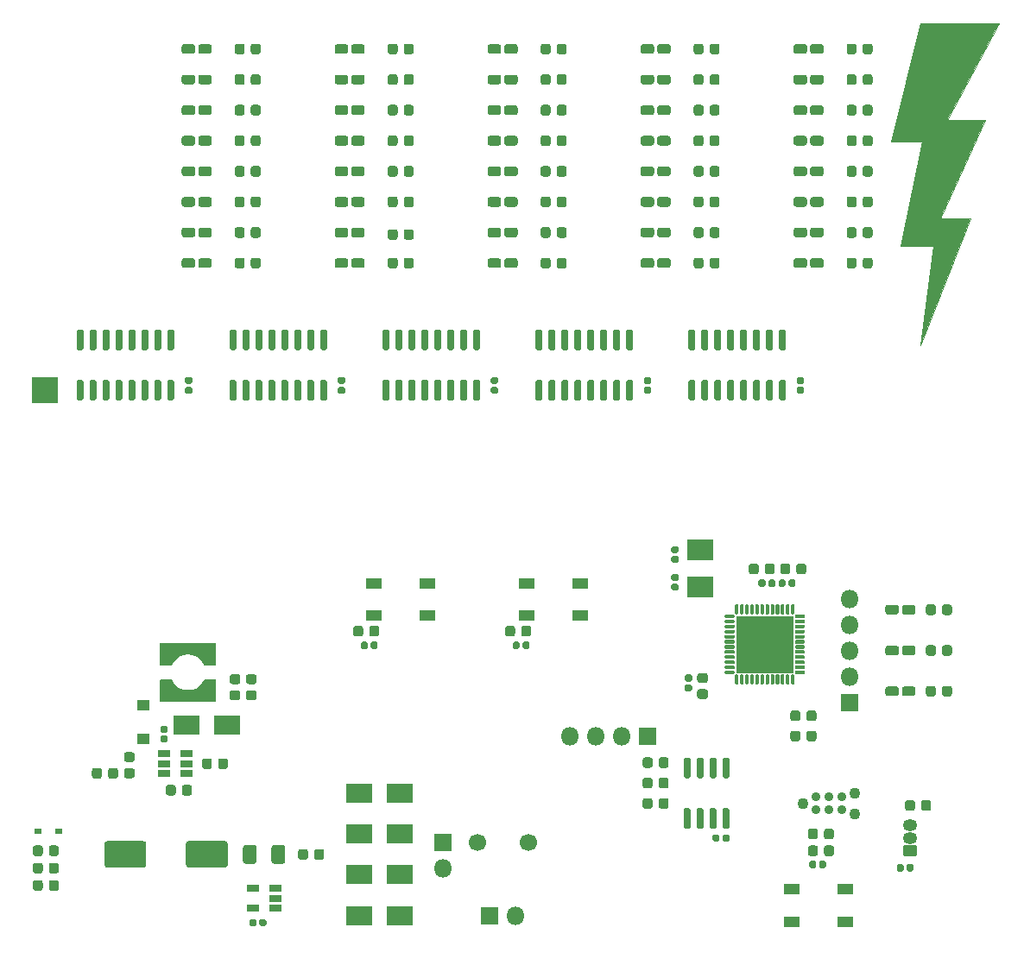
<source format=gbr>
%TF.GenerationSoftware,KiCad,Pcbnew,(5.1.6)-1*%
%TF.CreationDate,2021-07-30T18:23:22-07:00*%
%TF.ProjectId,WPT Receiver,57505420-5265-4636-9569-7665722e6b69,rev?*%
%TF.SameCoordinates,Original*%
%TF.FileFunction,Soldermask,Top*%
%TF.FilePolarity,Negative*%
%FSLAX46Y46*%
G04 Gerber Fmt 4.6, Leading zero omitted, Abs format (unit mm)*
G04 Created by KiCad (PCBNEW (5.1.6)-1) date 2021-07-30 18:23:22*
%MOMM*%
%LPD*%
G01*
G04 APERTURE LIST*
%ADD10C,0.100000*%
%ADD11C,1.090600*%
%ADD12C,0.887400*%
%ADD13R,2.500000X2.100000*%
%ADD14O,1.400000X1.150000*%
%ADD15R,1.160000X0.750000*%
%ADD16R,5.700000X5.700000*%
%ADD17R,2.600000X2.600000*%
%ADD18R,1.650000X1.100000*%
%ADD19O,1.800000X1.800000*%
%ADD20R,1.800000X1.800000*%
%ADD21R,2.600000X1.900000*%
%ADD22R,1.300000X1.000000*%
%ADD23R,0.700000X0.550000*%
%ADD24C,1.700000*%
G04 APERTURE END LIST*
D10*
G36*
X143600000Y-67000000D02*
G01*
X147300000Y-67000000D01*
X142900000Y-76600000D01*
X145900000Y-76600000D01*
X141000000Y-89100000D01*
X142200000Y-79300000D01*
X139000000Y-79300000D01*
X141100000Y-69100000D01*
X138100000Y-69100000D01*
X141000000Y-57500000D01*
X148700000Y-57500000D01*
X143600000Y-67000000D01*
G37*
X143600000Y-67000000D02*
X147300000Y-67000000D01*
X142900000Y-76600000D01*
X145900000Y-76600000D01*
X141000000Y-89100000D01*
X142200000Y-79300000D01*
X139000000Y-79300000D01*
X141100000Y-69100000D01*
X138100000Y-69100000D01*
X141000000Y-57500000D01*
X148700000Y-57500000D01*
X143600000Y-67000000D01*
%TO.C,R61*%
G36*
G01*
X143080000Y-115281250D02*
X143080000Y-114718750D01*
G75*
G02*
X143323750Y-114475000I243750J0D01*
G01*
X143811250Y-114475000D01*
G75*
G02*
X144055000Y-114718750I0J-243750D01*
G01*
X144055000Y-115281250D01*
G75*
G02*
X143811250Y-115525000I-243750J0D01*
G01*
X143323750Y-115525000D01*
G75*
G02*
X143080000Y-115281250I0J243750D01*
G01*
G37*
G36*
G01*
X141505000Y-115281250D02*
X141505000Y-114718750D01*
G75*
G02*
X141748750Y-114475000I243750J0D01*
G01*
X142236250Y-114475000D01*
G75*
G02*
X142480000Y-114718750I0J-243750D01*
G01*
X142480000Y-115281250D01*
G75*
G02*
X142236250Y-115525000I-243750J0D01*
G01*
X141748750Y-115525000D01*
G75*
G02*
X141505000Y-115281250I0J243750D01*
G01*
G37*
%TD*%
%TO.C,R60*%
G36*
G01*
X143080000Y-119281250D02*
X143080000Y-118718750D01*
G75*
G02*
X143323750Y-118475000I243750J0D01*
G01*
X143811250Y-118475000D01*
G75*
G02*
X144055000Y-118718750I0J-243750D01*
G01*
X144055000Y-119281250D01*
G75*
G02*
X143811250Y-119525000I-243750J0D01*
G01*
X143323750Y-119525000D01*
G75*
G02*
X143080000Y-119281250I0J243750D01*
G01*
G37*
G36*
G01*
X141505000Y-119281250D02*
X141505000Y-118718750D01*
G75*
G02*
X141748750Y-118475000I243750J0D01*
G01*
X142236250Y-118475000D01*
G75*
G02*
X142480000Y-118718750I0J-243750D01*
G01*
X142480000Y-119281250D01*
G75*
G02*
X142236250Y-119525000I-243750J0D01*
G01*
X141748750Y-119525000D01*
G75*
G02*
X141505000Y-119281250I0J243750D01*
G01*
G37*
%TD*%
%TO.C,R59*%
G36*
G01*
X143080000Y-123281250D02*
X143080000Y-122718750D01*
G75*
G02*
X143323750Y-122475000I243750J0D01*
G01*
X143811250Y-122475000D01*
G75*
G02*
X144055000Y-122718750I0J-243750D01*
G01*
X144055000Y-123281250D01*
G75*
G02*
X143811250Y-123525000I-243750J0D01*
G01*
X143323750Y-123525000D01*
G75*
G02*
X143080000Y-123281250I0J243750D01*
G01*
G37*
G36*
G01*
X141505000Y-123281250D02*
X141505000Y-122718750D01*
G75*
G02*
X141748750Y-122475000I243750J0D01*
G01*
X142236250Y-122475000D01*
G75*
G02*
X142480000Y-122718750I0J-243750D01*
G01*
X142480000Y-123281250D01*
G75*
G02*
X142236250Y-123525000I-243750J0D01*
G01*
X141748750Y-123525000D01*
G75*
G02*
X141505000Y-123281250I0J243750D01*
G01*
G37*
%TD*%
%TO.C,D50*%
G36*
G01*
X138850000Y-114762500D02*
X138850000Y-115237500D01*
G75*
G02*
X138612500Y-115475000I-237500J0D01*
G01*
X137762500Y-115475000D01*
G75*
G02*
X137525000Y-115237500I0J237500D01*
G01*
X137525000Y-114762500D01*
G75*
G02*
X137762500Y-114525000I237500J0D01*
G01*
X138612500Y-114525000D01*
G75*
G02*
X138850000Y-114762500I0J-237500D01*
G01*
G37*
G36*
G01*
X140475000Y-114762500D02*
X140475000Y-115237500D01*
G75*
G02*
X140237500Y-115475000I-237500J0D01*
G01*
X139387500Y-115475000D01*
G75*
G02*
X139150000Y-115237500I0J237500D01*
G01*
X139150000Y-114762500D01*
G75*
G02*
X139387500Y-114525000I237500J0D01*
G01*
X140237500Y-114525000D01*
G75*
G02*
X140475000Y-114762500I0J-237500D01*
G01*
G37*
%TD*%
%TO.C,D49*%
G36*
G01*
X138850000Y-118762500D02*
X138850000Y-119237500D01*
G75*
G02*
X138612500Y-119475000I-237500J0D01*
G01*
X137762500Y-119475000D01*
G75*
G02*
X137525000Y-119237500I0J237500D01*
G01*
X137525000Y-118762500D01*
G75*
G02*
X137762500Y-118525000I237500J0D01*
G01*
X138612500Y-118525000D01*
G75*
G02*
X138850000Y-118762500I0J-237500D01*
G01*
G37*
G36*
G01*
X140475000Y-118762500D02*
X140475000Y-119237500D01*
G75*
G02*
X140237500Y-119475000I-237500J0D01*
G01*
X139387500Y-119475000D01*
G75*
G02*
X139150000Y-119237500I0J237500D01*
G01*
X139150000Y-118762500D01*
G75*
G02*
X139387500Y-118525000I237500J0D01*
G01*
X140237500Y-118525000D01*
G75*
G02*
X140475000Y-118762500I0J-237500D01*
G01*
G37*
%TD*%
%TO.C,D48*%
G36*
G01*
X138850000Y-122762500D02*
X138850000Y-123237500D01*
G75*
G02*
X138612500Y-123475000I-237500J0D01*
G01*
X137762500Y-123475000D01*
G75*
G02*
X137525000Y-123237500I0J237500D01*
G01*
X137525000Y-122762500D01*
G75*
G02*
X137762500Y-122525000I237500J0D01*
G01*
X138612500Y-122525000D01*
G75*
G02*
X138850000Y-122762500I0J-237500D01*
G01*
G37*
G36*
G01*
X140475000Y-122762500D02*
X140475000Y-123237500D01*
G75*
G02*
X140237500Y-123475000I-237500J0D01*
G01*
X139387500Y-123475000D01*
G75*
G02*
X139150000Y-123237500I0J237500D01*
G01*
X139150000Y-122762500D01*
G75*
G02*
X139387500Y-122525000I237500J0D01*
G01*
X140237500Y-122525000D01*
G75*
G02*
X140475000Y-122762500I0J-237500D01*
G01*
G37*
%TD*%
%TO.C,R58*%
G36*
G01*
X119318750Y-122787500D02*
X119881250Y-122787500D01*
G75*
G02*
X120125000Y-123031250I0J-243750D01*
G01*
X120125000Y-123518750D01*
G75*
G02*
X119881250Y-123762500I-243750J0D01*
G01*
X119318750Y-123762500D01*
G75*
G02*
X119075000Y-123518750I0J243750D01*
G01*
X119075000Y-123031250D01*
G75*
G02*
X119318750Y-122787500I243750J0D01*
G01*
G37*
G36*
G01*
X119318750Y-121212500D02*
X119881250Y-121212500D01*
G75*
G02*
X120125000Y-121456250I0J-243750D01*
G01*
X120125000Y-121943750D01*
G75*
G02*
X119881250Y-122187500I-243750J0D01*
G01*
X119318750Y-122187500D01*
G75*
G02*
X119075000Y-121943750I0J243750D01*
G01*
X119075000Y-121456250D01*
G75*
G02*
X119318750Y-121212500I243750J0D01*
G01*
G37*
%TD*%
%TO.C,L2*%
G36*
X66490044Y-124063811D02*
G01*
X66487566Y-124063567D01*
X66468013Y-124059676D01*
X66465631Y-124058953D01*
X66447271Y-124051350D01*
X66445075Y-124050177D01*
X66428465Y-124039078D01*
X66426541Y-124037498D01*
X66412502Y-124023459D01*
X66410922Y-124021535D01*
X66399823Y-124004925D01*
X66398650Y-124002729D01*
X66391047Y-123984369D01*
X66390324Y-123981987D01*
X66386433Y-123962434D01*
X66386189Y-123959956D01*
X66385700Y-123950000D01*
X66385700Y-121950000D01*
X66386189Y-121940044D01*
X66386433Y-121937566D01*
X66390324Y-121918013D01*
X66391047Y-121915631D01*
X66398650Y-121897271D01*
X66399823Y-121895075D01*
X66410922Y-121878465D01*
X66412502Y-121876541D01*
X66426541Y-121862502D01*
X66428465Y-121860922D01*
X66445075Y-121849823D01*
X66447271Y-121848650D01*
X66465631Y-121841047D01*
X66468013Y-121840324D01*
X66487566Y-121836433D01*
X66490044Y-121836189D01*
X66500000Y-121835700D01*
X67500000Y-121835700D01*
X67509956Y-121836189D01*
X67512434Y-121836433D01*
X67531987Y-121840324D01*
X67534369Y-121841047D01*
X67552729Y-121848650D01*
X67554925Y-121849823D01*
X67571535Y-121860922D01*
X67573459Y-121862502D01*
X67587498Y-121876541D01*
X67589078Y-121878465D01*
X67598422Y-121891925D01*
X67599221Y-121893301D01*
X67602233Y-121898883D01*
X67743939Y-122182295D01*
X68214231Y-122652587D01*
X68677448Y-122837875D01*
X69150000Y-122885130D01*
X69622552Y-122837875D01*
X70085769Y-122652587D01*
X70556061Y-122182295D01*
X70697767Y-121898883D01*
X70702652Y-121890205D01*
X70703978Y-121888098D01*
X70716212Y-121872336D01*
X70717924Y-121870529D01*
X70732961Y-121857491D01*
X70734993Y-121856052D01*
X70752285Y-121846196D01*
X70754558Y-121845181D01*
X70773460Y-121838880D01*
X70775888Y-121838328D01*
X70792027Y-121836001D01*
X70793615Y-121835901D01*
X70800000Y-121835700D01*
X71800000Y-121835700D01*
X71809956Y-121836189D01*
X71812434Y-121836433D01*
X71831987Y-121840324D01*
X71834369Y-121841047D01*
X71852729Y-121848650D01*
X71854925Y-121849823D01*
X71871535Y-121860922D01*
X71873459Y-121862502D01*
X71887498Y-121876541D01*
X71889078Y-121878465D01*
X71900177Y-121895075D01*
X71901350Y-121897271D01*
X71908953Y-121915631D01*
X71909676Y-121918013D01*
X71913567Y-121937566D01*
X71913811Y-121940044D01*
X71914300Y-121950000D01*
X71914300Y-123950000D01*
X71913811Y-123959956D01*
X71913567Y-123962434D01*
X71909676Y-123981987D01*
X71908953Y-123984369D01*
X71901350Y-124002729D01*
X71900177Y-124004925D01*
X71889078Y-124021535D01*
X71887498Y-124023459D01*
X71873459Y-124037498D01*
X71871535Y-124039078D01*
X71854925Y-124050177D01*
X71852729Y-124051350D01*
X71834369Y-124058953D01*
X71831987Y-124059676D01*
X71812434Y-124063567D01*
X71809956Y-124063811D01*
X71800000Y-124064300D01*
X66500000Y-124064300D01*
X66490044Y-124063811D01*
G37*
G36*
X71809956Y-118236189D02*
G01*
X71812434Y-118236433D01*
X71831987Y-118240324D01*
X71834369Y-118241047D01*
X71852729Y-118248650D01*
X71854925Y-118249823D01*
X71871535Y-118260922D01*
X71873459Y-118262502D01*
X71887498Y-118276541D01*
X71889078Y-118278465D01*
X71900177Y-118295075D01*
X71901350Y-118297271D01*
X71908953Y-118315631D01*
X71909676Y-118318013D01*
X71913567Y-118337566D01*
X71913811Y-118340044D01*
X71914300Y-118350000D01*
X71914300Y-120350000D01*
X71913811Y-120359956D01*
X71913567Y-120362434D01*
X71909676Y-120381987D01*
X71908953Y-120384369D01*
X71901350Y-120402729D01*
X71900177Y-120404925D01*
X71889078Y-120421535D01*
X71887498Y-120423459D01*
X71873459Y-120437498D01*
X71871535Y-120439078D01*
X71854925Y-120450177D01*
X71852729Y-120451350D01*
X71834369Y-120458953D01*
X71831987Y-120459676D01*
X71812434Y-120463567D01*
X71809956Y-120463811D01*
X71800000Y-120464300D01*
X70800000Y-120464300D01*
X70790044Y-120463811D01*
X70787566Y-120463567D01*
X70768013Y-120459676D01*
X70765631Y-120458953D01*
X70747271Y-120451350D01*
X70745075Y-120450177D01*
X70728465Y-120439078D01*
X70726541Y-120437498D01*
X70712502Y-120423459D01*
X70710922Y-120421535D01*
X70701578Y-120408075D01*
X70700779Y-120406699D01*
X70697767Y-120401117D01*
X70556061Y-120117705D01*
X70085769Y-119647413D01*
X69622552Y-119462125D01*
X69150000Y-119414870D01*
X68677448Y-119462125D01*
X68214231Y-119647413D01*
X67743939Y-120117705D01*
X67602233Y-120401117D01*
X67597348Y-120409795D01*
X67596022Y-120411902D01*
X67583788Y-120427664D01*
X67582076Y-120429471D01*
X67567039Y-120442509D01*
X67565007Y-120443948D01*
X67547715Y-120453804D01*
X67545442Y-120454819D01*
X67526540Y-120461120D01*
X67524112Y-120461672D01*
X67507973Y-120463999D01*
X67506385Y-120464099D01*
X67500000Y-120464300D01*
X66500000Y-120464300D01*
X66490044Y-120463811D01*
X66487566Y-120463567D01*
X66468013Y-120459676D01*
X66465631Y-120458953D01*
X66447271Y-120451350D01*
X66445075Y-120450177D01*
X66428465Y-120439078D01*
X66426541Y-120437498D01*
X66412502Y-120423459D01*
X66410922Y-120421535D01*
X66399823Y-120404925D01*
X66398650Y-120402729D01*
X66391047Y-120384369D01*
X66390324Y-120381987D01*
X66386433Y-120362434D01*
X66386189Y-120359956D01*
X66385700Y-120350000D01*
X66385700Y-118350000D01*
X66386189Y-118340044D01*
X66386433Y-118337566D01*
X66390324Y-118318013D01*
X66391047Y-118315631D01*
X66398650Y-118297271D01*
X66399823Y-118295075D01*
X66410922Y-118278465D01*
X66412502Y-118276541D01*
X66426541Y-118262502D01*
X66428465Y-118260922D01*
X66445075Y-118249823D01*
X66447271Y-118248650D01*
X66465631Y-118241047D01*
X66468013Y-118240324D01*
X66487566Y-118236433D01*
X66490044Y-118236189D01*
X66500000Y-118235700D01*
X71800000Y-118235700D01*
X71809956Y-118236189D01*
G37*
%TD*%
D11*
%TO.C,J2*%
X134540000Y-135016000D03*
X134540000Y-132984000D03*
X129460000Y-134000000D03*
D12*
X130730000Y-133365000D03*
X130730000Y-134635000D03*
X133270000Y-133365000D03*
X133270000Y-134635000D03*
X132000000Y-133365000D03*
X132000000Y-134635000D03*
%TD*%
%TO.C,C24*%
G36*
G01*
X118002500Y-122325000D02*
X118397500Y-122325000D01*
G75*
G02*
X118570000Y-122497500I0J-172500D01*
G01*
X118570000Y-122842500D01*
G75*
G02*
X118397500Y-123015000I-172500J0D01*
G01*
X118002500Y-123015000D01*
G75*
G02*
X117830000Y-122842500I0J172500D01*
G01*
X117830000Y-122497500D01*
G75*
G02*
X118002500Y-122325000I172500J0D01*
G01*
G37*
G36*
G01*
X118002500Y-121355000D02*
X118397500Y-121355000D01*
G75*
G02*
X118570000Y-121527500I0J-172500D01*
G01*
X118570000Y-121872500D01*
G75*
G02*
X118397500Y-122045000I-172500J0D01*
G01*
X118002500Y-122045000D01*
G75*
G02*
X117830000Y-121872500I0J172500D01*
G01*
X117830000Y-121527500D01*
G75*
G02*
X118002500Y-121355000I172500J0D01*
G01*
G37*
%TD*%
D13*
%TO.C,Y1*%
X119400000Y-112800000D03*
X119400000Y-109100000D03*
%TD*%
%TO.C,U10*%
G36*
G01*
X67270000Y-92450000D02*
X67620000Y-92450000D01*
G75*
G02*
X67795000Y-92625000I0J-175000D01*
G01*
X67795000Y-94325000D01*
G75*
G02*
X67620000Y-94500000I-175000J0D01*
G01*
X67270000Y-94500000D01*
G75*
G02*
X67095000Y-94325000I0J175000D01*
G01*
X67095000Y-92625000D01*
G75*
G02*
X67270000Y-92450000I175000J0D01*
G01*
G37*
G36*
G01*
X66000000Y-92450000D02*
X66350000Y-92450000D01*
G75*
G02*
X66525000Y-92625000I0J-175000D01*
G01*
X66525000Y-94325000D01*
G75*
G02*
X66350000Y-94500000I-175000J0D01*
G01*
X66000000Y-94500000D01*
G75*
G02*
X65825000Y-94325000I0J175000D01*
G01*
X65825000Y-92625000D01*
G75*
G02*
X66000000Y-92450000I175000J0D01*
G01*
G37*
G36*
G01*
X64730000Y-92450000D02*
X65080000Y-92450000D01*
G75*
G02*
X65255000Y-92625000I0J-175000D01*
G01*
X65255000Y-94325000D01*
G75*
G02*
X65080000Y-94500000I-175000J0D01*
G01*
X64730000Y-94500000D01*
G75*
G02*
X64555000Y-94325000I0J175000D01*
G01*
X64555000Y-92625000D01*
G75*
G02*
X64730000Y-92450000I175000J0D01*
G01*
G37*
G36*
G01*
X63460000Y-92450000D02*
X63810000Y-92450000D01*
G75*
G02*
X63985000Y-92625000I0J-175000D01*
G01*
X63985000Y-94325000D01*
G75*
G02*
X63810000Y-94500000I-175000J0D01*
G01*
X63460000Y-94500000D01*
G75*
G02*
X63285000Y-94325000I0J175000D01*
G01*
X63285000Y-92625000D01*
G75*
G02*
X63460000Y-92450000I175000J0D01*
G01*
G37*
G36*
G01*
X62190000Y-92450000D02*
X62540000Y-92450000D01*
G75*
G02*
X62715000Y-92625000I0J-175000D01*
G01*
X62715000Y-94325000D01*
G75*
G02*
X62540000Y-94500000I-175000J0D01*
G01*
X62190000Y-94500000D01*
G75*
G02*
X62015000Y-94325000I0J175000D01*
G01*
X62015000Y-92625000D01*
G75*
G02*
X62190000Y-92450000I175000J0D01*
G01*
G37*
G36*
G01*
X60920000Y-92450000D02*
X61270000Y-92450000D01*
G75*
G02*
X61445000Y-92625000I0J-175000D01*
G01*
X61445000Y-94325000D01*
G75*
G02*
X61270000Y-94500000I-175000J0D01*
G01*
X60920000Y-94500000D01*
G75*
G02*
X60745000Y-94325000I0J175000D01*
G01*
X60745000Y-92625000D01*
G75*
G02*
X60920000Y-92450000I175000J0D01*
G01*
G37*
G36*
G01*
X59650000Y-92450000D02*
X60000000Y-92450000D01*
G75*
G02*
X60175000Y-92625000I0J-175000D01*
G01*
X60175000Y-94325000D01*
G75*
G02*
X60000000Y-94500000I-175000J0D01*
G01*
X59650000Y-94500000D01*
G75*
G02*
X59475000Y-94325000I0J175000D01*
G01*
X59475000Y-92625000D01*
G75*
G02*
X59650000Y-92450000I175000J0D01*
G01*
G37*
G36*
G01*
X58380000Y-92450000D02*
X58730000Y-92450000D01*
G75*
G02*
X58905000Y-92625000I0J-175000D01*
G01*
X58905000Y-94325000D01*
G75*
G02*
X58730000Y-94500000I-175000J0D01*
G01*
X58380000Y-94500000D01*
G75*
G02*
X58205000Y-94325000I0J175000D01*
G01*
X58205000Y-92625000D01*
G75*
G02*
X58380000Y-92450000I175000J0D01*
G01*
G37*
G36*
G01*
X58380000Y-87500000D02*
X58730000Y-87500000D01*
G75*
G02*
X58905000Y-87675000I0J-175000D01*
G01*
X58905000Y-89375000D01*
G75*
G02*
X58730000Y-89550000I-175000J0D01*
G01*
X58380000Y-89550000D01*
G75*
G02*
X58205000Y-89375000I0J175000D01*
G01*
X58205000Y-87675000D01*
G75*
G02*
X58380000Y-87500000I175000J0D01*
G01*
G37*
G36*
G01*
X59650000Y-87500000D02*
X60000000Y-87500000D01*
G75*
G02*
X60175000Y-87675000I0J-175000D01*
G01*
X60175000Y-89375000D01*
G75*
G02*
X60000000Y-89550000I-175000J0D01*
G01*
X59650000Y-89550000D01*
G75*
G02*
X59475000Y-89375000I0J175000D01*
G01*
X59475000Y-87675000D01*
G75*
G02*
X59650000Y-87500000I175000J0D01*
G01*
G37*
G36*
G01*
X60920000Y-87500000D02*
X61270000Y-87500000D01*
G75*
G02*
X61445000Y-87675000I0J-175000D01*
G01*
X61445000Y-89375000D01*
G75*
G02*
X61270000Y-89550000I-175000J0D01*
G01*
X60920000Y-89550000D01*
G75*
G02*
X60745000Y-89375000I0J175000D01*
G01*
X60745000Y-87675000D01*
G75*
G02*
X60920000Y-87500000I175000J0D01*
G01*
G37*
G36*
G01*
X62190000Y-87500000D02*
X62540000Y-87500000D01*
G75*
G02*
X62715000Y-87675000I0J-175000D01*
G01*
X62715000Y-89375000D01*
G75*
G02*
X62540000Y-89550000I-175000J0D01*
G01*
X62190000Y-89550000D01*
G75*
G02*
X62015000Y-89375000I0J175000D01*
G01*
X62015000Y-87675000D01*
G75*
G02*
X62190000Y-87500000I175000J0D01*
G01*
G37*
G36*
G01*
X63460000Y-87500000D02*
X63810000Y-87500000D01*
G75*
G02*
X63985000Y-87675000I0J-175000D01*
G01*
X63985000Y-89375000D01*
G75*
G02*
X63810000Y-89550000I-175000J0D01*
G01*
X63460000Y-89550000D01*
G75*
G02*
X63285000Y-89375000I0J175000D01*
G01*
X63285000Y-87675000D01*
G75*
G02*
X63460000Y-87500000I175000J0D01*
G01*
G37*
G36*
G01*
X64730000Y-87500000D02*
X65080000Y-87500000D01*
G75*
G02*
X65255000Y-87675000I0J-175000D01*
G01*
X65255000Y-89375000D01*
G75*
G02*
X65080000Y-89550000I-175000J0D01*
G01*
X64730000Y-89550000D01*
G75*
G02*
X64555000Y-89375000I0J175000D01*
G01*
X64555000Y-87675000D01*
G75*
G02*
X64730000Y-87500000I175000J0D01*
G01*
G37*
G36*
G01*
X66000000Y-87500000D02*
X66350000Y-87500000D01*
G75*
G02*
X66525000Y-87675000I0J-175000D01*
G01*
X66525000Y-89375000D01*
G75*
G02*
X66350000Y-89550000I-175000J0D01*
G01*
X66000000Y-89550000D01*
G75*
G02*
X65825000Y-89375000I0J175000D01*
G01*
X65825000Y-87675000D01*
G75*
G02*
X66000000Y-87500000I175000J0D01*
G01*
G37*
G36*
G01*
X67270000Y-87500000D02*
X67620000Y-87500000D01*
G75*
G02*
X67795000Y-87675000I0J-175000D01*
G01*
X67795000Y-89375000D01*
G75*
G02*
X67620000Y-89550000I-175000J0D01*
G01*
X67270000Y-89550000D01*
G75*
G02*
X67095000Y-89375000I0J175000D01*
G01*
X67095000Y-87675000D01*
G75*
G02*
X67270000Y-87500000I175000J0D01*
G01*
G37*
%TD*%
%TO.C,U9*%
G36*
G01*
X82270000Y-92450000D02*
X82620000Y-92450000D01*
G75*
G02*
X82795000Y-92625000I0J-175000D01*
G01*
X82795000Y-94325000D01*
G75*
G02*
X82620000Y-94500000I-175000J0D01*
G01*
X82270000Y-94500000D01*
G75*
G02*
X82095000Y-94325000I0J175000D01*
G01*
X82095000Y-92625000D01*
G75*
G02*
X82270000Y-92450000I175000J0D01*
G01*
G37*
G36*
G01*
X81000000Y-92450000D02*
X81350000Y-92450000D01*
G75*
G02*
X81525000Y-92625000I0J-175000D01*
G01*
X81525000Y-94325000D01*
G75*
G02*
X81350000Y-94500000I-175000J0D01*
G01*
X81000000Y-94500000D01*
G75*
G02*
X80825000Y-94325000I0J175000D01*
G01*
X80825000Y-92625000D01*
G75*
G02*
X81000000Y-92450000I175000J0D01*
G01*
G37*
G36*
G01*
X79730000Y-92450000D02*
X80080000Y-92450000D01*
G75*
G02*
X80255000Y-92625000I0J-175000D01*
G01*
X80255000Y-94325000D01*
G75*
G02*
X80080000Y-94500000I-175000J0D01*
G01*
X79730000Y-94500000D01*
G75*
G02*
X79555000Y-94325000I0J175000D01*
G01*
X79555000Y-92625000D01*
G75*
G02*
X79730000Y-92450000I175000J0D01*
G01*
G37*
G36*
G01*
X78460000Y-92450000D02*
X78810000Y-92450000D01*
G75*
G02*
X78985000Y-92625000I0J-175000D01*
G01*
X78985000Y-94325000D01*
G75*
G02*
X78810000Y-94500000I-175000J0D01*
G01*
X78460000Y-94500000D01*
G75*
G02*
X78285000Y-94325000I0J175000D01*
G01*
X78285000Y-92625000D01*
G75*
G02*
X78460000Y-92450000I175000J0D01*
G01*
G37*
G36*
G01*
X77190000Y-92450000D02*
X77540000Y-92450000D01*
G75*
G02*
X77715000Y-92625000I0J-175000D01*
G01*
X77715000Y-94325000D01*
G75*
G02*
X77540000Y-94500000I-175000J0D01*
G01*
X77190000Y-94500000D01*
G75*
G02*
X77015000Y-94325000I0J175000D01*
G01*
X77015000Y-92625000D01*
G75*
G02*
X77190000Y-92450000I175000J0D01*
G01*
G37*
G36*
G01*
X75920000Y-92450000D02*
X76270000Y-92450000D01*
G75*
G02*
X76445000Y-92625000I0J-175000D01*
G01*
X76445000Y-94325000D01*
G75*
G02*
X76270000Y-94500000I-175000J0D01*
G01*
X75920000Y-94500000D01*
G75*
G02*
X75745000Y-94325000I0J175000D01*
G01*
X75745000Y-92625000D01*
G75*
G02*
X75920000Y-92450000I175000J0D01*
G01*
G37*
G36*
G01*
X74650000Y-92450000D02*
X75000000Y-92450000D01*
G75*
G02*
X75175000Y-92625000I0J-175000D01*
G01*
X75175000Y-94325000D01*
G75*
G02*
X75000000Y-94500000I-175000J0D01*
G01*
X74650000Y-94500000D01*
G75*
G02*
X74475000Y-94325000I0J175000D01*
G01*
X74475000Y-92625000D01*
G75*
G02*
X74650000Y-92450000I175000J0D01*
G01*
G37*
G36*
G01*
X73380000Y-92450000D02*
X73730000Y-92450000D01*
G75*
G02*
X73905000Y-92625000I0J-175000D01*
G01*
X73905000Y-94325000D01*
G75*
G02*
X73730000Y-94500000I-175000J0D01*
G01*
X73380000Y-94500000D01*
G75*
G02*
X73205000Y-94325000I0J175000D01*
G01*
X73205000Y-92625000D01*
G75*
G02*
X73380000Y-92450000I175000J0D01*
G01*
G37*
G36*
G01*
X73380000Y-87500000D02*
X73730000Y-87500000D01*
G75*
G02*
X73905000Y-87675000I0J-175000D01*
G01*
X73905000Y-89375000D01*
G75*
G02*
X73730000Y-89550000I-175000J0D01*
G01*
X73380000Y-89550000D01*
G75*
G02*
X73205000Y-89375000I0J175000D01*
G01*
X73205000Y-87675000D01*
G75*
G02*
X73380000Y-87500000I175000J0D01*
G01*
G37*
G36*
G01*
X74650000Y-87500000D02*
X75000000Y-87500000D01*
G75*
G02*
X75175000Y-87675000I0J-175000D01*
G01*
X75175000Y-89375000D01*
G75*
G02*
X75000000Y-89550000I-175000J0D01*
G01*
X74650000Y-89550000D01*
G75*
G02*
X74475000Y-89375000I0J175000D01*
G01*
X74475000Y-87675000D01*
G75*
G02*
X74650000Y-87500000I175000J0D01*
G01*
G37*
G36*
G01*
X75920000Y-87500000D02*
X76270000Y-87500000D01*
G75*
G02*
X76445000Y-87675000I0J-175000D01*
G01*
X76445000Y-89375000D01*
G75*
G02*
X76270000Y-89550000I-175000J0D01*
G01*
X75920000Y-89550000D01*
G75*
G02*
X75745000Y-89375000I0J175000D01*
G01*
X75745000Y-87675000D01*
G75*
G02*
X75920000Y-87500000I175000J0D01*
G01*
G37*
G36*
G01*
X77190000Y-87500000D02*
X77540000Y-87500000D01*
G75*
G02*
X77715000Y-87675000I0J-175000D01*
G01*
X77715000Y-89375000D01*
G75*
G02*
X77540000Y-89550000I-175000J0D01*
G01*
X77190000Y-89550000D01*
G75*
G02*
X77015000Y-89375000I0J175000D01*
G01*
X77015000Y-87675000D01*
G75*
G02*
X77190000Y-87500000I175000J0D01*
G01*
G37*
G36*
G01*
X78460000Y-87500000D02*
X78810000Y-87500000D01*
G75*
G02*
X78985000Y-87675000I0J-175000D01*
G01*
X78985000Y-89375000D01*
G75*
G02*
X78810000Y-89550000I-175000J0D01*
G01*
X78460000Y-89550000D01*
G75*
G02*
X78285000Y-89375000I0J175000D01*
G01*
X78285000Y-87675000D01*
G75*
G02*
X78460000Y-87500000I175000J0D01*
G01*
G37*
G36*
G01*
X79730000Y-87500000D02*
X80080000Y-87500000D01*
G75*
G02*
X80255000Y-87675000I0J-175000D01*
G01*
X80255000Y-89375000D01*
G75*
G02*
X80080000Y-89550000I-175000J0D01*
G01*
X79730000Y-89550000D01*
G75*
G02*
X79555000Y-89375000I0J175000D01*
G01*
X79555000Y-87675000D01*
G75*
G02*
X79730000Y-87500000I175000J0D01*
G01*
G37*
G36*
G01*
X81000000Y-87500000D02*
X81350000Y-87500000D01*
G75*
G02*
X81525000Y-87675000I0J-175000D01*
G01*
X81525000Y-89375000D01*
G75*
G02*
X81350000Y-89550000I-175000J0D01*
G01*
X81000000Y-89550000D01*
G75*
G02*
X80825000Y-89375000I0J175000D01*
G01*
X80825000Y-87675000D01*
G75*
G02*
X81000000Y-87500000I175000J0D01*
G01*
G37*
G36*
G01*
X82270000Y-87500000D02*
X82620000Y-87500000D01*
G75*
G02*
X82795000Y-87675000I0J-175000D01*
G01*
X82795000Y-89375000D01*
G75*
G02*
X82620000Y-89550000I-175000J0D01*
G01*
X82270000Y-89550000D01*
G75*
G02*
X82095000Y-89375000I0J175000D01*
G01*
X82095000Y-87675000D01*
G75*
G02*
X82270000Y-87500000I175000J0D01*
G01*
G37*
%TD*%
%TO.C,U8*%
G36*
G01*
X97270000Y-92450000D02*
X97620000Y-92450000D01*
G75*
G02*
X97795000Y-92625000I0J-175000D01*
G01*
X97795000Y-94325000D01*
G75*
G02*
X97620000Y-94500000I-175000J0D01*
G01*
X97270000Y-94500000D01*
G75*
G02*
X97095000Y-94325000I0J175000D01*
G01*
X97095000Y-92625000D01*
G75*
G02*
X97270000Y-92450000I175000J0D01*
G01*
G37*
G36*
G01*
X96000000Y-92450000D02*
X96350000Y-92450000D01*
G75*
G02*
X96525000Y-92625000I0J-175000D01*
G01*
X96525000Y-94325000D01*
G75*
G02*
X96350000Y-94500000I-175000J0D01*
G01*
X96000000Y-94500000D01*
G75*
G02*
X95825000Y-94325000I0J175000D01*
G01*
X95825000Y-92625000D01*
G75*
G02*
X96000000Y-92450000I175000J0D01*
G01*
G37*
G36*
G01*
X94730000Y-92450000D02*
X95080000Y-92450000D01*
G75*
G02*
X95255000Y-92625000I0J-175000D01*
G01*
X95255000Y-94325000D01*
G75*
G02*
X95080000Y-94500000I-175000J0D01*
G01*
X94730000Y-94500000D01*
G75*
G02*
X94555000Y-94325000I0J175000D01*
G01*
X94555000Y-92625000D01*
G75*
G02*
X94730000Y-92450000I175000J0D01*
G01*
G37*
G36*
G01*
X93460000Y-92450000D02*
X93810000Y-92450000D01*
G75*
G02*
X93985000Y-92625000I0J-175000D01*
G01*
X93985000Y-94325000D01*
G75*
G02*
X93810000Y-94500000I-175000J0D01*
G01*
X93460000Y-94500000D01*
G75*
G02*
X93285000Y-94325000I0J175000D01*
G01*
X93285000Y-92625000D01*
G75*
G02*
X93460000Y-92450000I175000J0D01*
G01*
G37*
G36*
G01*
X92190000Y-92450000D02*
X92540000Y-92450000D01*
G75*
G02*
X92715000Y-92625000I0J-175000D01*
G01*
X92715000Y-94325000D01*
G75*
G02*
X92540000Y-94500000I-175000J0D01*
G01*
X92190000Y-94500000D01*
G75*
G02*
X92015000Y-94325000I0J175000D01*
G01*
X92015000Y-92625000D01*
G75*
G02*
X92190000Y-92450000I175000J0D01*
G01*
G37*
G36*
G01*
X90920000Y-92450000D02*
X91270000Y-92450000D01*
G75*
G02*
X91445000Y-92625000I0J-175000D01*
G01*
X91445000Y-94325000D01*
G75*
G02*
X91270000Y-94500000I-175000J0D01*
G01*
X90920000Y-94500000D01*
G75*
G02*
X90745000Y-94325000I0J175000D01*
G01*
X90745000Y-92625000D01*
G75*
G02*
X90920000Y-92450000I175000J0D01*
G01*
G37*
G36*
G01*
X89650000Y-92450000D02*
X90000000Y-92450000D01*
G75*
G02*
X90175000Y-92625000I0J-175000D01*
G01*
X90175000Y-94325000D01*
G75*
G02*
X90000000Y-94500000I-175000J0D01*
G01*
X89650000Y-94500000D01*
G75*
G02*
X89475000Y-94325000I0J175000D01*
G01*
X89475000Y-92625000D01*
G75*
G02*
X89650000Y-92450000I175000J0D01*
G01*
G37*
G36*
G01*
X88380000Y-92450000D02*
X88730000Y-92450000D01*
G75*
G02*
X88905000Y-92625000I0J-175000D01*
G01*
X88905000Y-94325000D01*
G75*
G02*
X88730000Y-94500000I-175000J0D01*
G01*
X88380000Y-94500000D01*
G75*
G02*
X88205000Y-94325000I0J175000D01*
G01*
X88205000Y-92625000D01*
G75*
G02*
X88380000Y-92450000I175000J0D01*
G01*
G37*
G36*
G01*
X88380000Y-87500000D02*
X88730000Y-87500000D01*
G75*
G02*
X88905000Y-87675000I0J-175000D01*
G01*
X88905000Y-89375000D01*
G75*
G02*
X88730000Y-89550000I-175000J0D01*
G01*
X88380000Y-89550000D01*
G75*
G02*
X88205000Y-89375000I0J175000D01*
G01*
X88205000Y-87675000D01*
G75*
G02*
X88380000Y-87500000I175000J0D01*
G01*
G37*
G36*
G01*
X89650000Y-87500000D02*
X90000000Y-87500000D01*
G75*
G02*
X90175000Y-87675000I0J-175000D01*
G01*
X90175000Y-89375000D01*
G75*
G02*
X90000000Y-89550000I-175000J0D01*
G01*
X89650000Y-89550000D01*
G75*
G02*
X89475000Y-89375000I0J175000D01*
G01*
X89475000Y-87675000D01*
G75*
G02*
X89650000Y-87500000I175000J0D01*
G01*
G37*
G36*
G01*
X90920000Y-87500000D02*
X91270000Y-87500000D01*
G75*
G02*
X91445000Y-87675000I0J-175000D01*
G01*
X91445000Y-89375000D01*
G75*
G02*
X91270000Y-89550000I-175000J0D01*
G01*
X90920000Y-89550000D01*
G75*
G02*
X90745000Y-89375000I0J175000D01*
G01*
X90745000Y-87675000D01*
G75*
G02*
X90920000Y-87500000I175000J0D01*
G01*
G37*
G36*
G01*
X92190000Y-87500000D02*
X92540000Y-87500000D01*
G75*
G02*
X92715000Y-87675000I0J-175000D01*
G01*
X92715000Y-89375000D01*
G75*
G02*
X92540000Y-89550000I-175000J0D01*
G01*
X92190000Y-89550000D01*
G75*
G02*
X92015000Y-89375000I0J175000D01*
G01*
X92015000Y-87675000D01*
G75*
G02*
X92190000Y-87500000I175000J0D01*
G01*
G37*
G36*
G01*
X93460000Y-87500000D02*
X93810000Y-87500000D01*
G75*
G02*
X93985000Y-87675000I0J-175000D01*
G01*
X93985000Y-89375000D01*
G75*
G02*
X93810000Y-89550000I-175000J0D01*
G01*
X93460000Y-89550000D01*
G75*
G02*
X93285000Y-89375000I0J175000D01*
G01*
X93285000Y-87675000D01*
G75*
G02*
X93460000Y-87500000I175000J0D01*
G01*
G37*
G36*
G01*
X94730000Y-87500000D02*
X95080000Y-87500000D01*
G75*
G02*
X95255000Y-87675000I0J-175000D01*
G01*
X95255000Y-89375000D01*
G75*
G02*
X95080000Y-89550000I-175000J0D01*
G01*
X94730000Y-89550000D01*
G75*
G02*
X94555000Y-89375000I0J175000D01*
G01*
X94555000Y-87675000D01*
G75*
G02*
X94730000Y-87500000I175000J0D01*
G01*
G37*
G36*
G01*
X96000000Y-87500000D02*
X96350000Y-87500000D01*
G75*
G02*
X96525000Y-87675000I0J-175000D01*
G01*
X96525000Y-89375000D01*
G75*
G02*
X96350000Y-89550000I-175000J0D01*
G01*
X96000000Y-89550000D01*
G75*
G02*
X95825000Y-89375000I0J175000D01*
G01*
X95825000Y-87675000D01*
G75*
G02*
X96000000Y-87500000I175000J0D01*
G01*
G37*
G36*
G01*
X97270000Y-87500000D02*
X97620000Y-87500000D01*
G75*
G02*
X97795000Y-87675000I0J-175000D01*
G01*
X97795000Y-89375000D01*
G75*
G02*
X97620000Y-89550000I-175000J0D01*
G01*
X97270000Y-89550000D01*
G75*
G02*
X97095000Y-89375000I0J175000D01*
G01*
X97095000Y-87675000D01*
G75*
G02*
X97270000Y-87500000I175000J0D01*
G01*
G37*
%TD*%
%TO.C,U7*%
G36*
G01*
X140376300Y-139215000D02*
X139523700Y-139215000D01*
G75*
G02*
X139250000Y-138941300I0J273700D01*
G01*
X139250000Y-138338700D01*
G75*
G02*
X139523700Y-138065000I273700J0D01*
G01*
X140376300Y-138065000D01*
G75*
G02*
X140650000Y-138338700I0J-273700D01*
G01*
X140650000Y-138941300D01*
G75*
G02*
X140376300Y-139215000I-273700J0D01*
G01*
G37*
D14*
X139950000Y-136100000D03*
X139950000Y-137370000D03*
%TD*%
%TO.C,U6*%
G36*
G01*
X121730000Y-134450000D02*
X122080000Y-134450000D01*
G75*
G02*
X122255000Y-134625000I0J-175000D01*
G01*
X122255000Y-136325000D01*
G75*
G02*
X122080000Y-136500000I-175000J0D01*
G01*
X121730000Y-136500000D01*
G75*
G02*
X121555000Y-136325000I0J175000D01*
G01*
X121555000Y-134625000D01*
G75*
G02*
X121730000Y-134450000I175000J0D01*
G01*
G37*
G36*
G01*
X120460000Y-134450000D02*
X120810000Y-134450000D01*
G75*
G02*
X120985000Y-134625000I0J-175000D01*
G01*
X120985000Y-136325000D01*
G75*
G02*
X120810000Y-136500000I-175000J0D01*
G01*
X120460000Y-136500000D01*
G75*
G02*
X120285000Y-136325000I0J175000D01*
G01*
X120285000Y-134625000D01*
G75*
G02*
X120460000Y-134450000I175000J0D01*
G01*
G37*
G36*
G01*
X119190000Y-134450000D02*
X119540000Y-134450000D01*
G75*
G02*
X119715000Y-134625000I0J-175000D01*
G01*
X119715000Y-136325000D01*
G75*
G02*
X119540000Y-136500000I-175000J0D01*
G01*
X119190000Y-136500000D01*
G75*
G02*
X119015000Y-136325000I0J175000D01*
G01*
X119015000Y-134625000D01*
G75*
G02*
X119190000Y-134450000I175000J0D01*
G01*
G37*
G36*
G01*
X117920000Y-134450000D02*
X118270000Y-134450000D01*
G75*
G02*
X118445000Y-134625000I0J-175000D01*
G01*
X118445000Y-136325000D01*
G75*
G02*
X118270000Y-136500000I-175000J0D01*
G01*
X117920000Y-136500000D01*
G75*
G02*
X117745000Y-136325000I0J175000D01*
G01*
X117745000Y-134625000D01*
G75*
G02*
X117920000Y-134450000I175000J0D01*
G01*
G37*
G36*
G01*
X117920000Y-129500000D02*
X118270000Y-129500000D01*
G75*
G02*
X118445000Y-129675000I0J-175000D01*
G01*
X118445000Y-131375000D01*
G75*
G02*
X118270000Y-131550000I-175000J0D01*
G01*
X117920000Y-131550000D01*
G75*
G02*
X117745000Y-131375000I0J175000D01*
G01*
X117745000Y-129675000D01*
G75*
G02*
X117920000Y-129500000I175000J0D01*
G01*
G37*
G36*
G01*
X119190000Y-129500000D02*
X119540000Y-129500000D01*
G75*
G02*
X119715000Y-129675000I0J-175000D01*
G01*
X119715000Y-131375000D01*
G75*
G02*
X119540000Y-131550000I-175000J0D01*
G01*
X119190000Y-131550000D01*
G75*
G02*
X119015000Y-131375000I0J175000D01*
G01*
X119015000Y-129675000D01*
G75*
G02*
X119190000Y-129500000I175000J0D01*
G01*
G37*
G36*
G01*
X120460000Y-129500000D02*
X120810000Y-129500000D01*
G75*
G02*
X120985000Y-129675000I0J-175000D01*
G01*
X120985000Y-131375000D01*
G75*
G02*
X120810000Y-131550000I-175000J0D01*
G01*
X120460000Y-131550000D01*
G75*
G02*
X120285000Y-131375000I0J175000D01*
G01*
X120285000Y-129675000D01*
G75*
G02*
X120460000Y-129500000I175000J0D01*
G01*
G37*
G36*
G01*
X121730000Y-129500000D02*
X122080000Y-129500000D01*
G75*
G02*
X122255000Y-129675000I0J-175000D01*
G01*
X122255000Y-131375000D01*
G75*
G02*
X122080000Y-131550000I-175000J0D01*
G01*
X121730000Y-131550000D01*
G75*
G02*
X121555000Y-131375000I0J175000D01*
G01*
X121555000Y-129675000D01*
G75*
G02*
X121730000Y-129500000I175000J0D01*
G01*
G37*
%TD*%
%TO.C,U5*%
G36*
G01*
X112270000Y-92450000D02*
X112620000Y-92450000D01*
G75*
G02*
X112795000Y-92625000I0J-175000D01*
G01*
X112795000Y-94325000D01*
G75*
G02*
X112620000Y-94500000I-175000J0D01*
G01*
X112270000Y-94500000D01*
G75*
G02*
X112095000Y-94325000I0J175000D01*
G01*
X112095000Y-92625000D01*
G75*
G02*
X112270000Y-92450000I175000J0D01*
G01*
G37*
G36*
G01*
X111000000Y-92450000D02*
X111350000Y-92450000D01*
G75*
G02*
X111525000Y-92625000I0J-175000D01*
G01*
X111525000Y-94325000D01*
G75*
G02*
X111350000Y-94500000I-175000J0D01*
G01*
X111000000Y-94500000D01*
G75*
G02*
X110825000Y-94325000I0J175000D01*
G01*
X110825000Y-92625000D01*
G75*
G02*
X111000000Y-92450000I175000J0D01*
G01*
G37*
G36*
G01*
X109730000Y-92450000D02*
X110080000Y-92450000D01*
G75*
G02*
X110255000Y-92625000I0J-175000D01*
G01*
X110255000Y-94325000D01*
G75*
G02*
X110080000Y-94500000I-175000J0D01*
G01*
X109730000Y-94500000D01*
G75*
G02*
X109555000Y-94325000I0J175000D01*
G01*
X109555000Y-92625000D01*
G75*
G02*
X109730000Y-92450000I175000J0D01*
G01*
G37*
G36*
G01*
X108460000Y-92450000D02*
X108810000Y-92450000D01*
G75*
G02*
X108985000Y-92625000I0J-175000D01*
G01*
X108985000Y-94325000D01*
G75*
G02*
X108810000Y-94500000I-175000J0D01*
G01*
X108460000Y-94500000D01*
G75*
G02*
X108285000Y-94325000I0J175000D01*
G01*
X108285000Y-92625000D01*
G75*
G02*
X108460000Y-92450000I175000J0D01*
G01*
G37*
G36*
G01*
X107190000Y-92450000D02*
X107540000Y-92450000D01*
G75*
G02*
X107715000Y-92625000I0J-175000D01*
G01*
X107715000Y-94325000D01*
G75*
G02*
X107540000Y-94500000I-175000J0D01*
G01*
X107190000Y-94500000D01*
G75*
G02*
X107015000Y-94325000I0J175000D01*
G01*
X107015000Y-92625000D01*
G75*
G02*
X107190000Y-92450000I175000J0D01*
G01*
G37*
G36*
G01*
X105920000Y-92450000D02*
X106270000Y-92450000D01*
G75*
G02*
X106445000Y-92625000I0J-175000D01*
G01*
X106445000Y-94325000D01*
G75*
G02*
X106270000Y-94500000I-175000J0D01*
G01*
X105920000Y-94500000D01*
G75*
G02*
X105745000Y-94325000I0J175000D01*
G01*
X105745000Y-92625000D01*
G75*
G02*
X105920000Y-92450000I175000J0D01*
G01*
G37*
G36*
G01*
X104650000Y-92450000D02*
X105000000Y-92450000D01*
G75*
G02*
X105175000Y-92625000I0J-175000D01*
G01*
X105175000Y-94325000D01*
G75*
G02*
X105000000Y-94500000I-175000J0D01*
G01*
X104650000Y-94500000D01*
G75*
G02*
X104475000Y-94325000I0J175000D01*
G01*
X104475000Y-92625000D01*
G75*
G02*
X104650000Y-92450000I175000J0D01*
G01*
G37*
G36*
G01*
X103380000Y-92450000D02*
X103730000Y-92450000D01*
G75*
G02*
X103905000Y-92625000I0J-175000D01*
G01*
X103905000Y-94325000D01*
G75*
G02*
X103730000Y-94500000I-175000J0D01*
G01*
X103380000Y-94500000D01*
G75*
G02*
X103205000Y-94325000I0J175000D01*
G01*
X103205000Y-92625000D01*
G75*
G02*
X103380000Y-92450000I175000J0D01*
G01*
G37*
G36*
G01*
X103380000Y-87500000D02*
X103730000Y-87500000D01*
G75*
G02*
X103905000Y-87675000I0J-175000D01*
G01*
X103905000Y-89375000D01*
G75*
G02*
X103730000Y-89550000I-175000J0D01*
G01*
X103380000Y-89550000D01*
G75*
G02*
X103205000Y-89375000I0J175000D01*
G01*
X103205000Y-87675000D01*
G75*
G02*
X103380000Y-87500000I175000J0D01*
G01*
G37*
G36*
G01*
X104650000Y-87500000D02*
X105000000Y-87500000D01*
G75*
G02*
X105175000Y-87675000I0J-175000D01*
G01*
X105175000Y-89375000D01*
G75*
G02*
X105000000Y-89550000I-175000J0D01*
G01*
X104650000Y-89550000D01*
G75*
G02*
X104475000Y-89375000I0J175000D01*
G01*
X104475000Y-87675000D01*
G75*
G02*
X104650000Y-87500000I175000J0D01*
G01*
G37*
G36*
G01*
X105920000Y-87500000D02*
X106270000Y-87500000D01*
G75*
G02*
X106445000Y-87675000I0J-175000D01*
G01*
X106445000Y-89375000D01*
G75*
G02*
X106270000Y-89550000I-175000J0D01*
G01*
X105920000Y-89550000D01*
G75*
G02*
X105745000Y-89375000I0J175000D01*
G01*
X105745000Y-87675000D01*
G75*
G02*
X105920000Y-87500000I175000J0D01*
G01*
G37*
G36*
G01*
X107190000Y-87500000D02*
X107540000Y-87500000D01*
G75*
G02*
X107715000Y-87675000I0J-175000D01*
G01*
X107715000Y-89375000D01*
G75*
G02*
X107540000Y-89550000I-175000J0D01*
G01*
X107190000Y-89550000D01*
G75*
G02*
X107015000Y-89375000I0J175000D01*
G01*
X107015000Y-87675000D01*
G75*
G02*
X107190000Y-87500000I175000J0D01*
G01*
G37*
G36*
G01*
X108460000Y-87500000D02*
X108810000Y-87500000D01*
G75*
G02*
X108985000Y-87675000I0J-175000D01*
G01*
X108985000Y-89375000D01*
G75*
G02*
X108810000Y-89550000I-175000J0D01*
G01*
X108460000Y-89550000D01*
G75*
G02*
X108285000Y-89375000I0J175000D01*
G01*
X108285000Y-87675000D01*
G75*
G02*
X108460000Y-87500000I175000J0D01*
G01*
G37*
G36*
G01*
X109730000Y-87500000D02*
X110080000Y-87500000D01*
G75*
G02*
X110255000Y-87675000I0J-175000D01*
G01*
X110255000Y-89375000D01*
G75*
G02*
X110080000Y-89550000I-175000J0D01*
G01*
X109730000Y-89550000D01*
G75*
G02*
X109555000Y-89375000I0J175000D01*
G01*
X109555000Y-87675000D01*
G75*
G02*
X109730000Y-87500000I175000J0D01*
G01*
G37*
G36*
G01*
X111000000Y-87500000D02*
X111350000Y-87500000D01*
G75*
G02*
X111525000Y-87675000I0J-175000D01*
G01*
X111525000Y-89375000D01*
G75*
G02*
X111350000Y-89550000I-175000J0D01*
G01*
X111000000Y-89550000D01*
G75*
G02*
X110825000Y-89375000I0J175000D01*
G01*
X110825000Y-87675000D01*
G75*
G02*
X111000000Y-87500000I175000J0D01*
G01*
G37*
G36*
G01*
X112270000Y-87500000D02*
X112620000Y-87500000D01*
G75*
G02*
X112795000Y-87675000I0J-175000D01*
G01*
X112795000Y-89375000D01*
G75*
G02*
X112620000Y-89550000I-175000J0D01*
G01*
X112270000Y-89550000D01*
G75*
G02*
X112095000Y-89375000I0J175000D01*
G01*
X112095000Y-87675000D01*
G75*
G02*
X112270000Y-87500000I175000J0D01*
G01*
G37*
%TD*%
%TO.C,U4*%
G36*
G01*
X127270000Y-92450000D02*
X127620000Y-92450000D01*
G75*
G02*
X127795000Y-92625000I0J-175000D01*
G01*
X127795000Y-94325000D01*
G75*
G02*
X127620000Y-94500000I-175000J0D01*
G01*
X127270000Y-94500000D01*
G75*
G02*
X127095000Y-94325000I0J175000D01*
G01*
X127095000Y-92625000D01*
G75*
G02*
X127270000Y-92450000I175000J0D01*
G01*
G37*
G36*
G01*
X126000000Y-92450000D02*
X126350000Y-92450000D01*
G75*
G02*
X126525000Y-92625000I0J-175000D01*
G01*
X126525000Y-94325000D01*
G75*
G02*
X126350000Y-94500000I-175000J0D01*
G01*
X126000000Y-94500000D01*
G75*
G02*
X125825000Y-94325000I0J175000D01*
G01*
X125825000Y-92625000D01*
G75*
G02*
X126000000Y-92450000I175000J0D01*
G01*
G37*
G36*
G01*
X124730000Y-92450000D02*
X125080000Y-92450000D01*
G75*
G02*
X125255000Y-92625000I0J-175000D01*
G01*
X125255000Y-94325000D01*
G75*
G02*
X125080000Y-94500000I-175000J0D01*
G01*
X124730000Y-94500000D01*
G75*
G02*
X124555000Y-94325000I0J175000D01*
G01*
X124555000Y-92625000D01*
G75*
G02*
X124730000Y-92450000I175000J0D01*
G01*
G37*
G36*
G01*
X123460000Y-92450000D02*
X123810000Y-92450000D01*
G75*
G02*
X123985000Y-92625000I0J-175000D01*
G01*
X123985000Y-94325000D01*
G75*
G02*
X123810000Y-94500000I-175000J0D01*
G01*
X123460000Y-94500000D01*
G75*
G02*
X123285000Y-94325000I0J175000D01*
G01*
X123285000Y-92625000D01*
G75*
G02*
X123460000Y-92450000I175000J0D01*
G01*
G37*
G36*
G01*
X122190000Y-92450000D02*
X122540000Y-92450000D01*
G75*
G02*
X122715000Y-92625000I0J-175000D01*
G01*
X122715000Y-94325000D01*
G75*
G02*
X122540000Y-94500000I-175000J0D01*
G01*
X122190000Y-94500000D01*
G75*
G02*
X122015000Y-94325000I0J175000D01*
G01*
X122015000Y-92625000D01*
G75*
G02*
X122190000Y-92450000I175000J0D01*
G01*
G37*
G36*
G01*
X120920000Y-92450000D02*
X121270000Y-92450000D01*
G75*
G02*
X121445000Y-92625000I0J-175000D01*
G01*
X121445000Y-94325000D01*
G75*
G02*
X121270000Y-94500000I-175000J0D01*
G01*
X120920000Y-94500000D01*
G75*
G02*
X120745000Y-94325000I0J175000D01*
G01*
X120745000Y-92625000D01*
G75*
G02*
X120920000Y-92450000I175000J0D01*
G01*
G37*
G36*
G01*
X119650000Y-92450000D02*
X120000000Y-92450000D01*
G75*
G02*
X120175000Y-92625000I0J-175000D01*
G01*
X120175000Y-94325000D01*
G75*
G02*
X120000000Y-94500000I-175000J0D01*
G01*
X119650000Y-94500000D01*
G75*
G02*
X119475000Y-94325000I0J175000D01*
G01*
X119475000Y-92625000D01*
G75*
G02*
X119650000Y-92450000I175000J0D01*
G01*
G37*
G36*
G01*
X118380000Y-92450000D02*
X118730000Y-92450000D01*
G75*
G02*
X118905000Y-92625000I0J-175000D01*
G01*
X118905000Y-94325000D01*
G75*
G02*
X118730000Y-94500000I-175000J0D01*
G01*
X118380000Y-94500000D01*
G75*
G02*
X118205000Y-94325000I0J175000D01*
G01*
X118205000Y-92625000D01*
G75*
G02*
X118380000Y-92450000I175000J0D01*
G01*
G37*
G36*
G01*
X118380000Y-87500000D02*
X118730000Y-87500000D01*
G75*
G02*
X118905000Y-87675000I0J-175000D01*
G01*
X118905000Y-89375000D01*
G75*
G02*
X118730000Y-89550000I-175000J0D01*
G01*
X118380000Y-89550000D01*
G75*
G02*
X118205000Y-89375000I0J175000D01*
G01*
X118205000Y-87675000D01*
G75*
G02*
X118380000Y-87500000I175000J0D01*
G01*
G37*
G36*
G01*
X119650000Y-87500000D02*
X120000000Y-87500000D01*
G75*
G02*
X120175000Y-87675000I0J-175000D01*
G01*
X120175000Y-89375000D01*
G75*
G02*
X120000000Y-89550000I-175000J0D01*
G01*
X119650000Y-89550000D01*
G75*
G02*
X119475000Y-89375000I0J175000D01*
G01*
X119475000Y-87675000D01*
G75*
G02*
X119650000Y-87500000I175000J0D01*
G01*
G37*
G36*
G01*
X120920000Y-87500000D02*
X121270000Y-87500000D01*
G75*
G02*
X121445000Y-87675000I0J-175000D01*
G01*
X121445000Y-89375000D01*
G75*
G02*
X121270000Y-89550000I-175000J0D01*
G01*
X120920000Y-89550000D01*
G75*
G02*
X120745000Y-89375000I0J175000D01*
G01*
X120745000Y-87675000D01*
G75*
G02*
X120920000Y-87500000I175000J0D01*
G01*
G37*
G36*
G01*
X122190000Y-87500000D02*
X122540000Y-87500000D01*
G75*
G02*
X122715000Y-87675000I0J-175000D01*
G01*
X122715000Y-89375000D01*
G75*
G02*
X122540000Y-89550000I-175000J0D01*
G01*
X122190000Y-89550000D01*
G75*
G02*
X122015000Y-89375000I0J175000D01*
G01*
X122015000Y-87675000D01*
G75*
G02*
X122190000Y-87500000I175000J0D01*
G01*
G37*
G36*
G01*
X123460000Y-87500000D02*
X123810000Y-87500000D01*
G75*
G02*
X123985000Y-87675000I0J-175000D01*
G01*
X123985000Y-89375000D01*
G75*
G02*
X123810000Y-89550000I-175000J0D01*
G01*
X123460000Y-89550000D01*
G75*
G02*
X123285000Y-89375000I0J175000D01*
G01*
X123285000Y-87675000D01*
G75*
G02*
X123460000Y-87500000I175000J0D01*
G01*
G37*
G36*
G01*
X124730000Y-87500000D02*
X125080000Y-87500000D01*
G75*
G02*
X125255000Y-87675000I0J-175000D01*
G01*
X125255000Y-89375000D01*
G75*
G02*
X125080000Y-89550000I-175000J0D01*
G01*
X124730000Y-89550000D01*
G75*
G02*
X124555000Y-89375000I0J175000D01*
G01*
X124555000Y-87675000D01*
G75*
G02*
X124730000Y-87500000I175000J0D01*
G01*
G37*
G36*
G01*
X126000000Y-87500000D02*
X126350000Y-87500000D01*
G75*
G02*
X126525000Y-87675000I0J-175000D01*
G01*
X126525000Y-89375000D01*
G75*
G02*
X126350000Y-89550000I-175000J0D01*
G01*
X126000000Y-89550000D01*
G75*
G02*
X125825000Y-89375000I0J175000D01*
G01*
X125825000Y-87675000D01*
G75*
G02*
X126000000Y-87500000I175000J0D01*
G01*
G37*
G36*
G01*
X127270000Y-87500000D02*
X127620000Y-87500000D01*
G75*
G02*
X127795000Y-87675000I0J-175000D01*
G01*
X127795000Y-89375000D01*
G75*
G02*
X127620000Y-89550000I-175000J0D01*
G01*
X127270000Y-89550000D01*
G75*
G02*
X127095000Y-89375000I0J175000D01*
G01*
X127095000Y-87675000D01*
G75*
G02*
X127270000Y-87500000I175000J0D01*
G01*
G37*
%TD*%
D15*
%TO.C,U3*%
X69000000Y-130100000D03*
X69000000Y-129150000D03*
X69000000Y-131050000D03*
X66800000Y-131050000D03*
X66800000Y-130100000D03*
X66800000Y-129150000D03*
%TD*%
%TO.C,U2*%
X75500000Y-144250000D03*
X75500000Y-142350000D03*
X77700000Y-142350000D03*
X77700000Y-143300000D03*
X77700000Y-144250000D03*
%TD*%
D16*
%TO.C,U1*%
X125700000Y-118400000D03*
G36*
G01*
X128737500Y-115475000D02*
X129537500Y-115475000D01*
G75*
G02*
X129625000Y-115562500I0J-87500D01*
G01*
X129625000Y-115737500D01*
G75*
G02*
X129537500Y-115825000I-87500J0D01*
G01*
X128737500Y-115825000D01*
G75*
G02*
X128650000Y-115737500I0J87500D01*
G01*
X128650000Y-115562500D01*
G75*
G02*
X128737500Y-115475000I87500J0D01*
G01*
G37*
G36*
G01*
X128737500Y-115975000D02*
X129537500Y-115975000D01*
G75*
G02*
X129625000Y-116062500I0J-87500D01*
G01*
X129625000Y-116237500D01*
G75*
G02*
X129537500Y-116325000I-87500J0D01*
G01*
X128737500Y-116325000D01*
G75*
G02*
X128650000Y-116237500I0J87500D01*
G01*
X128650000Y-116062500D01*
G75*
G02*
X128737500Y-115975000I87500J0D01*
G01*
G37*
G36*
G01*
X128737500Y-116475000D02*
X129537500Y-116475000D01*
G75*
G02*
X129625000Y-116562500I0J-87500D01*
G01*
X129625000Y-116737500D01*
G75*
G02*
X129537500Y-116825000I-87500J0D01*
G01*
X128737500Y-116825000D01*
G75*
G02*
X128650000Y-116737500I0J87500D01*
G01*
X128650000Y-116562500D01*
G75*
G02*
X128737500Y-116475000I87500J0D01*
G01*
G37*
G36*
G01*
X128737500Y-116975000D02*
X129537500Y-116975000D01*
G75*
G02*
X129625000Y-117062500I0J-87500D01*
G01*
X129625000Y-117237500D01*
G75*
G02*
X129537500Y-117325000I-87500J0D01*
G01*
X128737500Y-117325000D01*
G75*
G02*
X128650000Y-117237500I0J87500D01*
G01*
X128650000Y-117062500D01*
G75*
G02*
X128737500Y-116975000I87500J0D01*
G01*
G37*
G36*
G01*
X128737500Y-117475000D02*
X129537500Y-117475000D01*
G75*
G02*
X129625000Y-117562500I0J-87500D01*
G01*
X129625000Y-117737500D01*
G75*
G02*
X129537500Y-117825000I-87500J0D01*
G01*
X128737500Y-117825000D01*
G75*
G02*
X128650000Y-117737500I0J87500D01*
G01*
X128650000Y-117562500D01*
G75*
G02*
X128737500Y-117475000I87500J0D01*
G01*
G37*
G36*
G01*
X128737500Y-117975000D02*
X129537500Y-117975000D01*
G75*
G02*
X129625000Y-118062500I0J-87500D01*
G01*
X129625000Y-118237500D01*
G75*
G02*
X129537500Y-118325000I-87500J0D01*
G01*
X128737500Y-118325000D01*
G75*
G02*
X128650000Y-118237500I0J87500D01*
G01*
X128650000Y-118062500D01*
G75*
G02*
X128737500Y-117975000I87500J0D01*
G01*
G37*
G36*
G01*
X128737500Y-118475000D02*
X129537500Y-118475000D01*
G75*
G02*
X129625000Y-118562500I0J-87500D01*
G01*
X129625000Y-118737500D01*
G75*
G02*
X129537500Y-118825000I-87500J0D01*
G01*
X128737500Y-118825000D01*
G75*
G02*
X128650000Y-118737500I0J87500D01*
G01*
X128650000Y-118562500D01*
G75*
G02*
X128737500Y-118475000I87500J0D01*
G01*
G37*
G36*
G01*
X128737500Y-118975000D02*
X129537500Y-118975000D01*
G75*
G02*
X129625000Y-119062500I0J-87500D01*
G01*
X129625000Y-119237500D01*
G75*
G02*
X129537500Y-119325000I-87500J0D01*
G01*
X128737500Y-119325000D01*
G75*
G02*
X128650000Y-119237500I0J87500D01*
G01*
X128650000Y-119062500D01*
G75*
G02*
X128737500Y-118975000I87500J0D01*
G01*
G37*
G36*
G01*
X128737500Y-119475000D02*
X129537500Y-119475000D01*
G75*
G02*
X129625000Y-119562500I0J-87500D01*
G01*
X129625000Y-119737500D01*
G75*
G02*
X129537500Y-119825000I-87500J0D01*
G01*
X128737500Y-119825000D01*
G75*
G02*
X128650000Y-119737500I0J87500D01*
G01*
X128650000Y-119562500D01*
G75*
G02*
X128737500Y-119475000I87500J0D01*
G01*
G37*
G36*
G01*
X128737500Y-119975000D02*
X129537500Y-119975000D01*
G75*
G02*
X129625000Y-120062500I0J-87500D01*
G01*
X129625000Y-120237500D01*
G75*
G02*
X129537500Y-120325000I-87500J0D01*
G01*
X128737500Y-120325000D01*
G75*
G02*
X128650000Y-120237500I0J87500D01*
G01*
X128650000Y-120062500D01*
G75*
G02*
X128737500Y-119975000I87500J0D01*
G01*
G37*
G36*
G01*
X128737500Y-120475000D02*
X129537500Y-120475000D01*
G75*
G02*
X129625000Y-120562500I0J-87500D01*
G01*
X129625000Y-120737500D01*
G75*
G02*
X129537500Y-120825000I-87500J0D01*
G01*
X128737500Y-120825000D01*
G75*
G02*
X128650000Y-120737500I0J87500D01*
G01*
X128650000Y-120562500D01*
G75*
G02*
X128737500Y-120475000I87500J0D01*
G01*
G37*
G36*
G01*
X128737500Y-120975000D02*
X129537500Y-120975000D01*
G75*
G02*
X129625000Y-121062500I0J-87500D01*
G01*
X129625000Y-121237500D01*
G75*
G02*
X129537500Y-121325000I-87500J0D01*
G01*
X128737500Y-121325000D01*
G75*
G02*
X128650000Y-121237500I0J87500D01*
G01*
X128650000Y-121062500D01*
G75*
G02*
X128737500Y-120975000I87500J0D01*
G01*
G37*
G36*
G01*
X128362500Y-121350000D02*
X128537500Y-121350000D01*
G75*
G02*
X128625000Y-121437500I0J-87500D01*
G01*
X128625000Y-122237500D01*
G75*
G02*
X128537500Y-122325000I-87500J0D01*
G01*
X128362500Y-122325000D01*
G75*
G02*
X128275000Y-122237500I0J87500D01*
G01*
X128275000Y-121437500D01*
G75*
G02*
X128362500Y-121350000I87500J0D01*
G01*
G37*
G36*
G01*
X127862500Y-121350000D02*
X128037500Y-121350000D01*
G75*
G02*
X128125000Y-121437500I0J-87500D01*
G01*
X128125000Y-122237500D01*
G75*
G02*
X128037500Y-122325000I-87500J0D01*
G01*
X127862500Y-122325000D01*
G75*
G02*
X127775000Y-122237500I0J87500D01*
G01*
X127775000Y-121437500D01*
G75*
G02*
X127862500Y-121350000I87500J0D01*
G01*
G37*
G36*
G01*
X127362500Y-121350000D02*
X127537500Y-121350000D01*
G75*
G02*
X127625000Y-121437500I0J-87500D01*
G01*
X127625000Y-122237500D01*
G75*
G02*
X127537500Y-122325000I-87500J0D01*
G01*
X127362500Y-122325000D01*
G75*
G02*
X127275000Y-122237500I0J87500D01*
G01*
X127275000Y-121437500D01*
G75*
G02*
X127362500Y-121350000I87500J0D01*
G01*
G37*
G36*
G01*
X126862500Y-121350000D02*
X127037500Y-121350000D01*
G75*
G02*
X127125000Y-121437500I0J-87500D01*
G01*
X127125000Y-122237500D01*
G75*
G02*
X127037500Y-122325000I-87500J0D01*
G01*
X126862500Y-122325000D01*
G75*
G02*
X126775000Y-122237500I0J87500D01*
G01*
X126775000Y-121437500D01*
G75*
G02*
X126862500Y-121350000I87500J0D01*
G01*
G37*
G36*
G01*
X126362500Y-121350000D02*
X126537500Y-121350000D01*
G75*
G02*
X126625000Y-121437500I0J-87500D01*
G01*
X126625000Y-122237500D01*
G75*
G02*
X126537500Y-122325000I-87500J0D01*
G01*
X126362500Y-122325000D01*
G75*
G02*
X126275000Y-122237500I0J87500D01*
G01*
X126275000Y-121437500D01*
G75*
G02*
X126362500Y-121350000I87500J0D01*
G01*
G37*
G36*
G01*
X125862500Y-121350000D02*
X126037500Y-121350000D01*
G75*
G02*
X126125000Y-121437500I0J-87500D01*
G01*
X126125000Y-122237500D01*
G75*
G02*
X126037500Y-122325000I-87500J0D01*
G01*
X125862500Y-122325000D01*
G75*
G02*
X125775000Y-122237500I0J87500D01*
G01*
X125775000Y-121437500D01*
G75*
G02*
X125862500Y-121350000I87500J0D01*
G01*
G37*
G36*
G01*
X125362500Y-121350000D02*
X125537500Y-121350000D01*
G75*
G02*
X125625000Y-121437500I0J-87500D01*
G01*
X125625000Y-122237500D01*
G75*
G02*
X125537500Y-122325000I-87500J0D01*
G01*
X125362500Y-122325000D01*
G75*
G02*
X125275000Y-122237500I0J87500D01*
G01*
X125275000Y-121437500D01*
G75*
G02*
X125362500Y-121350000I87500J0D01*
G01*
G37*
G36*
G01*
X124862500Y-121350000D02*
X125037500Y-121350000D01*
G75*
G02*
X125125000Y-121437500I0J-87500D01*
G01*
X125125000Y-122237500D01*
G75*
G02*
X125037500Y-122325000I-87500J0D01*
G01*
X124862500Y-122325000D01*
G75*
G02*
X124775000Y-122237500I0J87500D01*
G01*
X124775000Y-121437500D01*
G75*
G02*
X124862500Y-121350000I87500J0D01*
G01*
G37*
G36*
G01*
X124362500Y-121350000D02*
X124537500Y-121350000D01*
G75*
G02*
X124625000Y-121437500I0J-87500D01*
G01*
X124625000Y-122237500D01*
G75*
G02*
X124537500Y-122325000I-87500J0D01*
G01*
X124362500Y-122325000D01*
G75*
G02*
X124275000Y-122237500I0J87500D01*
G01*
X124275000Y-121437500D01*
G75*
G02*
X124362500Y-121350000I87500J0D01*
G01*
G37*
G36*
G01*
X123862500Y-121350000D02*
X124037500Y-121350000D01*
G75*
G02*
X124125000Y-121437500I0J-87500D01*
G01*
X124125000Y-122237500D01*
G75*
G02*
X124037500Y-122325000I-87500J0D01*
G01*
X123862500Y-122325000D01*
G75*
G02*
X123775000Y-122237500I0J87500D01*
G01*
X123775000Y-121437500D01*
G75*
G02*
X123862500Y-121350000I87500J0D01*
G01*
G37*
G36*
G01*
X123362500Y-121350000D02*
X123537500Y-121350000D01*
G75*
G02*
X123625000Y-121437500I0J-87500D01*
G01*
X123625000Y-122237500D01*
G75*
G02*
X123537500Y-122325000I-87500J0D01*
G01*
X123362500Y-122325000D01*
G75*
G02*
X123275000Y-122237500I0J87500D01*
G01*
X123275000Y-121437500D01*
G75*
G02*
X123362500Y-121350000I87500J0D01*
G01*
G37*
G36*
G01*
X122862500Y-121350000D02*
X123037500Y-121350000D01*
G75*
G02*
X123125000Y-121437500I0J-87500D01*
G01*
X123125000Y-122237500D01*
G75*
G02*
X123037500Y-122325000I-87500J0D01*
G01*
X122862500Y-122325000D01*
G75*
G02*
X122775000Y-122237500I0J87500D01*
G01*
X122775000Y-121437500D01*
G75*
G02*
X122862500Y-121350000I87500J0D01*
G01*
G37*
G36*
G01*
X121862500Y-120975000D02*
X122662500Y-120975000D01*
G75*
G02*
X122750000Y-121062500I0J-87500D01*
G01*
X122750000Y-121237500D01*
G75*
G02*
X122662500Y-121325000I-87500J0D01*
G01*
X121862500Y-121325000D01*
G75*
G02*
X121775000Y-121237500I0J87500D01*
G01*
X121775000Y-121062500D01*
G75*
G02*
X121862500Y-120975000I87500J0D01*
G01*
G37*
G36*
G01*
X121862500Y-120475000D02*
X122662500Y-120475000D01*
G75*
G02*
X122750000Y-120562500I0J-87500D01*
G01*
X122750000Y-120737500D01*
G75*
G02*
X122662500Y-120825000I-87500J0D01*
G01*
X121862500Y-120825000D01*
G75*
G02*
X121775000Y-120737500I0J87500D01*
G01*
X121775000Y-120562500D01*
G75*
G02*
X121862500Y-120475000I87500J0D01*
G01*
G37*
G36*
G01*
X121862500Y-119975000D02*
X122662500Y-119975000D01*
G75*
G02*
X122750000Y-120062500I0J-87500D01*
G01*
X122750000Y-120237500D01*
G75*
G02*
X122662500Y-120325000I-87500J0D01*
G01*
X121862500Y-120325000D01*
G75*
G02*
X121775000Y-120237500I0J87500D01*
G01*
X121775000Y-120062500D01*
G75*
G02*
X121862500Y-119975000I87500J0D01*
G01*
G37*
G36*
G01*
X121862500Y-119475000D02*
X122662500Y-119475000D01*
G75*
G02*
X122750000Y-119562500I0J-87500D01*
G01*
X122750000Y-119737500D01*
G75*
G02*
X122662500Y-119825000I-87500J0D01*
G01*
X121862500Y-119825000D01*
G75*
G02*
X121775000Y-119737500I0J87500D01*
G01*
X121775000Y-119562500D01*
G75*
G02*
X121862500Y-119475000I87500J0D01*
G01*
G37*
G36*
G01*
X121862500Y-118975000D02*
X122662500Y-118975000D01*
G75*
G02*
X122750000Y-119062500I0J-87500D01*
G01*
X122750000Y-119237500D01*
G75*
G02*
X122662500Y-119325000I-87500J0D01*
G01*
X121862500Y-119325000D01*
G75*
G02*
X121775000Y-119237500I0J87500D01*
G01*
X121775000Y-119062500D01*
G75*
G02*
X121862500Y-118975000I87500J0D01*
G01*
G37*
G36*
G01*
X121862500Y-118475000D02*
X122662500Y-118475000D01*
G75*
G02*
X122750000Y-118562500I0J-87500D01*
G01*
X122750000Y-118737500D01*
G75*
G02*
X122662500Y-118825000I-87500J0D01*
G01*
X121862500Y-118825000D01*
G75*
G02*
X121775000Y-118737500I0J87500D01*
G01*
X121775000Y-118562500D01*
G75*
G02*
X121862500Y-118475000I87500J0D01*
G01*
G37*
G36*
G01*
X121862500Y-117975000D02*
X122662500Y-117975000D01*
G75*
G02*
X122750000Y-118062500I0J-87500D01*
G01*
X122750000Y-118237500D01*
G75*
G02*
X122662500Y-118325000I-87500J0D01*
G01*
X121862500Y-118325000D01*
G75*
G02*
X121775000Y-118237500I0J87500D01*
G01*
X121775000Y-118062500D01*
G75*
G02*
X121862500Y-117975000I87500J0D01*
G01*
G37*
G36*
G01*
X121862500Y-117475000D02*
X122662500Y-117475000D01*
G75*
G02*
X122750000Y-117562500I0J-87500D01*
G01*
X122750000Y-117737500D01*
G75*
G02*
X122662500Y-117825000I-87500J0D01*
G01*
X121862500Y-117825000D01*
G75*
G02*
X121775000Y-117737500I0J87500D01*
G01*
X121775000Y-117562500D01*
G75*
G02*
X121862500Y-117475000I87500J0D01*
G01*
G37*
G36*
G01*
X121862500Y-116975000D02*
X122662500Y-116975000D01*
G75*
G02*
X122750000Y-117062500I0J-87500D01*
G01*
X122750000Y-117237500D01*
G75*
G02*
X122662500Y-117325000I-87500J0D01*
G01*
X121862500Y-117325000D01*
G75*
G02*
X121775000Y-117237500I0J87500D01*
G01*
X121775000Y-117062500D01*
G75*
G02*
X121862500Y-116975000I87500J0D01*
G01*
G37*
G36*
G01*
X121862500Y-116475000D02*
X122662500Y-116475000D01*
G75*
G02*
X122750000Y-116562500I0J-87500D01*
G01*
X122750000Y-116737500D01*
G75*
G02*
X122662500Y-116825000I-87500J0D01*
G01*
X121862500Y-116825000D01*
G75*
G02*
X121775000Y-116737500I0J87500D01*
G01*
X121775000Y-116562500D01*
G75*
G02*
X121862500Y-116475000I87500J0D01*
G01*
G37*
G36*
G01*
X121862500Y-115975000D02*
X122662500Y-115975000D01*
G75*
G02*
X122750000Y-116062500I0J-87500D01*
G01*
X122750000Y-116237500D01*
G75*
G02*
X122662500Y-116325000I-87500J0D01*
G01*
X121862500Y-116325000D01*
G75*
G02*
X121775000Y-116237500I0J87500D01*
G01*
X121775000Y-116062500D01*
G75*
G02*
X121862500Y-115975000I87500J0D01*
G01*
G37*
G36*
G01*
X121862500Y-115475000D02*
X122662500Y-115475000D01*
G75*
G02*
X122750000Y-115562500I0J-87500D01*
G01*
X122750000Y-115737500D01*
G75*
G02*
X122662500Y-115825000I-87500J0D01*
G01*
X121862500Y-115825000D01*
G75*
G02*
X121775000Y-115737500I0J87500D01*
G01*
X121775000Y-115562500D01*
G75*
G02*
X121862500Y-115475000I87500J0D01*
G01*
G37*
G36*
G01*
X122862500Y-114475000D02*
X123037500Y-114475000D01*
G75*
G02*
X123125000Y-114562500I0J-87500D01*
G01*
X123125000Y-115362500D01*
G75*
G02*
X123037500Y-115450000I-87500J0D01*
G01*
X122862500Y-115450000D01*
G75*
G02*
X122775000Y-115362500I0J87500D01*
G01*
X122775000Y-114562500D01*
G75*
G02*
X122862500Y-114475000I87500J0D01*
G01*
G37*
G36*
G01*
X123362500Y-114475000D02*
X123537500Y-114475000D01*
G75*
G02*
X123625000Y-114562500I0J-87500D01*
G01*
X123625000Y-115362500D01*
G75*
G02*
X123537500Y-115450000I-87500J0D01*
G01*
X123362500Y-115450000D01*
G75*
G02*
X123275000Y-115362500I0J87500D01*
G01*
X123275000Y-114562500D01*
G75*
G02*
X123362500Y-114475000I87500J0D01*
G01*
G37*
G36*
G01*
X123862500Y-114475000D02*
X124037500Y-114475000D01*
G75*
G02*
X124125000Y-114562500I0J-87500D01*
G01*
X124125000Y-115362500D01*
G75*
G02*
X124037500Y-115450000I-87500J0D01*
G01*
X123862500Y-115450000D01*
G75*
G02*
X123775000Y-115362500I0J87500D01*
G01*
X123775000Y-114562500D01*
G75*
G02*
X123862500Y-114475000I87500J0D01*
G01*
G37*
G36*
G01*
X124362500Y-114475000D02*
X124537500Y-114475000D01*
G75*
G02*
X124625000Y-114562500I0J-87500D01*
G01*
X124625000Y-115362500D01*
G75*
G02*
X124537500Y-115450000I-87500J0D01*
G01*
X124362500Y-115450000D01*
G75*
G02*
X124275000Y-115362500I0J87500D01*
G01*
X124275000Y-114562500D01*
G75*
G02*
X124362500Y-114475000I87500J0D01*
G01*
G37*
G36*
G01*
X124862500Y-114475000D02*
X125037500Y-114475000D01*
G75*
G02*
X125125000Y-114562500I0J-87500D01*
G01*
X125125000Y-115362500D01*
G75*
G02*
X125037500Y-115450000I-87500J0D01*
G01*
X124862500Y-115450000D01*
G75*
G02*
X124775000Y-115362500I0J87500D01*
G01*
X124775000Y-114562500D01*
G75*
G02*
X124862500Y-114475000I87500J0D01*
G01*
G37*
G36*
G01*
X125362500Y-114475000D02*
X125537500Y-114475000D01*
G75*
G02*
X125625000Y-114562500I0J-87500D01*
G01*
X125625000Y-115362500D01*
G75*
G02*
X125537500Y-115450000I-87500J0D01*
G01*
X125362500Y-115450000D01*
G75*
G02*
X125275000Y-115362500I0J87500D01*
G01*
X125275000Y-114562500D01*
G75*
G02*
X125362500Y-114475000I87500J0D01*
G01*
G37*
G36*
G01*
X125862500Y-114475000D02*
X126037500Y-114475000D01*
G75*
G02*
X126125000Y-114562500I0J-87500D01*
G01*
X126125000Y-115362500D01*
G75*
G02*
X126037500Y-115450000I-87500J0D01*
G01*
X125862500Y-115450000D01*
G75*
G02*
X125775000Y-115362500I0J87500D01*
G01*
X125775000Y-114562500D01*
G75*
G02*
X125862500Y-114475000I87500J0D01*
G01*
G37*
G36*
G01*
X126362500Y-114475000D02*
X126537500Y-114475000D01*
G75*
G02*
X126625000Y-114562500I0J-87500D01*
G01*
X126625000Y-115362500D01*
G75*
G02*
X126537500Y-115450000I-87500J0D01*
G01*
X126362500Y-115450000D01*
G75*
G02*
X126275000Y-115362500I0J87500D01*
G01*
X126275000Y-114562500D01*
G75*
G02*
X126362500Y-114475000I87500J0D01*
G01*
G37*
G36*
G01*
X126862500Y-114475000D02*
X127037500Y-114475000D01*
G75*
G02*
X127125000Y-114562500I0J-87500D01*
G01*
X127125000Y-115362500D01*
G75*
G02*
X127037500Y-115450000I-87500J0D01*
G01*
X126862500Y-115450000D01*
G75*
G02*
X126775000Y-115362500I0J87500D01*
G01*
X126775000Y-114562500D01*
G75*
G02*
X126862500Y-114475000I87500J0D01*
G01*
G37*
G36*
G01*
X127362500Y-114475000D02*
X127537500Y-114475000D01*
G75*
G02*
X127625000Y-114562500I0J-87500D01*
G01*
X127625000Y-115362500D01*
G75*
G02*
X127537500Y-115450000I-87500J0D01*
G01*
X127362500Y-115450000D01*
G75*
G02*
X127275000Y-115362500I0J87500D01*
G01*
X127275000Y-114562500D01*
G75*
G02*
X127362500Y-114475000I87500J0D01*
G01*
G37*
G36*
G01*
X127862500Y-114475000D02*
X128037500Y-114475000D01*
G75*
G02*
X128125000Y-114562500I0J-87500D01*
G01*
X128125000Y-115362500D01*
G75*
G02*
X128037500Y-115450000I-87500J0D01*
G01*
X127862500Y-115450000D01*
G75*
G02*
X127775000Y-115362500I0J87500D01*
G01*
X127775000Y-114562500D01*
G75*
G02*
X127862500Y-114475000I87500J0D01*
G01*
G37*
G36*
G01*
X128362500Y-114475000D02*
X128537500Y-114475000D01*
G75*
G02*
X128625000Y-114562500I0J-87500D01*
G01*
X128625000Y-115362500D01*
G75*
G02*
X128537500Y-115450000I-87500J0D01*
G01*
X128362500Y-115450000D01*
G75*
G02*
X128275000Y-115362500I0J87500D01*
G01*
X128275000Y-114562500D01*
G75*
G02*
X128362500Y-114475000I87500J0D01*
G01*
G37*
%TD*%
D17*
%TO.C,TP1*%
X55100000Y-93500000D03*
%TD*%
D18*
%TO.C,SW3*%
X102375000Y-112400000D03*
X107625000Y-112400000D03*
X102375000Y-115600000D03*
X107625000Y-115600000D03*
%TD*%
%TO.C,SW2*%
X87375000Y-112400000D03*
X92625000Y-112400000D03*
X87375000Y-115600000D03*
X92625000Y-115600000D03*
%TD*%
%TO.C,SW1*%
X133625000Y-145600000D03*
X128375000Y-145600000D03*
X133625000Y-142400000D03*
X128375000Y-142400000D03*
%TD*%
%TO.C,R57*%
G36*
G01*
X75300000Y-81281250D02*
X75300000Y-80718750D01*
G75*
G02*
X75543750Y-80475000I243750J0D01*
G01*
X76031250Y-80475000D01*
G75*
G02*
X76275000Y-80718750I0J-243750D01*
G01*
X76275000Y-81281250D01*
G75*
G02*
X76031250Y-81525000I-243750J0D01*
G01*
X75543750Y-81525000D01*
G75*
G02*
X75300000Y-81281250I0J243750D01*
G01*
G37*
G36*
G01*
X73725000Y-81281250D02*
X73725000Y-80718750D01*
G75*
G02*
X73968750Y-80475000I243750J0D01*
G01*
X74456250Y-80475000D01*
G75*
G02*
X74700000Y-80718750I0J-243750D01*
G01*
X74700000Y-81281250D01*
G75*
G02*
X74456250Y-81525000I-243750J0D01*
G01*
X73968750Y-81525000D01*
G75*
G02*
X73725000Y-81281250I0J243750D01*
G01*
G37*
%TD*%
%TO.C,R56*%
G36*
G01*
X90300000Y-81281250D02*
X90300000Y-80718750D01*
G75*
G02*
X90543750Y-80475000I243750J0D01*
G01*
X91031250Y-80475000D01*
G75*
G02*
X91275000Y-80718750I0J-243750D01*
G01*
X91275000Y-81281250D01*
G75*
G02*
X91031250Y-81525000I-243750J0D01*
G01*
X90543750Y-81525000D01*
G75*
G02*
X90300000Y-81281250I0J243750D01*
G01*
G37*
G36*
G01*
X88725000Y-81281250D02*
X88725000Y-80718750D01*
G75*
G02*
X88968750Y-80475000I243750J0D01*
G01*
X89456250Y-80475000D01*
G75*
G02*
X89700000Y-80718750I0J-243750D01*
G01*
X89700000Y-81281250D01*
G75*
G02*
X89456250Y-81525000I-243750J0D01*
G01*
X88968750Y-81525000D01*
G75*
G02*
X88725000Y-81281250I0J243750D01*
G01*
G37*
%TD*%
%TO.C,R55*%
G36*
G01*
X105300000Y-81281250D02*
X105300000Y-80718750D01*
G75*
G02*
X105543750Y-80475000I243750J0D01*
G01*
X106031250Y-80475000D01*
G75*
G02*
X106275000Y-80718750I0J-243750D01*
G01*
X106275000Y-81281250D01*
G75*
G02*
X106031250Y-81525000I-243750J0D01*
G01*
X105543750Y-81525000D01*
G75*
G02*
X105300000Y-81281250I0J243750D01*
G01*
G37*
G36*
G01*
X103725000Y-81281250D02*
X103725000Y-80718750D01*
G75*
G02*
X103968750Y-80475000I243750J0D01*
G01*
X104456250Y-80475000D01*
G75*
G02*
X104700000Y-80718750I0J-243750D01*
G01*
X104700000Y-81281250D01*
G75*
G02*
X104456250Y-81525000I-243750J0D01*
G01*
X103968750Y-81525000D01*
G75*
G02*
X103725000Y-81281250I0J243750D01*
G01*
G37*
%TD*%
%TO.C,R54*%
G36*
G01*
X75300000Y-78281250D02*
X75300000Y-77718750D01*
G75*
G02*
X75543750Y-77475000I243750J0D01*
G01*
X76031250Y-77475000D01*
G75*
G02*
X76275000Y-77718750I0J-243750D01*
G01*
X76275000Y-78281250D01*
G75*
G02*
X76031250Y-78525000I-243750J0D01*
G01*
X75543750Y-78525000D01*
G75*
G02*
X75300000Y-78281250I0J243750D01*
G01*
G37*
G36*
G01*
X73725000Y-78281250D02*
X73725000Y-77718750D01*
G75*
G02*
X73968750Y-77475000I243750J0D01*
G01*
X74456250Y-77475000D01*
G75*
G02*
X74700000Y-77718750I0J-243750D01*
G01*
X74700000Y-78281250D01*
G75*
G02*
X74456250Y-78525000I-243750J0D01*
G01*
X73968750Y-78525000D01*
G75*
G02*
X73725000Y-78281250I0J243750D01*
G01*
G37*
%TD*%
%TO.C,R53*%
G36*
G01*
X90300000Y-78481250D02*
X90300000Y-77918750D01*
G75*
G02*
X90543750Y-77675000I243750J0D01*
G01*
X91031250Y-77675000D01*
G75*
G02*
X91275000Y-77918750I0J-243750D01*
G01*
X91275000Y-78481250D01*
G75*
G02*
X91031250Y-78725000I-243750J0D01*
G01*
X90543750Y-78725000D01*
G75*
G02*
X90300000Y-78481250I0J243750D01*
G01*
G37*
G36*
G01*
X88725000Y-78481250D02*
X88725000Y-77918750D01*
G75*
G02*
X88968750Y-77675000I243750J0D01*
G01*
X89456250Y-77675000D01*
G75*
G02*
X89700000Y-77918750I0J-243750D01*
G01*
X89700000Y-78481250D01*
G75*
G02*
X89456250Y-78725000I-243750J0D01*
G01*
X88968750Y-78725000D01*
G75*
G02*
X88725000Y-78481250I0J243750D01*
G01*
G37*
%TD*%
%TO.C,R52*%
G36*
G01*
X105300000Y-78281250D02*
X105300000Y-77718750D01*
G75*
G02*
X105543750Y-77475000I243750J0D01*
G01*
X106031250Y-77475000D01*
G75*
G02*
X106275000Y-77718750I0J-243750D01*
G01*
X106275000Y-78281250D01*
G75*
G02*
X106031250Y-78525000I-243750J0D01*
G01*
X105543750Y-78525000D01*
G75*
G02*
X105300000Y-78281250I0J243750D01*
G01*
G37*
G36*
G01*
X103725000Y-78281250D02*
X103725000Y-77718750D01*
G75*
G02*
X103968750Y-77475000I243750J0D01*
G01*
X104456250Y-77475000D01*
G75*
G02*
X104700000Y-77718750I0J-243750D01*
G01*
X104700000Y-78281250D01*
G75*
G02*
X104456250Y-78525000I-243750J0D01*
G01*
X103968750Y-78525000D01*
G75*
G02*
X103725000Y-78281250I0J243750D01*
G01*
G37*
%TD*%
%TO.C,R51*%
G36*
G01*
X75300000Y-75281250D02*
X75300000Y-74718750D01*
G75*
G02*
X75543750Y-74475000I243750J0D01*
G01*
X76031250Y-74475000D01*
G75*
G02*
X76275000Y-74718750I0J-243750D01*
G01*
X76275000Y-75281250D01*
G75*
G02*
X76031250Y-75525000I-243750J0D01*
G01*
X75543750Y-75525000D01*
G75*
G02*
X75300000Y-75281250I0J243750D01*
G01*
G37*
G36*
G01*
X73725000Y-75281250D02*
X73725000Y-74718750D01*
G75*
G02*
X73968750Y-74475000I243750J0D01*
G01*
X74456250Y-74475000D01*
G75*
G02*
X74700000Y-74718750I0J-243750D01*
G01*
X74700000Y-75281250D01*
G75*
G02*
X74456250Y-75525000I-243750J0D01*
G01*
X73968750Y-75525000D01*
G75*
G02*
X73725000Y-75281250I0J243750D01*
G01*
G37*
%TD*%
%TO.C,R50*%
G36*
G01*
X90300000Y-75281250D02*
X90300000Y-74718750D01*
G75*
G02*
X90543750Y-74475000I243750J0D01*
G01*
X91031250Y-74475000D01*
G75*
G02*
X91275000Y-74718750I0J-243750D01*
G01*
X91275000Y-75281250D01*
G75*
G02*
X91031250Y-75525000I-243750J0D01*
G01*
X90543750Y-75525000D01*
G75*
G02*
X90300000Y-75281250I0J243750D01*
G01*
G37*
G36*
G01*
X88725000Y-75281250D02*
X88725000Y-74718750D01*
G75*
G02*
X88968750Y-74475000I243750J0D01*
G01*
X89456250Y-74475000D01*
G75*
G02*
X89700000Y-74718750I0J-243750D01*
G01*
X89700000Y-75281250D01*
G75*
G02*
X89456250Y-75525000I-243750J0D01*
G01*
X88968750Y-75525000D01*
G75*
G02*
X88725000Y-75281250I0J243750D01*
G01*
G37*
%TD*%
%TO.C,R49*%
G36*
G01*
X105300000Y-75281250D02*
X105300000Y-74718750D01*
G75*
G02*
X105543750Y-74475000I243750J0D01*
G01*
X106031250Y-74475000D01*
G75*
G02*
X106275000Y-74718750I0J-243750D01*
G01*
X106275000Y-75281250D01*
G75*
G02*
X106031250Y-75525000I-243750J0D01*
G01*
X105543750Y-75525000D01*
G75*
G02*
X105300000Y-75281250I0J243750D01*
G01*
G37*
G36*
G01*
X103725000Y-75281250D02*
X103725000Y-74718750D01*
G75*
G02*
X103968750Y-74475000I243750J0D01*
G01*
X104456250Y-74475000D01*
G75*
G02*
X104700000Y-74718750I0J-243750D01*
G01*
X104700000Y-75281250D01*
G75*
G02*
X104456250Y-75525000I-243750J0D01*
G01*
X103968750Y-75525000D01*
G75*
G02*
X103725000Y-75281250I0J243750D01*
G01*
G37*
%TD*%
%TO.C,R48*%
G36*
G01*
X75300000Y-72281250D02*
X75300000Y-71718750D01*
G75*
G02*
X75543750Y-71475000I243750J0D01*
G01*
X76031250Y-71475000D01*
G75*
G02*
X76275000Y-71718750I0J-243750D01*
G01*
X76275000Y-72281250D01*
G75*
G02*
X76031250Y-72525000I-243750J0D01*
G01*
X75543750Y-72525000D01*
G75*
G02*
X75300000Y-72281250I0J243750D01*
G01*
G37*
G36*
G01*
X73725000Y-72281250D02*
X73725000Y-71718750D01*
G75*
G02*
X73968750Y-71475000I243750J0D01*
G01*
X74456250Y-71475000D01*
G75*
G02*
X74700000Y-71718750I0J-243750D01*
G01*
X74700000Y-72281250D01*
G75*
G02*
X74456250Y-72525000I-243750J0D01*
G01*
X73968750Y-72525000D01*
G75*
G02*
X73725000Y-72281250I0J243750D01*
G01*
G37*
%TD*%
%TO.C,R47*%
G36*
G01*
X90300000Y-72281250D02*
X90300000Y-71718750D01*
G75*
G02*
X90543750Y-71475000I243750J0D01*
G01*
X91031250Y-71475000D01*
G75*
G02*
X91275000Y-71718750I0J-243750D01*
G01*
X91275000Y-72281250D01*
G75*
G02*
X91031250Y-72525000I-243750J0D01*
G01*
X90543750Y-72525000D01*
G75*
G02*
X90300000Y-72281250I0J243750D01*
G01*
G37*
G36*
G01*
X88725000Y-72281250D02*
X88725000Y-71718750D01*
G75*
G02*
X88968750Y-71475000I243750J0D01*
G01*
X89456250Y-71475000D01*
G75*
G02*
X89700000Y-71718750I0J-243750D01*
G01*
X89700000Y-72281250D01*
G75*
G02*
X89456250Y-72525000I-243750J0D01*
G01*
X88968750Y-72525000D01*
G75*
G02*
X88725000Y-72281250I0J243750D01*
G01*
G37*
%TD*%
%TO.C,R46*%
G36*
G01*
X105300000Y-72281250D02*
X105300000Y-71718750D01*
G75*
G02*
X105543750Y-71475000I243750J0D01*
G01*
X106031250Y-71475000D01*
G75*
G02*
X106275000Y-71718750I0J-243750D01*
G01*
X106275000Y-72281250D01*
G75*
G02*
X106031250Y-72525000I-243750J0D01*
G01*
X105543750Y-72525000D01*
G75*
G02*
X105300000Y-72281250I0J243750D01*
G01*
G37*
G36*
G01*
X103725000Y-72281250D02*
X103725000Y-71718750D01*
G75*
G02*
X103968750Y-71475000I243750J0D01*
G01*
X104456250Y-71475000D01*
G75*
G02*
X104700000Y-71718750I0J-243750D01*
G01*
X104700000Y-72281250D01*
G75*
G02*
X104456250Y-72525000I-243750J0D01*
G01*
X103968750Y-72525000D01*
G75*
G02*
X103725000Y-72281250I0J243750D01*
G01*
G37*
%TD*%
%TO.C,R45*%
G36*
G01*
X75300000Y-69281250D02*
X75300000Y-68718750D01*
G75*
G02*
X75543750Y-68475000I243750J0D01*
G01*
X76031250Y-68475000D01*
G75*
G02*
X76275000Y-68718750I0J-243750D01*
G01*
X76275000Y-69281250D01*
G75*
G02*
X76031250Y-69525000I-243750J0D01*
G01*
X75543750Y-69525000D01*
G75*
G02*
X75300000Y-69281250I0J243750D01*
G01*
G37*
G36*
G01*
X73725000Y-69281250D02*
X73725000Y-68718750D01*
G75*
G02*
X73968750Y-68475000I243750J0D01*
G01*
X74456250Y-68475000D01*
G75*
G02*
X74700000Y-68718750I0J-243750D01*
G01*
X74700000Y-69281250D01*
G75*
G02*
X74456250Y-69525000I-243750J0D01*
G01*
X73968750Y-69525000D01*
G75*
G02*
X73725000Y-69281250I0J243750D01*
G01*
G37*
%TD*%
%TO.C,R44*%
G36*
G01*
X90300000Y-69281250D02*
X90300000Y-68718750D01*
G75*
G02*
X90543750Y-68475000I243750J0D01*
G01*
X91031250Y-68475000D01*
G75*
G02*
X91275000Y-68718750I0J-243750D01*
G01*
X91275000Y-69281250D01*
G75*
G02*
X91031250Y-69525000I-243750J0D01*
G01*
X90543750Y-69525000D01*
G75*
G02*
X90300000Y-69281250I0J243750D01*
G01*
G37*
G36*
G01*
X88725000Y-69281250D02*
X88725000Y-68718750D01*
G75*
G02*
X88968750Y-68475000I243750J0D01*
G01*
X89456250Y-68475000D01*
G75*
G02*
X89700000Y-68718750I0J-243750D01*
G01*
X89700000Y-69281250D01*
G75*
G02*
X89456250Y-69525000I-243750J0D01*
G01*
X88968750Y-69525000D01*
G75*
G02*
X88725000Y-69281250I0J243750D01*
G01*
G37*
%TD*%
%TO.C,R43*%
G36*
G01*
X105300000Y-69281250D02*
X105300000Y-68718750D01*
G75*
G02*
X105543750Y-68475000I243750J0D01*
G01*
X106031250Y-68475000D01*
G75*
G02*
X106275000Y-68718750I0J-243750D01*
G01*
X106275000Y-69281250D01*
G75*
G02*
X106031250Y-69525000I-243750J0D01*
G01*
X105543750Y-69525000D01*
G75*
G02*
X105300000Y-69281250I0J243750D01*
G01*
G37*
G36*
G01*
X103725000Y-69281250D02*
X103725000Y-68718750D01*
G75*
G02*
X103968750Y-68475000I243750J0D01*
G01*
X104456250Y-68475000D01*
G75*
G02*
X104700000Y-68718750I0J-243750D01*
G01*
X104700000Y-69281250D01*
G75*
G02*
X104456250Y-69525000I-243750J0D01*
G01*
X103968750Y-69525000D01*
G75*
G02*
X103725000Y-69281250I0J243750D01*
G01*
G37*
%TD*%
%TO.C,R42*%
G36*
G01*
X75300000Y-66281250D02*
X75300000Y-65718750D01*
G75*
G02*
X75543750Y-65475000I243750J0D01*
G01*
X76031250Y-65475000D01*
G75*
G02*
X76275000Y-65718750I0J-243750D01*
G01*
X76275000Y-66281250D01*
G75*
G02*
X76031250Y-66525000I-243750J0D01*
G01*
X75543750Y-66525000D01*
G75*
G02*
X75300000Y-66281250I0J243750D01*
G01*
G37*
G36*
G01*
X73725000Y-66281250D02*
X73725000Y-65718750D01*
G75*
G02*
X73968750Y-65475000I243750J0D01*
G01*
X74456250Y-65475000D01*
G75*
G02*
X74700000Y-65718750I0J-243750D01*
G01*
X74700000Y-66281250D01*
G75*
G02*
X74456250Y-66525000I-243750J0D01*
G01*
X73968750Y-66525000D01*
G75*
G02*
X73725000Y-66281250I0J243750D01*
G01*
G37*
%TD*%
%TO.C,R41*%
G36*
G01*
X90300000Y-66281250D02*
X90300000Y-65718750D01*
G75*
G02*
X90543750Y-65475000I243750J0D01*
G01*
X91031250Y-65475000D01*
G75*
G02*
X91275000Y-65718750I0J-243750D01*
G01*
X91275000Y-66281250D01*
G75*
G02*
X91031250Y-66525000I-243750J0D01*
G01*
X90543750Y-66525000D01*
G75*
G02*
X90300000Y-66281250I0J243750D01*
G01*
G37*
G36*
G01*
X88725000Y-66281250D02*
X88725000Y-65718750D01*
G75*
G02*
X88968750Y-65475000I243750J0D01*
G01*
X89456250Y-65475000D01*
G75*
G02*
X89700000Y-65718750I0J-243750D01*
G01*
X89700000Y-66281250D01*
G75*
G02*
X89456250Y-66525000I-243750J0D01*
G01*
X88968750Y-66525000D01*
G75*
G02*
X88725000Y-66281250I0J243750D01*
G01*
G37*
%TD*%
%TO.C,R40*%
G36*
G01*
X105300000Y-66281250D02*
X105300000Y-65718750D01*
G75*
G02*
X105543750Y-65475000I243750J0D01*
G01*
X106031250Y-65475000D01*
G75*
G02*
X106275000Y-65718750I0J-243750D01*
G01*
X106275000Y-66281250D01*
G75*
G02*
X106031250Y-66525000I-243750J0D01*
G01*
X105543750Y-66525000D01*
G75*
G02*
X105300000Y-66281250I0J243750D01*
G01*
G37*
G36*
G01*
X103725000Y-66281250D02*
X103725000Y-65718750D01*
G75*
G02*
X103968750Y-65475000I243750J0D01*
G01*
X104456250Y-65475000D01*
G75*
G02*
X104700000Y-65718750I0J-243750D01*
G01*
X104700000Y-66281250D01*
G75*
G02*
X104456250Y-66525000I-243750J0D01*
G01*
X103968750Y-66525000D01*
G75*
G02*
X103725000Y-66281250I0J243750D01*
G01*
G37*
%TD*%
%TO.C,R39*%
G36*
G01*
X75300000Y-63281250D02*
X75300000Y-62718750D01*
G75*
G02*
X75543750Y-62475000I243750J0D01*
G01*
X76031250Y-62475000D01*
G75*
G02*
X76275000Y-62718750I0J-243750D01*
G01*
X76275000Y-63281250D01*
G75*
G02*
X76031250Y-63525000I-243750J0D01*
G01*
X75543750Y-63525000D01*
G75*
G02*
X75300000Y-63281250I0J243750D01*
G01*
G37*
G36*
G01*
X73725000Y-63281250D02*
X73725000Y-62718750D01*
G75*
G02*
X73968750Y-62475000I243750J0D01*
G01*
X74456250Y-62475000D01*
G75*
G02*
X74700000Y-62718750I0J-243750D01*
G01*
X74700000Y-63281250D01*
G75*
G02*
X74456250Y-63525000I-243750J0D01*
G01*
X73968750Y-63525000D01*
G75*
G02*
X73725000Y-63281250I0J243750D01*
G01*
G37*
%TD*%
%TO.C,R38*%
G36*
G01*
X90300000Y-63281250D02*
X90300000Y-62718750D01*
G75*
G02*
X90543750Y-62475000I243750J0D01*
G01*
X91031250Y-62475000D01*
G75*
G02*
X91275000Y-62718750I0J-243750D01*
G01*
X91275000Y-63281250D01*
G75*
G02*
X91031250Y-63525000I-243750J0D01*
G01*
X90543750Y-63525000D01*
G75*
G02*
X90300000Y-63281250I0J243750D01*
G01*
G37*
G36*
G01*
X88725000Y-63281250D02*
X88725000Y-62718750D01*
G75*
G02*
X88968750Y-62475000I243750J0D01*
G01*
X89456250Y-62475000D01*
G75*
G02*
X89700000Y-62718750I0J-243750D01*
G01*
X89700000Y-63281250D01*
G75*
G02*
X89456250Y-63525000I-243750J0D01*
G01*
X88968750Y-63525000D01*
G75*
G02*
X88725000Y-63281250I0J243750D01*
G01*
G37*
%TD*%
%TO.C,R37*%
G36*
G01*
X105300000Y-63281250D02*
X105300000Y-62718750D01*
G75*
G02*
X105543750Y-62475000I243750J0D01*
G01*
X106031250Y-62475000D01*
G75*
G02*
X106275000Y-62718750I0J-243750D01*
G01*
X106275000Y-63281250D01*
G75*
G02*
X106031250Y-63525000I-243750J0D01*
G01*
X105543750Y-63525000D01*
G75*
G02*
X105300000Y-63281250I0J243750D01*
G01*
G37*
G36*
G01*
X103725000Y-63281250D02*
X103725000Y-62718750D01*
G75*
G02*
X103968750Y-62475000I243750J0D01*
G01*
X104456250Y-62475000D01*
G75*
G02*
X104700000Y-62718750I0J-243750D01*
G01*
X104700000Y-63281250D01*
G75*
G02*
X104456250Y-63525000I-243750J0D01*
G01*
X103968750Y-63525000D01*
G75*
G02*
X103725000Y-63281250I0J243750D01*
G01*
G37*
%TD*%
%TO.C,R36*%
G36*
G01*
X75300000Y-60281250D02*
X75300000Y-59718750D01*
G75*
G02*
X75543750Y-59475000I243750J0D01*
G01*
X76031250Y-59475000D01*
G75*
G02*
X76275000Y-59718750I0J-243750D01*
G01*
X76275000Y-60281250D01*
G75*
G02*
X76031250Y-60525000I-243750J0D01*
G01*
X75543750Y-60525000D01*
G75*
G02*
X75300000Y-60281250I0J243750D01*
G01*
G37*
G36*
G01*
X73725000Y-60281250D02*
X73725000Y-59718750D01*
G75*
G02*
X73968750Y-59475000I243750J0D01*
G01*
X74456250Y-59475000D01*
G75*
G02*
X74700000Y-59718750I0J-243750D01*
G01*
X74700000Y-60281250D01*
G75*
G02*
X74456250Y-60525000I-243750J0D01*
G01*
X73968750Y-60525000D01*
G75*
G02*
X73725000Y-60281250I0J243750D01*
G01*
G37*
%TD*%
%TO.C,R35*%
G36*
G01*
X90300000Y-60281250D02*
X90300000Y-59718750D01*
G75*
G02*
X90543750Y-59475000I243750J0D01*
G01*
X91031250Y-59475000D01*
G75*
G02*
X91275000Y-59718750I0J-243750D01*
G01*
X91275000Y-60281250D01*
G75*
G02*
X91031250Y-60525000I-243750J0D01*
G01*
X90543750Y-60525000D01*
G75*
G02*
X90300000Y-60281250I0J243750D01*
G01*
G37*
G36*
G01*
X88725000Y-60281250D02*
X88725000Y-59718750D01*
G75*
G02*
X88968750Y-59475000I243750J0D01*
G01*
X89456250Y-59475000D01*
G75*
G02*
X89700000Y-59718750I0J-243750D01*
G01*
X89700000Y-60281250D01*
G75*
G02*
X89456250Y-60525000I-243750J0D01*
G01*
X88968750Y-60525000D01*
G75*
G02*
X88725000Y-60281250I0J243750D01*
G01*
G37*
%TD*%
%TO.C,R34*%
G36*
G01*
X105300000Y-60281250D02*
X105300000Y-59718750D01*
G75*
G02*
X105543750Y-59475000I243750J0D01*
G01*
X106031250Y-59475000D01*
G75*
G02*
X106275000Y-59718750I0J-243750D01*
G01*
X106275000Y-60281250D01*
G75*
G02*
X106031250Y-60525000I-243750J0D01*
G01*
X105543750Y-60525000D01*
G75*
G02*
X105300000Y-60281250I0J243750D01*
G01*
G37*
G36*
G01*
X103725000Y-60281250D02*
X103725000Y-59718750D01*
G75*
G02*
X103968750Y-59475000I243750J0D01*
G01*
X104456250Y-59475000D01*
G75*
G02*
X104700000Y-59718750I0J-243750D01*
G01*
X104700000Y-60281250D01*
G75*
G02*
X104456250Y-60525000I-243750J0D01*
G01*
X103968750Y-60525000D01*
G75*
G02*
X103725000Y-60281250I0J243750D01*
G01*
G37*
%TD*%
%TO.C,R33*%
G36*
G01*
X120300000Y-81281250D02*
X120300000Y-80718750D01*
G75*
G02*
X120543750Y-80475000I243750J0D01*
G01*
X121031250Y-80475000D01*
G75*
G02*
X121275000Y-80718750I0J-243750D01*
G01*
X121275000Y-81281250D01*
G75*
G02*
X121031250Y-81525000I-243750J0D01*
G01*
X120543750Y-81525000D01*
G75*
G02*
X120300000Y-81281250I0J243750D01*
G01*
G37*
G36*
G01*
X118725000Y-81281250D02*
X118725000Y-80718750D01*
G75*
G02*
X118968750Y-80475000I243750J0D01*
G01*
X119456250Y-80475000D01*
G75*
G02*
X119700000Y-80718750I0J-243750D01*
G01*
X119700000Y-81281250D01*
G75*
G02*
X119456250Y-81525000I-243750J0D01*
G01*
X118968750Y-81525000D01*
G75*
G02*
X118725000Y-81281250I0J243750D01*
G01*
G37*
%TD*%
%TO.C,R32*%
G36*
G01*
X133725000Y-81281250D02*
X133725000Y-80718750D01*
G75*
G02*
X133968750Y-80475000I243750J0D01*
G01*
X134456250Y-80475000D01*
G75*
G02*
X134700000Y-80718750I0J-243750D01*
G01*
X134700000Y-81281250D01*
G75*
G02*
X134456250Y-81525000I-243750J0D01*
G01*
X133968750Y-81525000D01*
G75*
G02*
X133725000Y-81281250I0J243750D01*
G01*
G37*
G36*
G01*
X135300000Y-81281250D02*
X135300000Y-80718750D01*
G75*
G02*
X135543750Y-80475000I243750J0D01*
G01*
X136031250Y-80475000D01*
G75*
G02*
X136275000Y-80718750I0J-243750D01*
G01*
X136275000Y-81281250D01*
G75*
G02*
X136031250Y-81525000I-243750J0D01*
G01*
X135543750Y-81525000D01*
G75*
G02*
X135300000Y-81281250I0J243750D01*
G01*
G37*
%TD*%
%TO.C,R31*%
G36*
G01*
X120300000Y-78281250D02*
X120300000Y-77718750D01*
G75*
G02*
X120543750Y-77475000I243750J0D01*
G01*
X121031250Y-77475000D01*
G75*
G02*
X121275000Y-77718750I0J-243750D01*
G01*
X121275000Y-78281250D01*
G75*
G02*
X121031250Y-78525000I-243750J0D01*
G01*
X120543750Y-78525000D01*
G75*
G02*
X120300000Y-78281250I0J243750D01*
G01*
G37*
G36*
G01*
X118725000Y-78281250D02*
X118725000Y-77718750D01*
G75*
G02*
X118968750Y-77475000I243750J0D01*
G01*
X119456250Y-77475000D01*
G75*
G02*
X119700000Y-77718750I0J-243750D01*
G01*
X119700000Y-78281250D01*
G75*
G02*
X119456250Y-78525000I-243750J0D01*
G01*
X118968750Y-78525000D01*
G75*
G02*
X118725000Y-78281250I0J243750D01*
G01*
G37*
%TD*%
%TO.C,R30*%
G36*
G01*
X133725000Y-78281250D02*
X133725000Y-77718750D01*
G75*
G02*
X133968750Y-77475000I243750J0D01*
G01*
X134456250Y-77475000D01*
G75*
G02*
X134700000Y-77718750I0J-243750D01*
G01*
X134700000Y-78281250D01*
G75*
G02*
X134456250Y-78525000I-243750J0D01*
G01*
X133968750Y-78525000D01*
G75*
G02*
X133725000Y-78281250I0J243750D01*
G01*
G37*
G36*
G01*
X135300000Y-78281250D02*
X135300000Y-77718750D01*
G75*
G02*
X135543750Y-77475000I243750J0D01*
G01*
X136031250Y-77475000D01*
G75*
G02*
X136275000Y-77718750I0J-243750D01*
G01*
X136275000Y-78281250D01*
G75*
G02*
X136031250Y-78525000I-243750J0D01*
G01*
X135543750Y-78525000D01*
G75*
G02*
X135300000Y-78281250I0J243750D01*
G01*
G37*
%TD*%
%TO.C,R29*%
G36*
G01*
X120300000Y-75281250D02*
X120300000Y-74718750D01*
G75*
G02*
X120543750Y-74475000I243750J0D01*
G01*
X121031250Y-74475000D01*
G75*
G02*
X121275000Y-74718750I0J-243750D01*
G01*
X121275000Y-75281250D01*
G75*
G02*
X121031250Y-75525000I-243750J0D01*
G01*
X120543750Y-75525000D01*
G75*
G02*
X120300000Y-75281250I0J243750D01*
G01*
G37*
G36*
G01*
X118725000Y-75281250D02*
X118725000Y-74718750D01*
G75*
G02*
X118968750Y-74475000I243750J0D01*
G01*
X119456250Y-74475000D01*
G75*
G02*
X119700000Y-74718750I0J-243750D01*
G01*
X119700000Y-75281250D01*
G75*
G02*
X119456250Y-75525000I-243750J0D01*
G01*
X118968750Y-75525000D01*
G75*
G02*
X118725000Y-75281250I0J243750D01*
G01*
G37*
%TD*%
%TO.C,R28*%
G36*
G01*
X133725000Y-75281250D02*
X133725000Y-74718750D01*
G75*
G02*
X133968750Y-74475000I243750J0D01*
G01*
X134456250Y-74475000D01*
G75*
G02*
X134700000Y-74718750I0J-243750D01*
G01*
X134700000Y-75281250D01*
G75*
G02*
X134456250Y-75525000I-243750J0D01*
G01*
X133968750Y-75525000D01*
G75*
G02*
X133725000Y-75281250I0J243750D01*
G01*
G37*
G36*
G01*
X135300000Y-75281250D02*
X135300000Y-74718750D01*
G75*
G02*
X135543750Y-74475000I243750J0D01*
G01*
X136031250Y-74475000D01*
G75*
G02*
X136275000Y-74718750I0J-243750D01*
G01*
X136275000Y-75281250D01*
G75*
G02*
X136031250Y-75525000I-243750J0D01*
G01*
X135543750Y-75525000D01*
G75*
G02*
X135300000Y-75281250I0J243750D01*
G01*
G37*
%TD*%
%TO.C,R27*%
G36*
G01*
X120300000Y-72281250D02*
X120300000Y-71718750D01*
G75*
G02*
X120543750Y-71475000I243750J0D01*
G01*
X121031250Y-71475000D01*
G75*
G02*
X121275000Y-71718750I0J-243750D01*
G01*
X121275000Y-72281250D01*
G75*
G02*
X121031250Y-72525000I-243750J0D01*
G01*
X120543750Y-72525000D01*
G75*
G02*
X120300000Y-72281250I0J243750D01*
G01*
G37*
G36*
G01*
X118725000Y-72281250D02*
X118725000Y-71718750D01*
G75*
G02*
X118968750Y-71475000I243750J0D01*
G01*
X119456250Y-71475000D01*
G75*
G02*
X119700000Y-71718750I0J-243750D01*
G01*
X119700000Y-72281250D01*
G75*
G02*
X119456250Y-72525000I-243750J0D01*
G01*
X118968750Y-72525000D01*
G75*
G02*
X118725000Y-72281250I0J243750D01*
G01*
G37*
%TD*%
%TO.C,R26*%
G36*
G01*
X133725000Y-72281250D02*
X133725000Y-71718750D01*
G75*
G02*
X133968750Y-71475000I243750J0D01*
G01*
X134456250Y-71475000D01*
G75*
G02*
X134700000Y-71718750I0J-243750D01*
G01*
X134700000Y-72281250D01*
G75*
G02*
X134456250Y-72525000I-243750J0D01*
G01*
X133968750Y-72525000D01*
G75*
G02*
X133725000Y-72281250I0J243750D01*
G01*
G37*
G36*
G01*
X135300000Y-72281250D02*
X135300000Y-71718750D01*
G75*
G02*
X135543750Y-71475000I243750J0D01*
G01*
X136031250Y-71475000D01*
G75*
G02*
X136275000Y-71718750I0J-243750D01*
G01*
X136275000Y-72281250D01*
G75*
G02*
X136031250Y-72525000I-243750J0D01*
G01*
X135543750Y-72525000D01*
G75*
G02*
X135300000Y-72281250I0J243750D01*
G01*
G37*
%TD*%
%TO.C,R25*%
G36*
G01*
X120300000Y-69281250D02*
X120300000Y-68718750D01*
G75*
G02*
X120543750Y-68475000I243750J0D01*
G01*
X121031250Y-68475000D01*
G75*
G02*
X121275000Y-68718750I0J-243750D01*
G01*
X121275000Y-69281250D01*
G75*
G02*
X121031250Y-69525000I-243750J0D01*
G01*
X120543750Y-69525000D01*
G75*
G02*
X120300000Y-69281250I0J243750D01*
G01*
G37*
G36*
G01*
X118725000Y-69281250D02*
X118725000Y-68718750D01*
G75*
G02*
X118968750Y-68475000I243750J0D01*
G01*
X119456250Y-68475000D01*
G75*
G02*
X119700000Y-68718750I0J-243750D01*
G01*
X119700000Y-69281250D01*
G75*
G02*
X119456250Y-69525000I-243750J0D01*
G01*
X118968750Y-69525000D01*
G75*
G02*
X118725000Y-69281250I0J243750D01*
G01*
G37*
%TD*%
%TO.C,R24*%
G36*
G01*
X133725000Y-69281250D02*
X133725000Y-68718750D01*
G75*
G02*
X133968750Y-68475000I243750J0D01*
G01*
X134456250Y-68475000D01*
G75*
G02*
X134700000Y-68718750I0J-243750D01*
G01*
X134700000Y-69281250D01*
G75*
G02*
X134456250Y-69525000I-243750J0D01*
G01*
X133968750Y-69525000D01*
G75*
G02*
X133725000Y-69281250I0J243750D01*
G01*
G37*
G36*
G01*
X135300000Y-69281250D02*
X135300000Y-68718750D01*
G75*
G02*
X135543750Y-68475000I243750J0D01*
G01*
X136031250Y-68475000D01*
G75*
G02*
X136275000Y-68718750I0J-243750D01*
G01*
X136275000Y-69281250D01*
G75*
G02*
X136031250Y-69525000I-243750J0D01*
G01*
X135543750Y-69525000D01*
G75*
G02*
X135300000Y-69281250I0J243750D01*
G01*
G37*
%TD*%
%TO.C,R23*%
G36*
G01*
X141037500Y-134481250D02*
X141037500Y-133918750D01*
G75*
G02*
X141281250Y-133675000I243750J0D01*
G01*
X141768750Y-133675000D01*
G75*
G02*
X142012500Y-133918750I0J-243750D01*
G01*
X142012500Y-134481250D01*
G75*
G02*
X141768750Y-134725000I-243750J0D01*
G01*
X141281250Y-134725000D01*
G75*
G02*
X141037500Y-134481250I0J243750D01*
G01*
G37*
G36*
G01*
X139462500Y-134481250D02*
X139462500Y-133918750D01*
G75*
G02*
X139706250Y-133675000I243750J0D01*
G01*
X140193750Y-133675000D01*
G75*
G02*
X140437500Y-133918750I0J-243750D01*
G01*
X140437500Y-134481250D01*
G75*
G02*
X140193750Y-134725000I-243750J0D01*
G01*
X139706250Y-134725000D01*
G75*
G02*
X139462500Y-134481250I0J243750D01*
G01*
G37*
%TD*%
%TO.C,R22*%
G36*
G01*
X120300000Y-66281250D02*
X120300000Y-65718750D01*
G75*
G02*
X120543750Y-65475000I243750J0D01*
G01*
X121031250Y-65475000D01*
G75*
G02*
X121275000Y-65718750I0J-243750D01*
G01*
X121275000Y-66281250D01*
G75*
G02*
X121031250Y-66525000I-243750J0D01*
G01*
X120543750Y-66525000D01*
G75*
G02*
X120300000Y-66281250I0J243750D01*
G01*
G37*
G36*
G01*
X118725000Y-66281250D02*
X118725000Y-65718750D01*
G75*
G02*
X118968750Y-65475000I243750J0D01*
G01*
X119456250Y-65475000D01*
G75*
G02*
X119700000Y-65718750I0J-243750D01*
G01*
X119700000Y-66281250D01*
G75*
G02*
X119456250Y-66525000I-243750J0D01*
G01*
X118968750Y-66525000D01*
G75*
G02*
X118725000Y-66281250I0J243750D01*
G01*
G37*
%TD*%
%TO.C,R21*%
G36*
G01*
X133725000Y-66281250D02*
X133725000Y-65718750D01*
G75*
G02*
X133968750Y-65475000I243750J0D01*
G01*
X134456250Y-65475000D01*
G75*
G02*
X134700000Y-65718750I0J-243750D01*
G01*
X134700000Y-66281250D01*
G75*
G02*
X134456250Y-66525000I-243750J0D01*
G01*
X133968750Y-66525000D01*
G75*
G02*
X133725000Y-66281250I0J243750D01*
G01*
G37*
G36*
G01*
X135300000Y-66281250D02*
X135300000Y-65718750D01*
G75*
G02*
X135543750Y-65475000I243750J0D01*
G01*
X136031250Y-65475000D01*
G75*
G02*
X136275000Y-65718750I0J-243750D01*
G01*
X136275000Y-66281250D01*
G75*
G02*
X136031250Y-66525000I-243750J0D01*
G01*
X135543750Y-66525000D01*
G75*
G02*
X135300000Y-66281250I0J243750D01*
G01*
G37*
%TD*%
%TO.C,R20*%
G36*
G01*
X120300000Y-63281250D02*
X120300000Y-62718750D01*
G75*
G02*
X120543750Y-62475000I243750J0D01*
G01*
X121031250Y-62475000D01*
G75*
G02*
X121275000Y-62718750I0J-243750D01*
G01*
X121275000Y-63281250D01*
G75*
G02*
X121031250Y-63525000I-243750J0D01*
G01*
X120543750Y-63525000D01*
G75*
G02*
X120300000Y-63281250I0J243750D01*
G01*
G37*
G36*
G01*
X118725000Y-63281250D02*
X118725000Y-62718750D01*
G75*
G02*
X118968750Y-62475000I243750J0D01*
G01*
X119456250Y-62475000D01*
G75*
G02*
X119700000Y-62718750I0J-243750D01*
G01*
X119700000Y-63281250D01*
G75*
G02*
X119456250Y-63525000I-243750J0D01*
G01*
X118968750Y-63525000D01*
G75*
G02*
X118725000Y-63281250I0J243750D01*
G01*
G37*
%TD*%
%TO.C,R19*%
G36*
G01*
X133725000Y-63281250D02*
X133725000Y-62718750D01*
G75*
G02*
X133968750Y-62475000I243750J0D01*
G01*
X134456250Y-62475000D01*
G75*
G02*
X134700000Y-62718750I0J-243750D01*
G01*
X134700000Y-63281250D01*
G75*
G02*
X134456250Y-63525000I-243750J0D01*
G01*
X133968750Y-63525000D01*
G75*
G02*
X133725000Y-63281250I0J243750D01*
G01*
G37*
G36*
G01*
X135300000Y-63281250D02*
X135300000Y-62718750D01*
G75*
G02*
X135543750Y-62475000I243750J0D01*
G01*
X136031250Y-62475000D01*
G75*
G02*
X136275000Y-62718750I0J-243750D01*
G01*
X136275000Y-63281250D01*
G75*
G02*
X136031250Y-63525000I-243750J0D01*
G01*
X135543750Y-63525000D01*
G75*
G02*
X135300000Y-63281250I0J243750D01*
G01*
G37*
%TD*%
%TO.C,R18*%
G36*
G01*
X120300000Y-60281250D02*
X120300000Y-59718750D01*
G75*
G02*
X120543750Y-59475000I243750J0D01*
G01*
X121031250Y-59475000D01*
G75*
G02*
X121275000Y-59718750I0J-243750D01*
G01*
X121275000Y-60281250D01*
G75*
G02*
X121031250Y-60525000I-243750J0D01*
G01*
X120543750Y-60525000D01*
G75*
G02*
X120300000Y-60281250I0J243750D01*
G01*
G37*
G36*
G01*
X118725000Y-60281250D02*
X118725000Y-59718750D01*
G75*
G02*
X118968750Y-59475000I243750J0D01*
G01*
X119456250Y-59475000D01*
G75*
G02*
X119700000Y-59718750I0J-243750D01*
G01*
X119700000Y-60281250D01*
G75*
G02*
X119456250Y-60525000I-243750J0D01*
G01*
X118968750Y-60525000D01*
G75*
G02*
X118725000Y-60281250I0J243750D01*
G01*
G37*
%TD*%
%TO.C,R17*%
G36*
G01*
X133725000Y-60281250D02*
X133725000Y-59718750D01*
G75*
G02*
X133968750Y-59475000I243750J0D01*
G01*
X134456250Y-59475000D01*
G75*
G02*
X134700000Y-59718750I0J-243750D01*
G01*
X134700000Y-60281250D01*
G75*
G02*
X134456250Y-60525000I-243750J0D01*
G01*
X133968750Y-60525000D01*
G75*
G02*
X133725000Y-60281250I0J243750D01*
G01*
G37*
G36*
G01*
X135300000Y-60281250D02*
X135300000Y-59718750D01*
G75*
G02*
X135543750Y-59475000I243750J0D01*
G01*
X136031250Y-59475000D01*
G75*
G02*
X136275000Y-59718750I0J-243750D01*
G01*
X136275000Y-60281250D01*
G75*
G02*
X136031250Y-60525000I-243750J0D01*
G01*
X135543750Y-60525000D01*
G75*
G02*
X135300000Y-60281250I0J243750D01*
G01*
G37*
%TD*%
%TO.C,R16*%
G36*
G01*
X115300000Y-130281250D02*
X115300000Y-129718750D01*
G75*
G02*
X115543750Y-129475000I243750J0D01*
G01*
X116031250Y-129475000D01*
G75*
G02*
X116275000Y-129718750I0J-243750D01*
G01*
X116275000Y-130281250D01*
G75*
G02*
X116031250Y-130525000I-243750J0D01*
G01*
X115543750Y-130525000D01*
G75*
G02*
X115300000Y-130281250I0J243750D01*
G01*
G37*
G36*
G01*
X113725000Y-130281250D02*
X113725000Y-129718750D01*
G75*
G02*
X113968750Y-129475000I243750J0D01*
G01*
X114456250Y-129475000D01*
G75*
G02*
X114700000Y-129718750I0J-243750D01*
G01*
X114700000Y-130281250D01*
G75*
G02*
X114456250Y-130525000I-243750J0D01*
G01*
X113968750Y-130525000D01*
G75*
G02*
X113725000Y-130281250I0J243750D01*
G01*
G37*
%TD*%
%TO.C,R15*%
G36*
G01*
X115300000Y-134281250D02*
X115300000Y-133718750D01*
G75*
G02*
X115543750Y-133475000I243750J0D01*
G01*
X116031250Y-133475000D01*
G75*
G02*
X116275000Y-133718750I0J-243750D01*
G01*
X116275000Y-134281250D01*
G75*
G02*
X116031250Y-134525000I-243750J0D01*
G01*
X115543750Y-134525000D01*
G75*
G02*
X115300000Y-134281250I0J243750D01*
G01*
G37*
G36*
G01*
X113725000Y-134281250D02*
X113725000Y-133718750D01*
G75*
G02*
X113968750Y-133475000I243750J0D01*
G01*
X114456250Y-133475000D01*
G75*
G02*
X114700000Y-133718750I0J-243750D01*
G01*
X114700000Y-134281250D01*
G75*
G02*
X114456250Y-134525000I-243750J0D01*
G01*
X113968750Y-134525000D01*
G75*
G02*
X113725000Y-134281250I0J243750D01*
G01*
G37*
%TD*%
%TO.C,R14*%
G36*
G01*
X115300000Y-132281250D02*
X115300000Y-131718750D01*
G75*
G02*
X115543750Y-131475000I243750J0D01*
G01*
X116031250Y-131475000D01*
G75*
G02*
X116275000Y-131718750I0J-243750D01*
G01*
X116275000Y-132281250D01*
G75*
G02*
X116031250Y-132525000I-243750J0D01*
G01*
X115543750Y-132525000D01*
G75*
G02*
X115300000Y-132281250I0J243750D01*
G01*
G37*
G36*
G01*
X113725000Y-132281250D02*
X113725000Y-131718750D01*
G75*
G02*
X113968750Y-131475000I243750J0D01*
G01*
X114456250Y-131475000D01*
G75*
G02*
X114700000Y-131718750I0J-243750D01*
G01*
X114700000Y-132281250D01*
G75*
G02*
X114456250Y-132525000I-243750J0D01*
G01*
X113968750Y-132525000D01*
G75*
G02*
X113725000Y-132281250I0J243750D01*
G01*
G37*
%TD*%
%TO.C,R13*%
G36*
G01*
X101812500Y-117381250D02*
X101812500Y-116818750D01*
G75*
G02*
X102056250Y-116575000I243750J0D01*
G01*
X102543750Y-116575000D01*
G75*
G02*
X102787500Y-116818750I0J-243750D01*
G01*
X102787500Y-117381250D01*
G75*
G02*
X102543750Y-117625000I-243750J0D01*
G01*
X102056250Y-117625000D01*
G75*
G02*
X101812500Y-117381250I0J243750D01*
G01*
G37*
G36*
G01*
X100237500Y-117381250D02*
X100237500Y-116818750D01*
G75*
G02*
X100481250Y-116575000I243750J0D01*
G01*
X100968750Y-116575000D01*
G75*
G02*
X101212500Y-116818750I0J-243750D01*
G01*
X101212500Y-117381250D01*
G75*
G02*
X100968750Y-117625000I-243750J0D01*
G01*
X100481250Y-117625000D01*
G75*
G02*
X100237500Y-117381250I0J243750D01*
G01*
G37*
%TD*%
%TO.C,R12*%
G36*
G01*
X63681250Y-129950000D02*
X63118750Y-129950000D01*
G75*
G02*
X62875000Y-129706250I0J243750D01*
G01*
X62875000Y-129218750D01*
G75*
G02*
X63118750Y-128975000I243750J0D01*
G01*
X63681250Y-128975000D01*
G75*
G02*
X63925000Y-129218750I0J-243750D01*
G01*
X63925000Y-129706250D01*
G75*
G02*
X63681250Y-129950000I-243750J0D01*
G01*
G37*
G36*
G01*
X63681250Y-131525000D02*
X63118750Y-131525000D01*
G75*
G02*
X62875000Y-131281250I0J243750D01*
G01*
X62875000Y-130793750D01*
G75*
G02*
X63118750Y-130550000I243750J0D01*
G01*
X63681250Y-130550000D01*
G75*
G02*
X63925000Y-130793750I0J-243750D01*
G01*
X63925000Y-131281250D01*
G75*
G02*
X63681250Y-131525000I-243750J0D01*
G01*
G37*
%TD*%
%TO.C,R11*%
G36*
G01*
X61300000Y-131331250D02*
X61300000Y-130768750D01*
G75*
G02*
X61543750Y-130525000I243750J0D01*
G01*
X62031250Y-130525000D01*
G75*
G02*
X62275000Y-130768750I0J-243750D01*
G01*
X62275000Y-131331250D01*
G75*
G02*
X62031250Y-131575000I-243750J0D01*
G01*
X61543750Y-131575000D01*
G75*
G02*
X61300000Y-131331250I0J243750D01*
G01*
G37*
G36*
G01*
X59725000Y-131331250D02*
X59725000Y-130768750D01*
G75*
G02*
X59968750Y-130525000I243750J0D01*
G01*
X60456250Y-130525000D01*
G75*
G02*
X60700000Y-130768750I0J-243750D01*
G01*
X60700000Y-131331250D01*
G75*
G02*
X60456250Y-131575000I-243750J0D01*
G01*
X59968750Y-131575000D01*
G75*
G02*
X59725000Y-131331250I0J243750D01*
G01*
G37*
%TD*%
%TO.C,R10*%
G36*
G01*
X86912500Y-117381250D02*
X86912500Y-116818750D01*
G75*
G02*
X87156250Y-116575000I243750J0D01*
G01*
X87643750Y-116575000D01*
G75*
G02*
X87887500Y-116818750I0J-243750D01*
G01*
X87887500Y-117381250D01*
G75*
G02*
X87643750Y-117625000I-243750J0D01*
G01*
X87156250Y-117625000D01*
G75*
G02*
X86912500Y-117381250I0J243750D01*
G01*
G37*
G36*
G01*
X85337500Y-117381250D02*
X85337500Y-116818750D01*
G75*
G02*
X85581250Y-116575000I243750J0D01*
G01*
X86068750Y-116575000D01*
G75*
G02*
X86312500Y-116818750I0J-243750D01*
G01*
X86312500Y-117381250D01*
G75*
G02*
X86068750Y-117625000I-243750J0D01*
G01*
X85581250Y-117625000D01*
G75*
G02*
X85337500Y-117381250I0J243750D01*
G01*
G37*
%TD*%
%TO.C,R9*%
G36*
G01*
X68550000Y-132981250D02*
X68550000Y-132418750D01*
G75*
G02*
X68793750Y-132175000I243750J0D01*
G01*
X69281250Y-132175000D01*
G75*
G02*
X69525000Y-132418750I0J-243750D01*
G01*
X69525000Y-132981250D01*
G75*
G02*
X69281250Y-133225000I-243750J0D01*
G01*
X68793750Y-133225000D01*
G75*
G02*
X68550000Y-132981250I0J243750D01*
G01*
G37*
G36*
G01*
X66975000Y-132981250D02*
X66975000Y-132418750D01*
G75*
G02*
X67218750Y-132175000I243750J0D01*
G01*
X67706250Y-132175000D01*
G75*
G02*
X67950000Y-132418750I0J-243750D01*
G01*
X67950000Y-132981250D01*
G75*
G02*
X67706250Y-133225000I-243750J0D01*
G01*
X67218750Y-133225000D01*
G75*
G02*
X66975000Y-132981250I0J243750D01*
G01*
G37*
%TD*%
%TO.C,R8*%
G36*
G01*
X75875000Y-138345000D02*
X75875000Y-139655000D01*
G75*
G02*
X75605000Y-139925000I-270000J0D01*
G01*
X74795000Y-139925000D01*
G75*
G02*
X74525000Y-139655000I0J270000D01*
G01*
X74525000Y-138345000D01*
G75*
G02*
X74795000Y-138075000I270000J0D01*
G01*
X75605000Y-138075000D01*
G75*
G02*
X75875000Y-138345000I0J-270000D01*
G01*
G37*
G36*
G01*
X78675000Y-138345000D02*
X78675000Y-139655000D01*
G75*
G02*
X78405000Y-139925000I-270000J0D01*
G01*
X77595000Y-139925000D01*
G75*
G02*
X77325000Y-139655000I0J270000D01*
G01*
X77325000Y-138345000D01*
G75*
G02*
X77595000Y-138075000I270000J0D01*
G01*
X78405000Y-138075000D01*
G75*
G02*
X78675000Y-138345000I0J-270000D01*
G01*
G37*
%TD*%
%TO.C,R7*%
G36*
G01*
X129187500Y-127118750D02*
X129187500Y-127681250D01*
G75*
G02*
X128943750Y-127925000I-243750J0D01*
G01*
X128456250Y-127925000D01*
G75*
G02*
X128212500Y-127681250I0J243750D01*
G01*
X128212500Y-127118750D01*
G75*
G02*
X128456250Y-126875000I243750J0D01*
G01*
X128943750Y-126875000D01*
G75*
G02*
X129187500Y-127118750I0J-243750D01*
G01*
G37*
G36*
G01*
X130762500Y-127118750D02*
X130762500Y-127681250D01*
G75*
G02*
X130518750Y-127925000I-243750J0D01*
G01*
X130031250Y-127925000D01*
G75*
G02*
X129787500Y-127681250I0J243750D01*
G01*
X129787500Y-127118750D01*
G75*
G02*
X130031250Y-126875000I243750J0D01*
G01*
X130518750Y-126875000D01*
G75*
G02*
X130762500Y-127118750I0J-243750D01*
G01*
G37*
%TD*%
%TO.C,R6*%
G36*
G01*
X129787500Y-125681250D02*
X129787500Y-125118750D01*
G75*
G02*
X130031250Y-124875000I243750J0D01*
G01*
X130518750Y-124875000D01*
G75*
G02*
X130762500Y-125118750I0J-243750D01*
G01*
X130762500Y-125681250D01*
G75*
G02*
X130518750Y-125925000I-243750J0D01*
G01*
X130031250Y-125925000D01*
G75*
G02*
X129787500Y-125681250I0J243750D01*
G01*
G37*
G36*
G01*
X128212500Y-125681250D02*
X128212500Y-125118750D01*
G75*
G02*
X128456250Y-124875000I243750J0D01*
G01*
X128943750Y-124875000D01*
G75*
G02*
X129187500Y-125118750I0J-243750D01*
G01*
X129187500Y-125681250D01*
G75*
G02*
X128943750Y-125925000I-243750J0D01*
G01*
X128456250Y-125925000D01*
G75*
G02*
X128212500Y-125681250I0J243750D01*
G01*
G37*
%TD*%
%TO.C,R5*%
G36*
G01*
X131512500Y-137281250D02*
X131512500Y-136718750D01*
G75*
G02*
X131756250Y-136475000I243750J0D01*
G01*
X132243750Y-136475000D01*
G75*
G02*
X132487500Y-136718750I0J-243750D01*
G01*
X132487500Y-137281250D01*
G75*
G02*
X132243750Y-137525000I-243750J0D01*
G01*
X131756250Y-137525000D01*
G75*
G02*
X131512500Y-137281250I0J243750D01*
G01*
G37*
G36*
G01*
X129937500Y-137281250D02*
X129937500Y-136718750D01*
G75*
G02*
X130181250Y-136475000I243750J0D01*
G01*
X130668750Y-136475000D01*
G75*
G02*
X130912500Y-136718750I0J-243750D01*
G01*
X130912500Y-137281250D01*
G75*
G02*
X130668750Y-137525000I-243750J0D01*
G01*
X130181250Y-137525000D01*
G75*
G02*
X129937500Y-137281250I0J243750D01*
G01*
G37*
%TD*%
%TO.C,R4*%
G36*
G01*
X55500000Y-140631250D02*
X55500000Y-140068750D01*
G75*
G02*
X55743750Y-139825000I243750J0D01*
G01*
X56231250Y-139825000D01*
G75*
G02*
X56475000Y-140068750I0J-243750D01*
G01*
X56475000Y-140631250D01*
G75*
G02*
X56231250Y-140875000I-243750J0D01*
G01*
X55743750Y-140875000D01*
G75*
G02*
X55500000Y-140631250I0J243750D01*
G01*
G37*
G36*
G01*
X53925000Y-140631250D02*
X53925000Y-140068750D01*
G75*
G02*
X54168750Y-139825000I243750J0D01*
G01*
X54656250Y-139825000D01*
G75*
G02*
X54900000Y-140068750I0J-243750D01*
G01*
X54900000Y-140631250D01*
G75*
G02*
X54656250Y-140875000I-243750J0D01*
G01*
X54168750Y-140875000D01*
G75*
G02*
X53925000Y-140631250I0J243750D01*
G01*
G37*
%TD*%
%TO.C,R3*%
G36*
G01*
X54900000Y-141768750D02*
X54900000Y-142331250D01*
G75*
G02*
X54656250Y-142575000I-243750J0D01*
G01*
X54168750Y-142575000D01*
G75*
G02*
X53925000Y-142331250I0J243750D01*
G01*
X53925000Y-141768750D01*
G75*
G02*
X54168750Y-141525000I243750J0D01*
G01*
X54656250Y-141525000D01*
G75*
G02*
X54900000Y-141768750I0J-243750D01*
G01*
G37*
G36*
G01*
X56475000Y-141768750D02*
X56475000Y-142331250D01*
G75*
G02*
X56231250Y-142575000I-243750J0D01*
G01*
X55743750Y-142575000D01*
G75*
G02*
X55500000Y-142331250I0J243750D01*
G01*
X55500000Y-141768750D01*
G75*
G02*
X55743750Y-141525000I243750J0D01*
G01*
X56231250Y-141525000D01*
G75*
G02*
X56475000Y-141768750I0J-243750D01*
G01*
G37*
%TD*%
%TO.C,R2*%
G36*
G01*
X55500000Y-138931250D02*
X55500000Y-138368750D01*
G75*
G02*
X55743750Y-138125000I243750J0D01*
G01*
X56231250Y-138125000D01*
G75*
G02*
X56475000Y-138368750I0J-243750D01*
G01*
X56475000Y-138931250D01*
G75*
G02*
X56231250Y-139175000I-243750J0D01*
G01*
X55743750Y-139175000D01*
G75*
G02*
X55500000Y-138931250I0J243750D01*
G01*
G37*
G36*
G01*
X53925000Y-138931250D02*
X53925000Y-138368750D01*
G75*
G02*
X54168750Y-138125000I243750J0D01*
G01*
X54656250Y-138125000D01*
G75*
G02*
X54900000Y-138368750I0J-243750D01*
G01*
X54900000Y-138931250D01*
G75*
G02*
X54656250Y-139175000I-243750J0D01*
G01*
X54168750Y-139175000D01*
G75*
G02*
X53925000Y-138931250I0J243750D01*
G01*
G37*
%TD*%
%TO.C,R1*%
G36*
G01*
X130912500Y-138368750D02*
X130912500Y-138931250D01*
G75*
G02*
X130668750Y-139175000I-243750J0D01*
G01*
X130181250Y-139175000D01*
G75*
G02*
X129937500Y-138931250I0J243750D01*
G01*
X129937500Y-138368750D01*
G75*
G02*
X130181250Y-138125000I243750J0D01*
G01*
X130668750Y-138125000D01*
G75*
G02*
X130912500Y-138368750I0J-243750D01*
G01*
G37*
G36*
G01*
X132487500Y-138368750D02*
X132487500Y-138931250D01*
G75*
G02*
X132243750Y-139175000I-243750J0D01*
G01*
X131756250Y-139175000D01*
G75*
G02*
X131512500Y-138931250I0J243750D01*
G01*
X131512500Y-138368750D01*
G75*
G02*
X131756250Y-138125000I243750J0D01*
G01*
X132243750Y-138125000D01*
G75*
G02*
X132487500Y-138368750I0J-243750D01*
G01*
G37*
%TD*%
D19*
%TO.C,L1*%
X101240000Y-145000000D03*
D20*
X98700000Y-145000000D03*
%TD*%
D19*
%TO.C,J4*%
X106580000Y-127400000D03*
X109120000Y-127400000D03*
X111660000Y-127400000D03*
D20*
X114200000Y-127400000D03*
%TD*%
D19*
%TO.C,J3*%
X134000000Y-113920000D03*
X134000000Y-116460000D03*
X134000000Y-119000000D03*
X134000000Y-121540000D03*
D20*
X134000000Y-124080000D03*
%TD*%
D19*
%TO.C,J1*%
X94100000Y-140340000D03*
D20*
X94100000Y-137800000D03*
%TD*%
%TO.C,FB1*%
G36*
G01*
X81512500Y-139281250D02*
X81512500Y-138718750D01*
G75*
G02*
X81756250Y-138475000I243750J0D01*
G01*
X82243750Y-138475000D01*
G75*
G02*
X82487500Y-138718750I0J-243750D01*
G01*
X82487500Y-139281250D01*
G75*
G02*
X82243750Y-139525000I-243750J0D01*
G01*
X81756250Y-139525000D01*
G75*
G02*
X81512500Y-139281250I0J243750D01*
G01*
G37*
G36*
G01*
X79937500Y-139281250D02*
X79937500Y-138718750D01*
G75*
G02*
X80181250Y-138475000I243750J0D01*
G01*
X80668750Y-138475000D01*
G75*
G02*
X80912500Y-138718750I0J-243750D01*
G01*
X80912500Y-139281250D01*
G75*
G02*
X80668750Y-139525000I-243750J0D01*
G01*
X80181250Y-139525000D01*
G75*
G02*
X79937500Y-139281250I0J243750D01*
G01*
G37*
%TD*%
%TO.C,D47*%
G36*
G01*
X69850000Y-80762500D02*
X69850000Y-81237500D01*
G75*
G02*
X69612500Y-81475000I-237500J0D01*
G01*
X68762500Y-81475000D01*
G75*
G02*
X68525000Y-81237500I0J237500D01*
G01*
X68525000Y-80762500D01*
G75*
G02*
X68762500Y-80525000I237500J0D01*
G01*
X69612500Y-80525000D01*
G75*
G02*
X69850000Y-80762500I0J-237500D01*
G01*
G37*
G36*
G01*
X71475000Y-80762500D02*
X71475000Y-81237500D01*
G75*
G02*
X71237500Y-81475000I-237500J0D01*
G01*
X70387500Y-81475000D01*
G75*
G02*
X70150000Y-81237500I0J237500D01*
G01*
X70150000Y-80762500D01*
G75*
G02*
X70387500Y-80525000I237500J0D01*
G01*
X71237500Y-80525000D01*
G75*
G02*
X71475000Y-80762500I0J-237500D01*
G01*
G37*
%TD*%
%TO.C,D46*%
G36*
G01*
X84850000Y-80762500D02*
X84850000Y-81237500D01*
G75*
G02*
X84612500Y-81475000I-237500J0D01*
G01*
X83762500Y-81475000D01*
G75*
G02*
X83525000Y-81237500I0J237500D01*
G01*
X83525000Y-80762500D01*
G75*
G02*
X83762500Y-80525000I237500J0D01*
G01*
X84612500Y-80525000D01*
G75*
G02*
X84850000Y-80762500I0J-237500D01*
G01*
G37*
G36*
G01*
X86475000Y-80762500D02*
X86475000Y-81237500D01*
G75*
G02*
X86237500Y-81475000I-237500J0D01*
G01*
X85387500Y-81475000D01*
G75*
G02*
X85150000Y-81237500I0J237500D01*
G01*
X85150000Y-80762500D01*
G75*
G02*
X85387500Y-80525000I237500J0D01*
G01*
X86237500Y-80525000D01*
G75*
G02*
X86475000Y-80762500I0J-237500D01*
G01*
G37*
%TD*%
%TO.C,D45*%
G36*
G01*
X99850000Y-80762500D02*
X99850000Y-81237500D01*
G75*
G02*
X99612500Y-81475000I-237500J0D01*
G01*
X98762500Y-81475000D01*
G75*
G02*
X98525000Y-81237500I0J237500D01*
G01*
X98525000Y-80762500D01*
G75*
G02*
X98762500Y-80525000I237500J0D01*
G01*
X99612500Y-80525000D01*
G75*
G02*
X99850000Y-80762500I0J-237500D01*
G01*
G37*
G36*
G01*
X101475000Y-80762500D02*
X101475000Y-81237500D01*
G75*
G02*
X101237500Y-81475000I-237500J0D01*
G01*
X100387500Y-81475000D01*
G75*
G02*
X100150000Y-81237500I0J237500D01*
G01*
X100150000Y-80762500D01*
G75*
G02*
X100387500Y-80525000I237500J0D01*
G01*
X101237500Y-80525000D01*
G75*
G02*
X101475000Y-80762500I0J-237500D01*
G01*
G37*
%TD*%
%TO.C,D44*%
G36*
G01*
X69850000Y-77762500D02*
X69850000Y-78237500D01*
G75*
G02*
X69612500Y-78475000I-237500J0D01*
G01*
X68762500Y-78475000D01*
G75*
G02*
X68525000Y-78237500I0J237500D01*
G01*
X68525000Y-77762500D01*
G75*
G02*
X68762500Y-77525000I237500J0D01*
G01*
X69612500Y-77525000D01*
G75*
G02*
X69850000Y-77762500I0J-237500D01*
G01*
G37*
G36*
G01*
X71475000Y-77762500D02*
X71475000Y-78237500D01*
G75*
G02*
X71237500Y-78475000I-237500J0D01*
G01*
X70387500Y-78475000D01*
G75*
G02*
X70150000Y-78237500I0J237500D01*
G01*
X70150000Y-77762500D01*
G75*
G02*
X70387500Y-77525000I237500J0D01*
G01*
X71237500Y-77525000D01*
G75*
G02*
X71475000Y-77762500I0J-237500D01*
G01*
G37*
%TD*%
%TO.C,D43*%
G36*
G01*
X84850000Y-77762500D02*
X84850000Y-78237500D01*
G75*
G02*
X84612500Y-78475000I-237500J0D01*
G01*
X83762500Y-78475000D01*
G75*
G02*
X83525000Y-78237500I0J237500D01*
G01*
X83525000Y-77762500D01*
G75*
G02*
X83762500Y-77525000I237500J0D01*
G01*
X84612500Y-77525000D01*
G75*
G02*
X84850000Y-77762500I0J-237500D01*
G01*
G37*
G36*
G01*
X86475000Y-77762500D02*
X86475000Y-78237500D01*
G75*
G02*
X86237500Y-78475000I-237500J0D01*
G01*
X85387500Y-78475000D01*
G75*
G02*
X85150000Y-78237500I0J237500D01*
G01*
X85150000Y-77762500D01*
G75*
G02*
X85387500Y-77525000I237500J0D01*
G01*
X86237500Y-77525000D01*
G75*
G02*
X86475000Y-77762500I0J-237500D01*
G01*
G37*
%TD*%
%TO.C,D42*%
G36*
G01*
X99850000Y-77762500D02*
X99850000Y-78237500D01*
G75*
G02*
X99612500Y-78475000I-237500J0D01*
G01*
X98762500Y-78475000D01*
G75*
G02*
X98525000Y-78237500I0J237500D01*
G01*
X98525000Y-77762500D01*
G75*
G02*
X98762500Y-77525000I237500J0D01*
G01*
X99612500Y-77525000D01*
G75*
G02*
X99850000Y-77762500I0J-237500D01*
G01*
G37*
G36*
G01*
X101475000Y-77762500D02*
X101475000Y-78237500D01*
G75*
G02*
X101237500Y-78475000I-237500J0D01*
G01*
X100387500Y-78475000D01*
G75*
G02*
X100150000Y-78237500I0J237500D01*
G01*
X100150000Y-77762500D01*
G75*
G02*
X100387500Y-77525000I237500J0D01*
G01*
X101237500Y-77525000D01*
G75*
G02*
X101475000Y-77762500I0J-237500D01*
G01*
G37*
%TD*%
%TO.C,D41*%
G36*
G01*
X69850000Y-74762500D02*
X69850000Y-75237500D01*
G75*
G02*
X69612500Y-75475000I-237500J0D01*
G01*
X68762500Y-75475000D01*
G75*
G02*
X68525000Y-75237500I0J237500D01*
G01*
X68525000Y-74762500D01*
G75*
G02*
X68762500Y-74525000I237500J0D01*
G01*
X69612500Y-74525000D01*
G75*
G02*
X69850000Y-74762500I0J-237500D01*
G01*
G37*
G36*
G01*
X71475000Y-74762500D02*
X71475000Y-75237500D01*
G75*
G02*
X71237500Y-75475000I-237500J0D01*
G01*
X70387500Y-75475000D01*
G75*
G02*
X70150000Y-75237500I0J237500D01*
G01*
X70150000Y-74762500D01*
G75*
G02*
X70387500Y-74525000I237500J0D01*
G01*
X71237500Y-74525000D01*
G75*
G02*
X71475000Y-74762500I0J-237500D01*
G01*
G37*
%TD*%
%TO.C,D40*%
G36*
G01*
X84850000Y-74762500D02*
X84850000Y-75237500D01*
G75*
G02*
X84612500Y-75475000I-237500J0D01*
G01*
X83762500Y-75475000D01*
G75*
G02*
X83525000Y-75237500I0J237500D01*
G01*
X83525000Y-74762500D01*
G75*
G02*
X83762500Y-74525000I237500J0D01*
G01*
X84612500Y-74525000D01*
G75*
G02*
X84850000Y-74762500I0J-237500D01*
G01*
G37*
G36*
G01*
X86475000Y-74762500D02*
X86475000Y-75237500D01*
G75*
G02*
X86237500Y-75475000I-237500J0D01*
G01*
X85387500Y-75475000D01*
G75*
G02*
X85150000Y-75237500I0J237500D01*
G01*
X85150000Y-74762500D01*
G75*
G02*
X85387500Y-74525000I237500J0D01*
G01*
X86237500Y-74525000D01*
G75*
G02*
X86475000Y-74762500I0J-237500D01*
G01*
G37*
%TD*%
%TO.C,D39*%
G36*
G01*
X99850000Y-74762500D02*
X99850000Y-75237500D01*
G75*
G02*
X99612500Y-75475000I-237500J0D01*
G01*
X98762500Y-75475000D01*
G75*
G02*
X98525000Y-75237500I0J237500D01*
G01*
X98525000Y-74762500D01*
G75*
G02*
X98762500Y-74525000I237500J0D01*
G01*
X99612500Y-74525000D01*
G75*
G02*
X99850000Y-74762500I0J-237500D01*
G01*
G37*
G36*
G01*
X101475000Y-74762500D02*
X101475000Y-75237500D01*
G75*
G02*
X101237500Y-75475000I-237500J0D01*
G01*
X100387500Y-75475000D01*
G75*
G02*
X100150000Y-75237500I0J237500D01*
G01*
X100150000Y-74762500D01*
G75*
G02*
X100387500Y-74525000I237500J0D01*
G01*
X101237500Y-74525000D01*
G75*
G02*
X101475000Y-74762500I0J-237500D01*
G01*
G37*
%TD*%
%TO.C,D38*%
G36*
G01*
X69850000Y-71762500D02*
X69850000Y-72237500D01*
G75*
G02*
X69612500Y-72475000I-237500J0D01*
G01*
X68762500Y-72475000D01*
G75*
G02*
X68525000Y-72237500I0J237500D01*
G01*
X68525000Y-71762500D01*
G75*
G02*
X68762500Y-71525000I237500J0D01*
G01*
X69612500Y-71525000D01*
G75*
G02*
X69850000Y-71762500I0J-237500D01*
G01*
G37*
G36*
G01*
X71475000Y-71762500D02*
X71475000Y-72237500D01*
G75*
G02*
X71237500Y-72475000I-237500J0D01*
G01*
X70387500Y-72475000D01*
G75*
G02*
X70150000Y-72237500I0J237500D01*
G01*
X70150000Y-71762500D01*
G75*
G02*
X70387500Y-71525000I237500J0D01*
G01*
X71237500Y-71525000D01*
G75*
G02*
X71475000Y-71762500I0J-237500D01*
G01*
G37*
%TD*%
%TO.C,D37*%
G36*
G01*
X84850000Y-71762500D02*
X84850000Y-72237500D01*
G75*
G02*
X84612500Y-72475000I-237500J0D01*
G01*
X83762500Y-72475000D01*
G75*
G02*
X83525000Y-72237500I0J237500D01*
G01*
X83525000Y-71762500D01*
G75*
G02*
X83762500Y-71525000I237500J0D01*
G01*
X84612500Y-71525000D01*
G75*
G02*
X84850000Y-71762500I0J-237500D01*
G01*
G37*
G36*
G01*
X86475000Y-71762500D02*
X86475000Y-72237500D01*
G75*
G02*
X86237500Y-72475000I-237500J0D01*
G01*
X85387500Y-72475000D01*
G75*
G02*
X85150000Y-72237500I0J237500D01*
G01*
X85150000Y-71762500D01*
G75*
G02*
X85387500Y-71525000I237500J0D01*
G01*
X86237500Y-71525000D01*
G75*
G02*
X86475000Y-71762500I0J-237500D01*
G01*
G37*
%TD*%
%TO.C,D36*%
G36*
G01*
X99850000Y-71762500D02*
X99850000Y-72237500D01*
G75*
G02*
X99612500Y-72475000I-237500J0D01*
G01*
X98762500Y-72475000D01*
G75*
G02*
X98525000Y-72237500I0J237500D01*
G01*
X98525000Y-71762500D01*
G75*
G02*
X98762500Y-71525000I237500J0D01*
G01*
X99612500Y-71525000D01*
G75*
G02*
X99850000Y-71762500I0J-237500D01*
G01*
G37*
G36*
G01*
X101475000Y-71762500D02*
X101475000Y-72237500D01*
G75*
G02*
X101237500Y-72475000I-237500J0D01*
G01*
X100387500Y-72475000D01*
G75*
G02*
X100150000Y-72237500I0J237500D01*
G01*
X100150000Y-71762500D01*
G75*
G02*
X100387500Y-71525000I237500J0D01*
G01*
X101237500Y-71525000D01*
G75*
G02*
X101475000Y-71762500I0J-237500D01*
G01*
G37*
%TD*%
%TO.C,D35*%
G36*
G01*
X69850000Y-68762500D02*
X69850000Y-69237500D01*
G75*
G02*
X69612500Y-69475000I-237500J0D01*
G01*
X68762500Y-69475000D01*
G75*
G02*
X68525000Y-69237500I0J237500D01*
G01*
X68525000Y-68762500D01*
G75*
G02*
X68762500Y-68525000I237500J0D01*
G01*
X69612500Y-68525000D01*
G75*
G02*
X69850000Y-68762500I0J-237500D01*
G01*
G37*
G36*
G01*
X71475000Y-68762500D02*
X71475000Y-69237500D01*
G75*
G02*
X71237500Y-69475000I-237500J0D01*
G01*
X70387500Y-69475000D01*
G75*
G02*
X70150000Y-69237500I0J237500D01*
G01*
X70150000Y-68762500D01*
G75*
G02*
X70387500Y-68525000I237500J0D01*
G01*
X71237500Y-68525000D01*
G75*
G02*
X71475000Y-68762500I0J-237500D01*
G01*
G37*
%TD*%
%TO.C,D34*%
G36*
G01*
X84850000Y-68762500D02*
X84850000Y-69237500D01*
G75*
G02*
X84612500Y-69475000I-237500J0D01*
G01*
X83762500Y-69475000D01*
G75*
G02*
X83525000Y-69237500I0J237500D01*
G01*
X83525000Y-68762500D01*
G75*
G02*
X83762500Y-68525000I237500J0D01*
G01*
X84612500Y-68525000D01*
G75*
G02*
X84850000Y-68762500I0J-237500D01*
G01*
G37*
G36*
G01*
X86475000Y-68762500D02*
X86475000Y-69237500D01*
G75*
G02*
X86237500Y-69475000I-237500J0D01*
G01*
X85387500Y-69475000D01*
G75*
G02*
X85150000Y-69237500I0J237500D01*
G01*
X85150000Y-68762500D01*
G75*
G02*
X85387500Y-68525000I237500J0D01*
G01*
X86237500Y-68525000D01*
G75*
G02*
X86475000Y-68762500I0J-237500D01*
G01*
G37*
%TD*%
%TO.C,D33*%
G36*
G01*
X99850000Y-68762500D02*
X99850000Y-69237500D01*
G75*
G02*
X99612500Y-69475000I-237500J0D01*
G01*
X98762500Y-69475000D01*
G75*
G02*
X98525000Y-69237500I0J237500D01*
G01*
X98525000Y-68762500D01*
G75*
G02*
X98762500Y-68525000I237500J0D01*
G01*
X99612500Y-68525000D01*
G75*
G02*
X99850000Y-68762500I0J-237500D01*
G01*
G37*
G36*
G01*
X101475000Y-68762500D02*
X101475000Y-69237500D01*
G75*
G02*
X101237500Y-69475000I-237500J0D01*
G01*
X100387500Y-69475000D01*
G75*
G02*
X100150000Y-69237500I0J237500D01*
G01*
X100150000Y-68762500D01*
G75*
G02*
X100387500Y-68525000I237500J0D01*
G01*
X101237500Y-68525000D01*
G75*
G02*
X101475000Y-68762500I0J-237500D01*
G01*
G37*
%TD*%
%TO.C,D32*%
G36*
G01*
X69850000Y-65762500D02*
X69850000Y-66237500D01*
G75*
G02*
X69612500Y-66475000I-237500J0D01*
G01*
X68762500Y-66475000D01*
G75*
G02*
X68525000Y-66237500I0J237500D01*
G01*
X68525000Y-65762500D01*
G75*
G02*
X68762500Y-65525000I237500J0D01*
G01*
X69612500Y-65525000D01*
G75*
G02*
X69850000Y-65762500I0J-237500D01*
G01*
G37*
G36*
G01*
X71475000Y-65762500D02*
X71475000Y-66237500D01*
G75*
G02*
X71237500Y-66475000I-237500J0D01*
G01*
X70387500Y-66475000D01*
G75*
G02*
X70150000Y-66237500I0J237500D01*
G01*
X70150000Y-65762500D01*
G75*
G02*
X70387500Y-65525000I237500J0D01*
G01*
X71237500Y-65525000D01*
G75*
G02*
X71475000Y-65762500I0J-237500D01*
G01*
G37*
%TD*%
%TO.C,D31*%
G36*
G01*
X84850000Y-65762500D02*
X84850000Y-66237500D01*
G75*
G02*
X84612500Y-66475000I-237500J0D01*
G01*
X83762500Y-66475000D01*
G75*
G02*
X83525000Y-66237500I0J237500D01*
G01*
X83525000Y-65762500D01*
G75*
G02*
X83762500Y-65525000I237500J0D01*
G01*
X84612500Y-65525000D01*
G75*
G02*
X84850000Y-65762500I0J-237500D01*
G01*
G37*
G36*
G01*
X86475000Y-65762500D02*
X86475000Y-66237500D01*
G75*
G02*
X86237500Y-66475000I-237500J0D01*
G01*
X85387500Y-66475000D01*
G75*
G02*
X85150000Y-66237500I0J237500D01*
G01*
X85150000Y-65762500D01*
G75*
G02*
X85387500Y-65525000I237500J0D01*
G01*
X86237500Y-65525000D01*
G75*
G02*
X86475000Y-65762500I0J-237500D01*
G01*
G37*
%TD*%
%TO.C,D30*%
G36*
G01*
X99850000Y-65762500D02*
X99850000Y-66237500D01*
G75*
G02*
X99612500Y-66475000I-237500J0D01*
G01*
X98762500Y-66475000D01*
G75*
G02*
X98525000Y-66237500I0J237500D01*
G01*
X98525000Y-65762500D01*
G75*
G02*
X98762500Y-65525000I237500J0D01*
G01*
X99612500Y-65525000D01*
G75*
G02*
X99850000Y-65762500I0J-237500D01*
G01*
G37*
G36*
G01*
X101475000Y-65762500D02*
X101475000Y-66237500D01*
G75*
G02*
X101237500Y-66475000I-237500J0D01*
G01*
X100387500Y-66475000D01*
G75*
G02*
X100150000Y-66237500I0J237500D01*
G01*
X100150000Y-65762500D01*
G75*
G02*
X100387500Y-65525000I237500J0D01*
G01*
X101237500Y-65525000D01*
G75*
G02*
X101475000Y-65762500I0J-237500D01*
G01*
G37*
%TD*%
%TO.C,D29*%
G36*
G01*
X69850000Y-62762500D02*
X69850000Y-63237500D01*
G75*
G02*
X69612500Y-63475000I-237500J0D01*
G01*
X68762500Y-63475000D01*
G75*
G02*
X68525000Y-63237500I0J237500D01*
G01*
X68525000Y-62762500D01*
G75*
G02*
X68762500Y-62525000I237500J0D01*
G01*
X69612500Y-62525000D01*
G75*
G02*
X69850000Y-62762500I0J-237500D01*
G01*
G37*
G36*
G01*
X71475000Y-62762500D02*
X71475000Y-63237500D01*
G75*
G02*
X71237500Y-63475000I-237500J0D01*
G01*
X70387500Y-63475000D01*
G75*
G02*
X70150000Y-63237500I0J237500D01*
G01*
X70150000Y-62762500D01*
G75*
G02*
X70387500Y-62525000I237500J0D01*
G01*
X71237500Y-62525000D01*
G75*
G02*
X71475000Y-62762500I0J-237500D01*
G01*
G37*
%TD*%
%TO.C,D28*%
G36*
G01*
X84850000Y-62762500D02*
X84850000Y-63237500D01*
G75*
G02*
X84612500Y-63475000I-237500J0D01*
G01*
X83762500Y-63475000D01*
G75*
G02*
X83525000Y-63237500I0J237500D01*
G01*
X83525000Y-62762500D01*
G75*
G02*
X83762500Y-62525000I237500J0D01*
G01*
X84612500Y-62525000D01*
G75*
G02*
X84850000Y-62762500I0J-237500D01*
G01*
G37*
G36*
G01*
X86475000Y-62762500D02*
X86475000Y-63237500D01*
G75*
G02*
X86237500Y-63475000I-237500J0D01*
G01*
X85387500Y-63475000D01*
G75*
G02*
X85150000Y-63237500I0J237500D01*
G01*
X85150000Y-62762500D01*
G75*
G02*
X85387500Y-62525000I237500J0D01*
G01*
X86237500Y-62525000D01*
G75*
G02*
X86475000Y-62762500I0J-237500D01*
G01*
G37*
%TD*%
%TO.C,D27*%
G36*
G01*
X99850000Y-62762500D02*
X99850000Y-63237500D01*
G75*
G02*
X99612500Y-63475000I-237500J0D01*
G01*
X98762500Y-63475000D01*
G75*
G02*
X98525000Y-63237500I0J237500D01*
G01*
X98525000Y-62762500D01*
G75*
G02*
X98762500Y-62525000I237500J0D01*
G01*
X99612500Y-62525000D01*
G75*
G02*
X99850000Y-62762500I0J-237500D01*
G01*
G37*
G36*
G01*
X101475000Y-62762500D02*
X101475000Y-63237500D01*
G75*
G02*
X101237500Y-63475000I-237500J0D01*
G01*
X100387500Y-63475000D01*
G75*
G02*
X100150000Y-63237500I0J237500D01*
G01*
X100150000Y-62762500D01*
G75*
G02*
X100387500Y-62525000I237500J0D01*
G01*
X101237500Y-62525000D01*
G75*
G02*
X101475000Y-62762500I0J-237500D01*
G01*
G37*
%TD*%
%TO.C,D26*%
G36*
G01*
X69850000Y-59762500D02*
X69850000Y-60237500D01*
G75*
G02*
X69612500Y-60475000I-237500J0D01*
G01*
X68762500Y-60475000D01*
G75*
G02*
X68525000Y-60237500I0J237500D01*
G01*
X68525000Y-59762500D01*
G75*
G02*
X68762500Y-59525000I237500J0D01*
G01*
X69612500Y-59525000D01*
G75*
G02*
X69850000Y-59762500I0J-237500D01*
G01*
G37*
G36*
G01*
X71475000Y-59762500D02*
X71475000Y-60237500D01*
G75*
G02*
X71237500Y-60475000I-237500J0D01*
G01*
X70387500Y-60475000D01*
G75*
G02*
X70150000Y-60237500I0J237500D01*
G01*
X70150000Y-59762500D01*
G75*
G02*
X70387500Y-59525000I237500J0D01*
G01*
X71237500Y-59525000D01*
G75*
G02*
X71475000Y-59762500I0J-237500D01*
G01*
G37*
%TD*%
%TO.C,D25*%
G36*
G01*
X84850000Y-59762500D02*
X84850000Y-60237500D01*
G75*
G02*
X84612500Y-60475000I-237500J0D01*
G01*
X83762500Y-60475000D01*
G75*
G02*
X83525000Y-60237500I0J237500D01*
G01*
X83525000Y-59762500D01*
G75*
G02*
X83762500Y-59525000I237500J0D01*
G01*
X84612500Y-59525000D01*
G75*
G02*
X84850000Y-59762500I0J-237500D01*
G01*
G37*
G36*
G01*
X86475000Y-59762500D02*
X86475000Y-60237500D01*
G75*
G02*
X86237500Y-60475000I-237500J0D01*
G01*
X85387500Y-60475000D01*
G75*
G02*
X85150000Y-60237500I0J237500D01*
G01*
X85150000Y-59762500D01*
G75*
G02*
X85387500Y-59525000I237500J0D01*
G01*
X86237500Y-59525000D01*
G75*
G02*
X86475000Y-59762500I0J-237500D01*
G01*
G37*
%TD*%
%TO.C,D24*%
G36*
G01*
X99850000Y-59762500D02*
X99850000Y-60237500D01*
G75*
G02*
X99612500Y-60475000I-237500J0D01*
G01*
X98762500Y-60475000D01*
G75*
G02*
X98525000Y-60237500I0J237500D01*
G01*
X98525000Y-59762500D01*
G75*
G02*
X98762500Y-59525000I237500J0D01*
G01*
X99612500Y-59525000D01*
G75*
G02*
X99850000Y-59762500I0J-237500D01*
G01*
G37*
G36*
G01*
X101475000Y-59762500D02*
X101475000Y-60237500D01*
G75*
G02*
X101237500Y-60475000I-237500J0D01*
G01*
X100387500Y-60475000D01*
G75*
G02*
X100150000Y-60237500I0J237500D01*
G01*
X100150000Y-59762500D01*
G75*
G02*
X100387500Y-59525000I237500J0D01*
G01*
X101237500Y-59525000D01*
G75*
G02*
X101475000Y-59762500I0J-237500D01*
G01*
G37*
%TD*%
%TO.C,D23*%
G36*
G01*
X114850000Y-80762500D02*
X114850000Y-81237500D01*
G75*
G02*
X114612500Y-81475000I-237500J0D01*
G01*
X113762500Y-81475000D01*
G75*
G02*
X113525000Y-81237500I0J237500D01*
G01*
X113525000Y-80762500D01*
G75*
G02*
X113762500Y-80525000I237500J0D01*
G01*
X114612500Y-80525000D01*
G75*
G02*
X114850000Y-80762500I0J-237500D01*
G01*
G37*
G36*
G01*
X116475000Y-80762500D02*
X116475000Y-81237500D01*
G75*
G02*
X116237500Y-81475000I-237500J0D01*
G01*
X115387500Y-81475000D01*
G75*
G02*
X115150000Y-81237500I0J237500D01*
G01*
X115150000Y-80762500D01*
G75*
G02*
X115387500Y-80525000I237500J0D01*
G01*
X116237500Y-80525000D01*
G75*
G02*
X116475000Y-80762500I0J-237500D01*
G01*
G37*
%TD*%
%TO.C,D22*%
G36*
G01*
X131475000Y-80762500D02*
X131475000Y-81237500D01*
G75*
G02*
X131237500Y-81475000I-237500J0D01*
G01*
X130387500Y-81475000D01*
G75*
G02*
X130150000Y-81237500I0J237500D01*
G01*
X130150000Y-80762500D01*
G75*
G02*
X130387500Y-80525000I237500J0D01*
G01*
X131237500Y-80525000D01*
G75*
G02*
X131475000Y-80762500I0J-237500D01*
G01*
G37*
G36*
G01*
X129850000Y-80762500D02*
X129850000Y-81237500D01*
G75*
G02*
X129612500Y-81475000I-237500J0D01*
G01*
X128762500Y-81475000D01*
G75*
G02*
X128525000Y-81237500I0J237500D01*
G01*
X128525000Y-80762500D01*
G75*
G02*
X128762500Y-80525000I237500J0D01*
G01*
X129612500Y-80525000D01*
G75*
G02*
X129850000Y-80762500I0J-237500D01*
G01*
G37*
%TD*%
%TO.C,D21*%
G36*
G01*
X114850000Y-77762500D02*
X114850000Y-78237500D01*
G75*
G02*
X114612500Y-78475000I-237500J0D01*
G01*
X113762500Y-78475000D01*
G75*
G02*
X113525000Y-78237500I0J237500D01*
G01*
X113525000Y-77762500D01*
G75*
G02*
X113762500Y-77525000I237500J0D01*
G01*
X114612500Y-77525000D01*
G75*
G02*
X114850000Y-77762500I0J-237500D01*
G01*
G37*
G36*
G01*
X116475000Y-77762500D02*
X116475000Y-78237500D01*
G75*
G02*
X116237500Y-78475000I-237500J0D01*
G01*
X115387500Y-78475000D01*
G75*
G02*
X115150000Y-78237500I0J237500D01*
G01*
X115150000Y-77762500D01*
G75*
G02*
X115387500Y-77525000I237500J0D01*
G01*
X116237500Y-77525000D01*
G75*
G02*
X116475000Y-77762500I0J-237500D01*
G01*
G37*
%TD*%
%TO.C,D20*%
G36*
G01*
X131475000Y-77762500D02*
X131475000Y-78237500D01*
G75*
G02*
X131237500Y-78475000I-237500J0D01*
G01*
X130387500Y-78475000D01*
G75*
G02*
X130150000Y-78237500I0J237500D01*
G01*
X130150000Y-77762500D01*
G75*
G02*
X130387500Y-77525000I237500J0D01*
G01*
X131237500Y-77525000D01*
G75*
G02*
X131475000Y-77762500I0J-237500D01*
G01*
G37*
G36*
G01*
X129850000Y-77762500D02*
X129850000Y-78237500D01*
G75*
G02*
X129612500Y-78475000I-237500J0D01*
G01*
X128762500Y-78475000D01*
G75*
G02*
X128525000Y-78237500I0J237500D01*
G01*
X128525000Y-77762500D01*
G75*
G02*
X128762500Y-77525000I237500J0D01*
G01*
X129612500Y-77525000D01*
G75*
G02*
X129850000Y-77762500I0J-237500D01*
G01*
G37*
%TD*%
%TO.C,D19*%
G36*
G01*
X114850000Y-74762500D02*
X114850000Y-75237500D01*
G75*
G02*
X114612500Y-75475000I-237500J0D01*
G01*
X113762500Y-75475000D01*
G75*
G02*
X113525000Y-75237500I0J237500D01*
G01*
X113525000Y-74762500D01*
G75*
G02*
X113762500Y-74525000I237500J0D01*
G01*
X114612500Y-74525000D01*
G75*
G02*
X114850000Y-74762500I0J-237500D01*
G01*
G37*
G36*
G01*
X116475000Y-74762500D02*
X116475000Y-75237500D01*
G75*
G02*
X116237500Y-75475000I-237500J0D01*
G01*
X115387500Y-75475000D01*
G75*
G02*
X115150000Y-75237500I0J237500D01*
G01*
X115150000Y-74762500D01*
G75*
G02*
X115387500Y-74525000I237500J0D01*
G01*
X116237500Y-74525000D01*
G75*
G02*
X116475000Y-74762500I0J-237500D01*
G01*
G37*
%TD*%
%TO.C,D18*%
G36*
G01*
X131475000Y-74762500D02*
X131475000Y-75237500D01*
G75*
G02*
X131237500Y-75475000I-237500J0D01*
G01*
X130387500Y-75475000D01*
G75*
G02*
X130150000Y-75237500I0J237500D01*
G01*
X130150000Y-74762500D01*
G75*
G02*
X130387500Y-74525000I237500J0D01*
G01*
X131237500Y-74525000D01*
G75*
G02*
X131475000Y-74762500I0J-237500D01*
G01*
G37*
G36*
G01*
X129850000Y-74762500D02*
X129850000Y-75237500D01*
G75*
G02*
X129612500Y-75475000I-237500J0D01*
G01*
X128762500Y-75475000D01*
G75*
G02*
X128525000Y-75237500I0J237500D01*
G01*
X128525000Y-74762500D01*
G75*
G02*
X128762500Y-74525000I237500J0D01*
G01*
X129612500Y-74525000D01*
G75*
G02*
X129850000Y-74762500I0J-237500D01*
G01*
G37*
%TD*%
%TO.C,D17*%
G36*
G01*
X114850000Y-71762500D02*
X114850000Y-72237500D01*
G75*
G02*
X114612500Y-72475000I-237500J0D01*
G01*
X113762500Y-72475000D01*
G75*
G02*
X113525000Y-72237500I0J237500D01*
G01*
X113525000Y-71762500D01*
G75*
G02*
X113762500Y-71525000I237500J0D01*
G01*
X114612500Y-71525000D01*
G75*
G02*
X114850000Y-71762500I0J-237500D01*
G01*
G37*
G36*
G01*
X116475000Y-71762500D02*
X116475000Y-72237500D01*
G75*
G02*
X116237500Y-72475000I-237500J0D01*
G01*
X115387500Y-72475000D01*
G75*
G02*
X115150000Y-72237500I0J237500D01*
G01*
X115150000Y-71762500D01*
G75*
G02*
X115387500Y-71525000I237500J0D01*
G01*
X116237500Y-71525000D01*
G75*
G02*
X116475000Y-71762500I0J-237500D01*
G01*
G37*
%TD*%
%TO.C,D16*%
G36*
G01*
X131475000Y-71762500D02*
X131475000Y-72237500D01*
G75*
G02*
X131237500Y-72475000I-237500J0D01*
G01*
X130387500Y-72475000D01*
G75*
G02*
X130150000Y-72237500I0J237500D01*
G01*
X130150000Y-71762500D01*
G75*
G02*
X130387500Y-71525000I237500J0D01*
G01*
X131237500Y-71525000D01*
G75*
G02*
X131475000Y-71762500I0J-237500D01*
G01*
G37*
G36*
G01*
X129850000Y-71762500D02*
X129850000Y-72237500D01*
G75*
G02*
X129612500Y-72475000I-237500J0D01*
G01*
X128762500Y-72475000D01*
G75*
G02*
X128525000Y-72237500I0J237500D01*
G01*
X128525000Y-71762500D01*
G75*
G02*
X128762500Y-71525000I237500J0D01*
G01*
X129612500Y-71525000D01*
G75*
G02*
X129850000Y-71762500I0J-237500D01*
G01*
G37*
%TD*%
%TO.C,D15*%
G36*
G01*
X114850000Y-68762500D02*
X114850000Y-69237500D01*
G75*
G02*
X114612500Y-69475000I-237500J0D01*
G01*
X113762500Y-69475000D01*
G75*
G02*
X113525000Y-69237500I0J237500D01*
G01*
X113525000Y-68762500D01*
G75*
G02*
X113762500Y-68525000I237500J0D01*
G01*
X114612500Y-68525000D01*
G75*
G02*
X114850000Y-68762500I0J-237500D01*
G01*
G37*
G36*
G01*
X116475000Y-68762500D02*
X116475000Y-69237500D01*
G75*
G02*
X116237500Y-69475000I-237500J0D01*
G01*
X115387500Y-69475000D01*
G75*
G02*
X115150000Y-69237500I0J237500D01*
G01*
X115150000Y-68762500D01*
G75*
G02*
X115387500Y-68525000I237500J0D01*
G01*
X116237500Y-68525000D01*
G75*
G02*
X116475000Y-68762500I0J-237500D01*
G01*
G37*
%TD*%
%TO.C,D14*%
G36*
G01*
X131475000Y-68762500D02*
X131475000Y-69237500D01*
G75*
G02*
X131237500Y-69475000I-237500J0D01*
G01*
X130387500Y-69475000D01*
G75*
G02*
X130150000Y-69237500I0J237500D01*
G01*
X130150000Y-68762500D01*
G75*
G02*
X130387500Y-68525000I237500J0D01*
G01*
X131237500Y-68525000D01*
G75*
G02*
X131475000Y-68762500I0J-237500D01*
G01*
G37*
G36*
G01*
X129850000Y-68762500D02*
X129850000Y-69237500D01*
G75*
G02*
X129612500Y-69475000I-237500J0D01*
G01*
X128762500Y-69475000D01*
G75*
G02*
X128525000Y-69237500I0J237500D01*
G01*
X128525000Y-68762500D01*
G75*
G02*
X128762500Y-68525000I237500J0D01*
G01*
X129612500Y-68525000D01*
G75*
G02*
X129850000Y-68762500I0J-237500D01*
G01*
G37*
%TD*%
%TO.C,D13*%
G36*
G01*
X114850000Y-65762500D02*
X114850000Y-66237500D01*
G75*
G02*
X114612500Y-66475000I-237500J0D01*
G01*
X113762500Y-66475000D01*
G75*
G02*
X113525000Y-66237500I0J237500D01*
G01*
X113525000Y-65762500D01*
G75*
G02*
X113762500Y-65525000I237500J0D01*
G01*
X114612500Y-65525000D01*
G75*
G02*
X114850000Y-65762500I0J-237500D01*
G01*
G37*
G36*
G01*
X116475000Y-65762500D02*
X116475000Y-66237500D01*
G75*
G02*
X116237500Y-66475000I-237500J0D01*
G01*
X115387500Y-66475000D01*
G75*
G02*
X115150000Y-66237500I0J237500D01*
G01*
X115150000Y-65762500D01*
G75*
G02*
X115387500Y-65525000I237500J0D01*
G01*
X116237500Y-65525000D01*
G75*
G02*
X116475000Y-65762500I0J-237500D01*
G01*
G37*
%TD*%
%TO.C,D12*%
G36*
G01*
X131475000Y-65762500D02*
X131475000Y-66237500D01*
G75*
G02*
X131237500Y-66475000I-237500J0D01*
G01*
X130387500Y-66475000D01*
G75*
G02*
X130150000Y-66237500I0J237500D01*
G01*
X130150000Y-65762500D01*
G75*
G02*
X130387500Y-65525000I237500J0D01*
G01*
X131237500Y-65525000D01*
G75*
G02*
X131475000Y-65762500I0J-237500D01*
G01*
G37*
G36*
G01*
X129850000Y-65762500D02*
X129850000Y-66237500D01*
G75*
G02*
X129612500Y-66475000I-237500J0D01*
G01*
X128762500Y-66475000D01*
G75*
G02*
X128525000Y-66237500I0J237500D01*
G01*
X128525000Y-65762500D01*
G75*
G02*
X128762500Y-65525000I237500J0D01*
G01*
X129612500Y-65525000D01*
G75*
G02*
X129850000Y-65762500I0J-237500D01*
G01*
G37*
%TD*%
%TO.C,D11*%
G36*
G01*
X114850000Y-62762500D02*
X114850000Y-63237500D01*
G75*
G02*
X114612500Y-63475000I-237500J0D01*
G01*
X113762500Y-63475000D01*
G75*
G02*
X113525000Y-63237500I0J237500D01*
G01*
X113525000Y-62762500D01*
G75*
G02*
X113762500Y-62525000I237500J0D01*
G01*
X114612500Y-62525000D01*
G75*
G02*
X114850000Y-62762500I0J-237500D01*
G01*
G37*
G36*
G01*
X116475000Y-62762500D02*
X116475000Y-63237500D01*
G75*
G02*
X116237500Y-63475000I-237500J0D01*
G01*
X115387500Y-63475000D01*
G75*
G02*
X115150000Y-63237500I0J237500D01*
G01*
X115150000Y-62762500D01*
G75*
G02*
X115387500Y-62525000I237500J0D01*
G01*
X116237500Y-62525000D01*
G75*
G02*
X116475000Y-62762500I0J-237500D01*
G01*
G37*
%TD*%
%TO.C,D10*%
G36*
G01*
X131475000Y-62762500D02*
X131475000Y-63237500D01*
G75*
G02*
X131237500Y-63475000I-237500J0D01*
G01*
X130387500Y-63475000D01*
G75*
G02*
X130150000Y-63237500I0J237500D01*
G01*
X130150000Y-62762500D01*
G75*
G02*
X130387500Y-62525000I237500J0D01*
G01*
X131237500Y-62525000D01*
G75*
G02*
X131475000Y-62762500I0J-237500D01*
G01*
G37*
G36*
G01*
X129850000Y-62762500D02*
X129850000Y-63237500D01*
G75*
G02*
X129612500Y-63475000I-237500J0D01*
G01*
X128762500Y-63475000D01*
G75*
G02*
X128525000Y-63237500I0J237500D01*
G01*
X128525000Y-62762500D01*
G75*
G02*
X128762500Y-62525000I237500J0D01*
G01*
X129612500Y-62525000D01*
G75*
G02*
X129850000Y-62762500I0J-237500D01*
G01*
G37*
%TD*%
%TO.C,D9*%
G36*
G01*
X114850000Y-59762500D02*
X114850000Y-60237500D01*
G75*
G02*
X114612500Y-60475000I-237500J0D01*
G01*
X113762500Y-60475000D01*
G75*
G02*
X113525000Y-60237500I0J237500D01*
G01*
X113525000Y-59762500D01*
G75*
G02*
X113762500Y-59525000I237500J0D01*
G01*
X114612500Y-59525000D01*
G75*
G02*
X114850000Y-59762500I0J-237500D01*
G01*
G37*
G36*
G01*
X116475000Y-59762500D02*
X116475000Y-60237500D01*
G75*
G02*
X116237500Y-60475000I-237500J0D01*
G01*
X115387500Y-60475000D01*
G75*
G02*
X115150000Y-60237500I0J237500D01*
G01*
X115150000Y-59762500D01*
G75*
G02*
X115387500Y-59525000I237500J0D01*
G01*
X116237500Y-59525000D01*
G75*
G02*
X116475000Y-59762500I0J-237500D01*
G01*
G37*
%TD*%
%TO.C,D8*%
G36*
G01*
X131475000Y-59762500D02*
X131475000Y-60237500D01*
G75*
G02*
X131237500Y-60475000I-237500J0D01*
G01*
X130387500Y-60475000D01*
G75*
G02*
X130150000Y-60237500I0J237500D01*
G01*
X130150000Y-59762500D01*
G75*
G02*
X130387500Y-59525000I237500J0D01*
G01*
X131237500Y-59525000D01*
G75*
G02*
X131475000Y-59762500I0J-237500D01*
G01*
G37*
G36*
G01*
X129850000Y-59762500D02*
X129850000Y-60237500D01*
G75*
G02*
X129612500Y-60475000I-237500J0D01*
G01*
X128762500Y-60475000D01*
G75*
G02*
X128525000Y-60237500I0J237500D01*
G01*
X128525000Y-59762500D01*
G75*
G02*
X128762500Y-59525000I237500J0D01*
G01*
X129612500Y-59525000D01*
G75*
G02*
X129850000Y-59762500I0J-237500D01*
G01*
G37*
%TD*%
D21*
%TO.C,D7*%
X73000000Y-126300000D03*
X69000000Y-126300000D03*
%TD*%
D22*
%TO.C,D6*%
X64800000Y-124350000D03*
X64800000Y-127650000D03*
%TD*%
D23*
%TO.C,D5*%
X56500000Y-136750000D03*
X54400000Y-136750000D03*
%TD*%
D21*
%TO.C,D4*%
X85900000Y-145000000D03*
X89900000Y-145000000D03*
%TD*%
%TO.C,D3*%
X85900000Y-133000000D03*
X89900000Y-133000000D03*
%TD*%
%TO.C,D2*%
X89900000Y-141000000D03*
X85900000Y-141000000D03*
%TD*%
%TO.C,D1*%
X89900000Y-137000000D03*
X85900000Y-137000000D03*
%TD*%
%TO.C,C23*%
G36*
G01*
X69397500Y-92860000D02*
X69002500Y-92860000D01*
G75*
G02*
X68830000Y-92687500I0J172500D01*
G01*
X68830000Y-92342500D01*
G75*
G02*
X69002500Y-92170000I172500J0D01*
G01*
X69397500Y-92170000D01*
G75*
G02*
X69570000Y-92342500I0J-172500D01*
G01*
X69570000Y-92687500D01*
G75*
G02*
X69397500Y-92860000I-172500J0D01*
G01*
G37*
G36*
G01*
X69397500Y-93830000D02*
X69002500Y-93830000D01*
G75*
G02*
X68830000Y-93657500I0J172500D01*
G01*
X68830000Y-93312500D01*
G75*
G02*
X69002500Y-93140000I172500J0D01*
G01*
X69397500Y-93140000D01*
G75*
G02*
X69570000Y-93312500I0J-172500D01*
G01*
X69570000Y-93657500D01*
G75*
G02*
X69397500Y-93830000I-172500J0D01*
G01*
G37*
%TD*%
%TO.C,C22*%
G36*
G01*
X84397500Y-92860000D02*
X84002500Y-92860000D01*
G75*
G02*
X83830000Y-92687500I0J172500D01*
G01*
X83830000Y-92342500D01*
G75*
G02*
X84002500Y-92170000I172500J0D01*
G01*
X84397500Y-92170000D01*
G75*
G02*
X84570000Y-92342500I0J-172500D01*
G01*
X84570000Y-92687500D01*
G75*
G02*
X84397500Y-92860000I-172500J0D01*
G01*
G37*
G36*
G01*
X84397500Y-93830000D02*
X84002500Y-93830000D01*
G75*
G02*
X83830000Y-93657500I0J172500D01*
G01*
X83830000Y-93312500D01*
G75*
G02*
X84002500Y-93140000I172500J0D01*
G01*
X84397500Y-93140000D01*
G75*
G02*
X84570000Y-93312500I0J-172500D01*
G01*
X84570000Y-93657500D01*
G75*
G02*
X84397500Y-93830000I-172500J0D01*
G01*
G37*
%TD*%
%TO.C,C21*%
G36*
G01*
X99397500Y-92860000D02*
X99002500Y-92860000D01*
G75*
G02*
X98830000Y-92687500I0J172500D01*
G01*
X98830000Y-92342500D01*
G75*
G02*
X99002500Y-92170000I172500J0D01*
G01*
X99397500Y-92170000D01*
G75*
G02*
X99570000Y-92342500I0J-172500D01*
G01*
X99570000Y-92687500D01*
G75*
G02*
X99397500Y-92860000I-172500J0D01*
G01*
G37*
G36*
G01*
X99397500Y-93830000D02*
X99002500Y-93830000D01*
G75*
G02*
X98830000Y-93657500I0J172500D01*
G01*
X98830000Y-93312500D01*
G75*
G02*
X99002500Y-93140000I172500J0D01*
G01*
X99397500Y-93140000D01*
G75*
G02*
X99570000Y-93312500I0J-172500D01*
G01*
X99570000Y-93657500D01*
G75*
G02*
X99397500Y-93830000I-172500J0D01*
G01*
G37*
%TD*%
%TO.C,C20*%
G36*
G01*
X139325000Y-140102500D02*
X139325000Y-140497500D01*
G75*
G02*
X139152500Y-140670000I-172500J0D01*
G01*
X138807500Y-140670000D01*
G75*
G02*
X138635000Y-140497500I0J172500D01*
G01*
X138635000Y-140102500D01*
G75*
G02*
X138807500Y-139930000I172500J0D01*
G01*
X139152500Y-139930000D01*
G75*
G02*
X139325000Y-140102500I0J-172500D01*
G01*
G37*
G36*
G01*
X140295000Y-140102500D02*
X140295000Y-140497500D01*
G75*
G02*
X140122500Y-140670000I-172500J0D01*
G01*
X139777500Y-140670000D01*
G75*
G02*
X139605000Y-140497500I0J172500D01*
G01*
X139605000Y-140102500D01*
G75*
G02*
X139777500Y-139930000I172500J0D01*
G01*
X140122500Y-139930000D01*
G75*
G02*
X140295000Y-140102500I0J-172500D01*
G01*
G37*
%TD*%
%TO.C,C19*%
G36*
G01*
X121275000Y-137202500D02*
X121275000Y-137597500D01*
G75*
G02*
X121102500Y-137770000I-172500J0D01*
G01*
X120757500Y-137770000D01*
G75*
G02*
X120585000Y-137597500I0J172500D01*
G01*
X120585000Y-137202500D01*
G75*
G02*
X120757500Y-137030000I172500J0D01*
G01*
X121102500Y-137030000D01*
G75*
G02*
X121275000Y-137202500I0J-172500D01*
G01*
G37*
G36*
G01*
X122245000Y-137202500D02*
X122245000Y-137597500D01*
G75*
G02*
X122072500Y-137770000I-172500J0D01*
G01*
X121727500Y-137770000D01*
G75*
G02*
X121555000Y-137597500I0J172500D01*
G01*
X121555000Y-137202500D01*
G75*
G02*
X121727500Y-137030000I172500J0D01*
G01*
X122072500Y-137030000D01*
G75*
G02*
X122245000Y-137202500I0J-172500D01*
G01*
G37*
%TD*%
%TO.C,C18*%
G36*
G01*
X75068750Y-122900000D02*
X75631250Y-122900000D01*
G75*
G02*
X75875000Y-123143750I0J-243750D01*
G01*
X75875000Y-123631250D01*
G75*
G02*
X75631250Y-123875000I-243750J0D01*
G01*
X75068750Y-123875000D01*
G75*
G02*
X74825000Y-123631250I0J243750D01*
G01*
X74825000Y-123143750D01*
G75*
G02*
X75068750Y-122900000I243750J0D01*
G01*
G37*
G36*
G01*
X75068750Y-121325000D02*
X75631250Y-121325000D01*
G75*
G02*
X75875000Y-121568750I0J-243750D01*
G01*
X75875000Y-122056250D01*
G75*
G02*
X75631250Y-122300000I-243750J0D01*
G01*
X75068750Y-122300000D01*
G75*
G02*
X74825000Y-122056250I0J243750D01*
G01*
X74825000Y-121568750D01*
G75*
G02*
X75068750Y-121325000I243750J0D01*
G01*
G37*
%TD*%
%TO.C,C17*%
G36*
G01*
X73468750Y-122900000D02*
X74031250Y-122900000D01*
G75*
G02*
X74275000Y-123143750I0J-243750D01*
G01*
X74275000Y-123631250D01*
G75*
G02*
X74031250Y-123875000I-243750J0D01*
G01*
X73468750Y-123875000D01*
G75*
G02*
X73225000Y-123631250I0J243750D01*
G01*
X73225000Y-123143750D01*
G75*
G02*
X73468750Y-122900000I243750J0D01*
G01*
G37*
G36*
G01*
X73468750Y-121325000D02*
X74031250Y-121325000D01*
G75*
G02*
X74275000Y-121568750I0J-243750D01*
G01*
X74275000Y-122056250D01*
G75*
G02*
X74031250Y-122300000I-243750J0D01*
G01*
X73468750Y-122300000D01*
G75*
G02*
X73225000Y-122056250I0J243750D01*
G01*
X73225000Y-121568750D01*
G75*
G02*
X73468750Y-121325000I243750J0D01*
G01*
G37*
%TD*%
%TO.C,C16*%
G36*
G01*
X101675000Y-118302500D02*
X101675000Y-118697500D01*
G75*
G02*
X101502500Y-118870000I-172500J0D01*
G01*
X101157500Y-118870000D01*
G75*
G02*
X100985000Y-118697500I0J172500D01*
G01*
X100985000Y-118302500D01*
G75*
G02*
X101157500Y-118130000I172500J0D01*
G01*
X101502500Y-118130000D01*
G75*
G02*
X101675000Y-118302500I0J-172500D01*
G01*
G37*
G36*
G01*
X102645000Y-118302500D02*
X102645000Y-118697500D01*
G75*
G02*
X102472500Y-118870000I-172500J0D01*
G01*
X102127500Y-118870000D01*
G75*
G02*
X101955000Y-118697500I0J172500D01*
G01*
X101955000Y-118302500D01*
G75*
G02*
X102127500Y-118130000I172500J0D01*
G01*
X102472500Y-118130000D01*
G75*
G02*
X102645000Y-118302500I0J-172500D01*
G01*
G37*
%TD*%
%TO.C,C15*%
G36*
G01*
X114397500Y-92860000D02*
X114002500Y-92860000D01*
G75*
G02*
X113830000Y-92687500I0J172500D01*
G01*
X113830000Y-92342500D01*
G75*
G02*
X114002500Y-92170000I172500J0D01*
G01*
X114397500Y-92170000D01*
G75*
G02*
X114570000Y-92342500I0J-172500D01*
G01*
X114570000Y-92687500D01*
G75*
G02*
X114397500Y-92860000I-172500J0D01*
G01*
G37*
G36*
G01*
X114397500Y-93830000D02*
X114002500Y-93830000D01*
G75*
G02*
X113830000Y-93657500I0J172500D01*
G01*
X113830000Y-93312500D01*
G75*
G02*
X114002500Y-93140000I172500J0D01*
G01*
X114397500Y-93140000D01*
G75*
G02*
X114570000Y-93312500I0J-172500D01*
G01*
X114570000Y-93657500D01*
G75*
G02*
X114397500Y-93830000I-172500J0D01*
G01*
G37*
%TD*%
%TO.C,C14*%
G36*
G01*
X129397500Y-92860000D02*
X129002500Y-92860000D01*
G75*
G02*
X128830000Y-92687500I0J172500D01*
G01*
X128830000Y-92342500D01*
G75*
G02*
X129002500Y-92170000I172500J0D01*
G01*
X129397500Y-92170000D01*
G75*
G02*
X129570000Y-92342500I0J-172500D01*
G01*
X129570000Y-92687500D01*
G75*
G02*
X129397500Y-92860000I-172500J0D01*
G01*
G37*
G36*
G01*
X129397500Y-93830000D02*
X129002500Y-93830000D01*
G75*
G02*
X128830000Y-93657500I0J172500D01*
G01*
X128830000Y-93312500D01*
G75*
G02*
X129002500Y-93140000I172500J0D01*
G01*
X129397500Y-93140000D01*
G75*
G02*
X129570000Y-93312500I0J-172500D01*
G01*
X129570000Y-93657500D01*
G75*
G02*
X129397500Y-93830000I-172500J0D01*
G01*
G37*
%TD*%
%TO.C,C13*%
G36*
G01*
X66997500Y-127060000D02*
X66602500Y-127060000D01*
G75*
G02*
X66430000Y-126887500I0J172500D01*
G01*
X66430000Y-126542500D01*
G75*
G02*
X66602500Y-126370000I172500J0D01*
G01*
X66997500Y-126370000D01*
G75*
G02*
X67170000Y-126542500I0J-172500D01*
G01*
X67170000Y-126887500D01*
G75*
G02*
X66997500Y-127060000I-172500J0D01*
G01*
G37*
G36*
G01*
X66997500Y-128030000D02*
X66602500Y-128030000D01*
G75*
G02*
X66430000Y-127857500I0J172500D01*
G01*
X66430000Y-127512500D01*
G75*
G02*
X66602500Y-127340000I172500J0D01*
G01*
X66997500Y-127340000D01*
G75*
G02*
X67170000Y-127512500I0J-172500D01*
G01*
X67170000Y-127857500D01*
G75*
G02*
X66997500Y-128030000I-172500J0D01*
G01*
G37*
%TD*%
%TO.C,C12*%
G36*
G01*
X86775000Y-118302500D02*
X86775000Y-118697500D01*
G75*
G02*
X86602500Y-118870000I-172500J0D01*
G01*
X86257500Y-118870000D01*
G75*
G02*
X86085000Y-118697500I0J172500D01*
G01*
X86085000Y-118302500D01*
G75*
G02*
X86257500Y-118130000I172500J0D01*
G01*
X86602500Y-118130000D01*
G75*
G02*
X86775000Y-118302500I0J-172500D01*
G01*
G37*
G36*
G01*
X87745000Y-118302500D02*
X87745000Y-118697500D01*
G75*
G02*
X87572500Y-118870000I-172500J0D01*
G01*
X87227500Y-118870000D01*
G75*
G02*
X87055000Y-118697500I0J172500D01*
G01*
X87055000Y-118302500D01*
G75*
G02*
X87227500Y-118130000I172500J0D01*
G01*
X87572500Y-118130000D01*
G75*
G02*
X87745000Y-118302500I0J-172500D01*
G01*
G37*
%TD*%
%TO.C,C11*%
G36*
G01*
X76140000Y-145897500D02*
X76140000Y-145502500D01*
G75*
G02*
X76312500Y-145330000I172500J0D01*
G01*
X76657500Y-145330000D01*
G75*
G02*
X76830000Y-145502500I0J-172500D01*
G01*
X76830000Y-145897500D01*
G75*
G02*
X76657500Y-146070000I-172500J0D01*
G01*
X76312500Y-146070000D01*
G75*
G02*
X76140000Y-145897500I0J172500D01*
G01*
G37*
G36*
G01*
X75170000Y-145897500D02*
X75170000Y-145502500D01*
G75*
G02*
X75342500Y-145330000I172500J0D01*
G01*
X75687500Y-145330000D01*
G75*
G02*
X75860000Y-145502500I0J-172500D01*
G01*
X75860000Y-145897500D01*
G75*
G02*
X75687500Y-146070000I-172500J0D01*
G01*
X75342500Y-146070000D01*
G75*
G02*
X75170000Y-145897500I0J172500D01*
G01*
G37*
%TD*%
%TO.C,C10*%
G36*
G01*
X72087500Y-130381250D02*
X72087500Y-129818750D01*
G75*
G02*
X72331250Y-129575000I243750J0D01*
G01*
X72818750Y-129575000D01*
G75*
G02*
X73062500Y-129818750I0J-243750D01*
G01*
X73062500Y-130381250D01*
G75*
G02*
X72818750Y-130625000I-243750J0D01*
G01*
X72331250Y-130625000D01*
G75*
G02*
X72087500Y-130381250I0J243750D01*
G01*
G37*
G36*
G01*
X70512500Y-130381250D02*
X70512500Y-129818750D01*
G75*
G02*
X70756250Y-129575000I243750J0D01*
G01*
X71243750Y-129575000D01*
G75*
G02*
X71487500Y-129818750I0J-243750D01*
G01*
X71487500Y-130381250D01*
G75*
G02*
X71243750Y-130625000I-243750J0D01*
G01*
X70756250Y-130625000D01*
G75*
G02*
X70512500Y-130381250I0J243750D01*
G01*
G37*
%TD*%
%TO.C,C9*%
G36*
G01*
X65050000Y-137960000D02*
X65050000Y-140040000D01*
G75*
G02*
X64790000Y-140300000I-260000J0D01*
G01*
X61210000Y-140300000D01*
G75*
G02*
X60950000Y-140040000I0J260000D01*
G01*
X60950000Y-137960000D01*
G75*
G02*
X61210000Y-137700000I260000J0D01*
G01*
X64790000Y-137700000D01*
G75*
G02*
X65050000Y-137960000I0J-260000D01*
G01*
G37*
G36*
G01*
X73050000Y-137960000D02*
X73050000Y-140040000D01*
G75*
G02*
X72790000Y-140300000I-260000J0D01*
G01*
X69210000Y-140300000D01*
G75*
G02*
X68950000Y-140040000I0J260000D01*
G01*
X68950000Y-137960000D01*
G75*
G02*
X69210000Y-137700000I260000J0D01*
G01*
X72790000Y-137700000D01*
G75*
G02*
X73050000Y-137960000I0J-260000D01*
G01*
G37*
%TD*%
%TO.C,C8*%
G36*
G01*
X125775000Y-112202500D02*
X125775000Y-112597500D01*
G75*
G02*
X125602500Y-112770000I-172500J0D01*
G01*
X125257500Y-112770000D01*
G75*
G02*
X125085000Y-112597500I0J172500D01*
G01*
X125085000Y-112202500D01*
G75*
G02*
X125257500Y-112030000I172500J0D01*
G01*
X125602500Y-112030000D01*
G75*
G02*
X125775000Y-112202500I0J-172500D01*
G01*
G37*
G36*
G01*
X126745000Y-112202500D02*
X126745000Y-112597500D01*
G75*
G02*
X126572500Y-112770000I-172500J0D01*
G01*
X126227500Y-112770000D01*
G75*
G02*
X126055000Y-112597500I0J172500D01*
G01*
X126055000Y-112202500D01*
G75*
G02*
X126227500Y-112030000I172500J0D01*
G01*
X126572500Y-112030000D01*
G75*
G02*
X126745000Y-112202500I0J-172500D01*
G01*
G37*
%TD*%
%TO.C,C7*%
G36*
G01*
X128025000Y-112597500D02*
X128025000Y-112202500D01*
G75*
G02*
X128197500Y-112030000I172500J0D01*
G01*
X128542500Y-112030000D01*
G75*
G02*
X128715000Y-112202500I0J-172500D01*
G01*
X128715000Y-112597500D01*
G75*
G02*
X128542500Y-112770000I-172500J0D01*
G01*
X128197500Y-112770000D01*
G75*
G02*
X128025000Y-112597500I0J172500D01*
G01*
G37*
G36*
G01*
X127055000Y-112597500D02*
X127055000Y-112202500D01*
G75*
G02*
X127227500Y-112030000I172500J0D01*
G01*
X127572500Y-112030000D01*
G75*
G02*
X127745000Y-112202500I0J-172500D01*
G01*
X127745000Y-112597500D01*
G75*
G02*
X127572500Y-112770000I-172500J0D01*
G01*
X127227500Y-112770000D01*
G75*
G02*
X127055000Y-112597500I0J172500D01*
G01*
G37*
%TD*%
%TO.C,C6*%
G36*
G01*
X131025000Y-140197500D02*
X131025000Y-139802500D01*
G75*
G02*
X131197500Y-139630000I172500J0D01*
G01*
X131542500Y-139630000D01*
G75*
G02*
X131715000Y-139802500I0J-172500D01*
G01*
X131715000Y-140197500D01*
G75*
G02*
X131542500Y-140370000I-172500J0D01*
G01*
X131197500Y-140370000D01*
G75*
G02*
X131025000Y-140197500I0J172500D01*
G01*
G37*
G36*
G01*
X130055000Y-140197500D02*
X130055000Y-139802500D01*
G75*
G02*
X130227500Y-139630000I172500J0D01*
G01*
X130572500Y-139630000D01*
G75*
G02*
X130745000Y-139802500I0J-172500D01*
G01*
X130745000Y-140197500D01*
G75*
G02*
X130572500Y-140370000I-172500J0D01*
G01*
X130227500Y-140370000D01*
G75*
G02*
X130055000Y-140197500I0J172500D01*
G01*
G37*
%TD*%
%TO.C,C5*%
G36*
G01*
X125112500Y-110718750D02*
X125112500Y-111281250D01*
G75*
G02*
X124868750Y-111525000I-243750J0D01*
G01*
X124381250Y-111525000D01*
G75*
G02*
X124137500Y-111281250I0J243750D01*
G01*
X124137500Y-110718750D01*
G75*
G02*
X124381250Y-110475000I243750J0D01*
G01*
X124868750Y-110475000D01*
G75*
G02*
X125112500Y-110718750I0J-243750D01*
G01*
G37*
G36*
G01*
X126687500Y-110718750D02*
X126687500Y-111281250D01*
G75*
G02*
X126443750Y-111525000I-243750J0D01*
G01*
X125956250Y-111525000D01*
G75*
G02*
X125712500Y-111281250I0J243750D01*
G01*
X125712500Y-110718750D01*
G75*
G02*
X125956250Y-110475000I243750J0D01*
G01*
X126443750Y-110475000D01*
G75*
G02*
X126687500Y-110718750I0J-243750D01*
G01*
G37*
%TD*%
%TO.C,C4*%
G36*
G01*
X128787500Y-111281250D02*
X128787500Y-110718750D01*
G75*
G02*
X129031250Y-110475000I243750J0D01*
G01*
X129518750Y-110475000D01*
G75*
G02*
X129762500Y-110718750I0J-243750D01*
G01*
X129762500Y-111281250D01*
G75*
G02*
X129518750Y-111525000I-243750J0D01*
G01*
X129031250Y-111525000D01*
G75*
G02*
X128787500Y-111281250I0J243750D01*
G01*
G37*
G36*
G01*
X127212500Y-111281250D02*
X127212500Y-110718750D01*
G75*
G02*
X127456250Y-110475000I243750J0D01*
G01*
X127943750Y-110475000D01*
G75*
G02*
X128187500Y-110718750I0J-243750D01*
G01*
X128187500Y-111281250D01*
G75*
G02*
X127943750Y-111525000I-243750J0D01*
G01*
X127456250Y-111525000D01*
G75*
G02*
X127212500Y-111281250I0J243750D01*
G01*
G37*
%TD*%
%TO.C,C3*%
G36*
G01*
X117097500Y-112175000D02*
X116702500Y-112175000D01*
G75*
G02*
X116530000Y-112002500I0J172500D01*
G01*
X116530000Y-111657500D01*
G75*
G02*
X116702500Y-111485000I172500J0D01*
G01*
X117097500Y-111485000D01*
G75*
G02*
X117270000Y-111657500I0J-172500D01*
G01*
X117270000Y-112002500D01*
G75*
G02*
X117097500Y-112175000I-172500J0D01*
G01*
G37*
G36*
G01*
X117097500Y-113145000D02*
X116702500Y-113145000D01*
G75*
G02*
X116530000Y-112972500I0J172500D01*
G01*
X116530000Y-112627500D01*
G75*
G02*
X116702500Y-112455000I172500J0D01*
G01*
X117097500Y-112455000D01*
G75*
G02*
X117270000Y-112627500I0J-172500D01*
G01*
X117270000Y-112972500D01*
G75*
G02*
X117097500Y-113145000I-172500J0D01*
G01*
G37*
%TD*%
%TO.C,C2*%
G36*
G01*
X116702500Y-109725000D02*
X117097500Y-109725000D01*
G75*
G02*
X117270000Y-109897500I0J-172500D01*
G01*
X117270000Y-110242500D01*
G75*
G02*
X117097500Y-110415000I-172500J0D01*
G01*
X116702500Y-110415000D01*
G75*
G02*
X116530000Y-110242500I0J172500D01*
G01*
X116530000Y-109897500D01*
G75*
G02*
X116702500Y-109725000I172500J0D01*
G01*
G37*
G36*
G01*
X116702500Y-108755000D02*
X117097500Y-108755000D01*
G75*
G02*
X117270000Y-108927500I0J-172500D01*
G01*
X117270000Y-109272500D01*
G75*
G02*
X117097500Y-109445000I-172500J0D01*
G01*
X116702500Y-109445000D01*
G75*
G02*
X116530000Y-109272500I0J172500D01*
G01*
X116530000Y-108927500D01*
G75*
G02*
X116702500Y-108755000I172500J0D01*
G01*
G37*
%TD*%
D24*
%TO.C,C1*%
X97500000Y-137800000D03*
X102500000Y-137800000D03*
%TD*%
M02*

</source>
